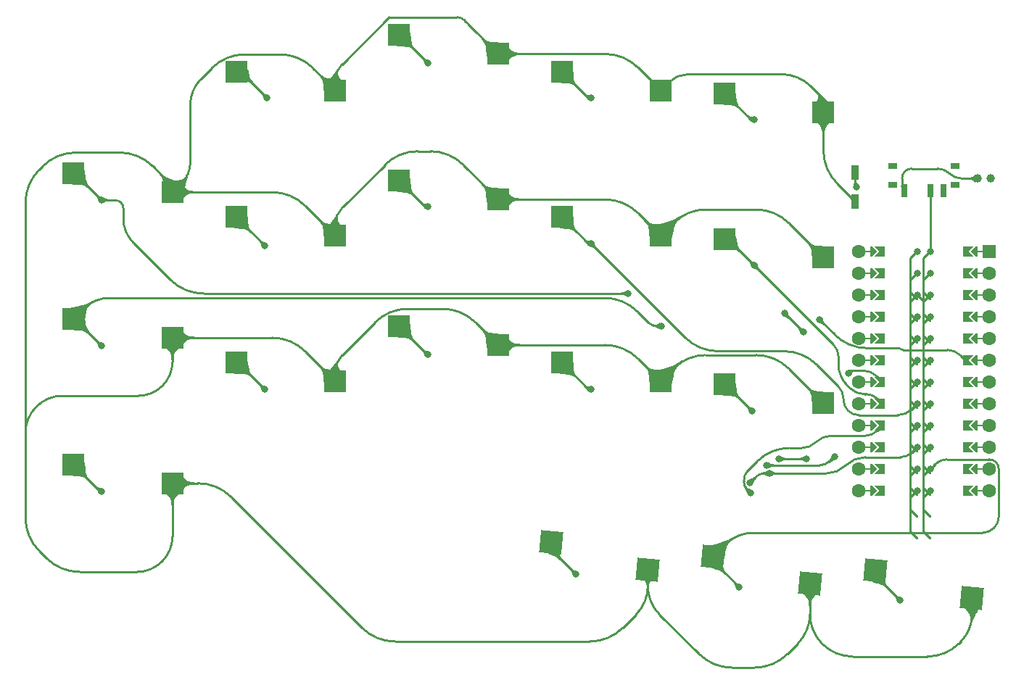
<source format=gbr>
%TF.GenerationSoftware,KiCad,Pcbnew,(6.0.7-1)-1*%
%TF.CreationDate,2022-08-21T00:28:12+10:00*%
%TF.ProjectId,buckyboard_v1,6275636b-7962-46f6-9172-645f76312e6b,v1.0.0*%
%TF.SameCoordinates,Original*%
%TF.FileFunction,Copper,L2,Bot*%
%TF.FilePolarity,Positive*%
%FSLAX46Y46*%
G04 Gerber Fmt 4.6, Leading zero omitted, Abs format (unit mm)*
G04 Created by KiCad (PCBNEW (6.0.7-1)-1) date 2022-08-21 00:28:12*
%MOMM*%
%LPD*%
G01*
G04 APERTURE LIST*
G04 Aperture macros list*
%AMRotRect*
0 Rectangle, with rotation*
0 The origin of the aperture is its center*
0 $1 length*
0 $2 width*
0 $3 Rotation angle, in degrees counterclockwise*
0 Add horizontal line*
21,1,$1,$2,0,0,$3*%
%AMFreePoly0*
4,1,5,0.125000,-0.500000,-0.125000,-0.500000,-0.125000,0.500000,0.125000,0.500000,0.125000,-0.500000,0.125000,-0.500000,$1*%
%AMFreePoly1*
4,1,6,0.600000,0.200000,0.000000,-0.400000,-0.600000,0.200000,-0.600000,0.400000,0.600000,0.400000,0.600000,0.200000,0.600000,0.200000,$1*%
%AMFreePoly2*
4,1,49,0.004773,0.123721,0.009154,0.124665,0.028961,0.117240,0.062500,0.108253,0.068237,0.102516,0.075053,0.099961,0.087617,0.083136,0.108253,0.062500,0.111178,0.051584,0.117161,0.043572,0.118539,0.024114,0.125000,0.000000,0.121239,-0.014035,0.122131,-0.026629,0.113759,-0.041951,0.108253,-0.062500,0.095644,-0.075109,0.088389,-0.088388,-0.641000,-0.817776,-0.641000,-4.770224,
0.088389,-5.499612,0.109852,-5.528356,0.124665,-5.597154,0.099961,-5.663053,0.043572,-5.705161,-0.026629,-5.710131,-0.088388,-5.676389,-0.854388,-4.910388,-0.867707,-4.892552,-0.871189,-4.889530,-0.871982,-4.886826,-0.875852,-4.881644,-0.882331,-4.851549,-0.891000,-4.822000,-0.891000,-0.766000,-0.887805,-0.743969,-0.888131,-0.739371,-0.886780,-0.736898,-0.885852,-0.730498,-0.869151,-0.704632,
-0.854388,-0.677612,-0.088388,0.088389,-0.064606,0.106147,-0.062500,0.108253,-0.061385,0.108552,-0.059644,0.109852,-0.043806,0.113262,0.000000,0.125000,0.004773,0.123721,0.004773,0.123721,$1*%
%AMFreePoly3*
4,1,6,0.600000,-0.250000,-0.600000,-0.250000,-0.600000,1.000000,0.000000,0.400000,0.600000,1.000000,0.600000,-0.250000,0.600000,-0.250000,$1*%
G04 Aperture macros list end*
%TA.AperFunction,ComponentPad*%
%ADD10C,1.000000*%
%TD*%
%TA.AperFunction,SMDPad,CuDef*%
%ADD11R,2.600000X2.600000*%
%TD*%
%TA.AperFunction,SMDPad,CuDef*%
%ADD12R,0.900000X1.700000*%
%TD*%
%TA.AperFunction,SMDPad,CuDef*%
%ADD13RotRect,2.600000X2.600000X355.000000*%
%TD*%
%TA.AperFunction,ComponentPad*%
%ADD14C,1.600000*%
%TD*%
%TA.AperFunction,SMDPad,CuDef*%
%ADD15FreePoly0,90.000000*%
%TD*%
%TA.AperFunction,SMDPad,CuDef*%
%ADD16FreePoly1,270.000000*%
%TD*%
%TA.AperFunction,ComponentPad*%
%ADD17R,1.600000X1.600000*%
%TD*%
%TA.AperFunction,SMDPad,CuDef*%
%ADD18FreePoly0,270.000000*%
%TD*%
%TA.AperFunction,SMDPad,CuDef*%
%ADD19FreePoly1,90.000000*%
%TD*%
%TA.AperFunction,SMDPad,CuDef*%
%ADD20FreePoly2,270.000000*%
%TD*%
%TA.AperFunction,SMDPad,CuDef*%
%ADD21FreePoly3,90.000000*%
%TD*%
%TA.AperFunction,ComponentPad*%
%ADD22C,0.800000*%
%TD*%
%TA.AperFunction,SMDPad,CuDef*%
%ADD23FreePoly2,90.000000*%
%TD*%
%TA.AperFunction,SMDPad,CuDef*%
%ADD24FreePoly3,270.000000*%
%TD*%
%TA.AperFunction,SMDPad,CuDef*%
%ADD25R,1.000000X0.800000*%
%TD*%
%TA.AperFunction,SMDPad,CuDef*%
%ADD26R,0.700000X1.500000*%
%TD*%
%TA.AperFunction,ViaPad*%
%ADD27C,0.800000*%
%TD*%
%TA.AperFunction,Conductor*%
%ADD28C,0.250000*%
%TD*%
G04 APERTURE END LIST*
D10*
%TO.P,,1*%
%TO.N,pos*%
X102250000Y39350000D03*
%TO.P,,2*%
%TO.N,GND*%
X103750000Y39350000D03*
%TD*%
D11*
%TO.P,S1,1*%
%TO.N,matrix_pinky_bottom*%
X-3275000Y5950000D03*
%TO.P,S1,2*%
%TO.N,GND*%
X8275000Y3750000D03*
%TD*%
%TO.P,S2,1*%
%TO.N,matrix_pinky_home*%
X-3275000Y22950000D03*
%TO.P,S2,2*%
%TO.N,GND*%
X8275000Y20750000D03*
%TD*%
%TO.P,S15,1*%
%TO.N,matrix_inner_top*%
X72725000Y49300000D03*
%TO.P,S15,2*%
%TO.N,GND*%
X84275000Y47100000D03*
%TD*%
%TO.P,S5,1*%
%TO.N,matrix_ring_home*%
X15725000Y34850000D03*
%TO.P,S5,2*%
%TO.N,GND*%
X27275000Y32650000D03*
%TD*%
%TO.P,S12,1*%
%TO.N,matrix_index_top*%
X53725000Y51850000D03*
%TO.P,S12,2*%
%TO.N,GND*%
X65275000Y49650000D03*
%TD*%
%TO.P,S14,1*%
%TO.N,matrix_inner_home*%
X72725000Y32300000D03*
%TO.P,S14,2*%
%TO.N,GND*%
X84275000Y30100000D03*
%TD*%
%TO.P,S11,1*%
%TO.N,matrix_index_home*%
X53725000Y34850000D03*
%TO.P,S11,2*%
%TO.N,GND*%
X65275000Y32650000D03*
%TD*%
%TO.P,S6,1*%
%TO.N,matrix_ring_top*%
X15725000Y51850000D03*
%TO.P,S6,2*%
%TO.N,GND*%
X27275000Y49650000D03*
%TD*%
D12*
%TO.P,,1*%
%TO.N,RST*%
X88000000Y40050000D03*
%TO.P,,2*%
%TO.N,GND*%
X88000000Y36650000D03*
%TD*%
D11*
%TO.P,S7,1*%
%TO.N,matrix_middle_bottom*%
X34725000Y22100000D03*
%TO.P,S7,2*%
%TO.N,GND*%
X46275000Y19900000D03*
%TD*%
D13*
%TO.P,S17,1*%
%TO.N,thumbs_home*%
X71383738Y-4793165D03*
%TO.P,S17,2*%
%TO.N,GND*%
X82698044Y-7991443D03*
%TD*%
%TO.P,S18,1*%
%TO.N,thumbs_far*%
X90311438Y-6449124D03*
%TO.P,S18,2*%
%TO.N,GND*%
X101625744Y-9647402D03*
%TD*%
D14*
%TO.P,MCU1,*%
%TO.N,*%
X103620000Y13040000D03*
X88380000Y18120000D03*
D15*
X89650000Y10500000D03*
D14*
X103620000Y18120000D03*
D16*
X101842000Y25740000D03*
D15*
X89650000Y18120000D03*
D14*
X103620000Y28280000D03*
D16*
X101842000Y2880000D03*
D14*
X103620000Y2880000D03*
X103620000Y5420000D03*
D15*
X89650000Y5420000D03*
D14*
X88380000Y13040000D03*
D16*
X101842000Y5420000D03*
D15*
X89650000Y28280000D03*
X89650000Y15580000D03*
D14*
X88380000Y10500000D03*
D17*
X103620000Y30820000D03*
D14*
X103620000Y15580000D03*
D18*
X102350000Y25740000D03*
D14*
X103620000Y25740000D03*
D15*
X89650000Y7960000D03*
D14*
X103620000Y7960000D03*
D18*
X102350000Y7960000D03*
D14*
X88380000Y30820000D03*
D19*
X90158000Y23200000D03*
D18*
X102350000Y5420000D03*
D15*
X89650000Y2880000D03*
D14*
X88380000Y5420000D03*
D18*
X102350000Y10500000D03*
D19*
X90158000Y15580000D03*
D15*
X89650000Y23200000D03*
D14*
X88380000Y25740000D03*
D16*
X101842000Y28280000D03*
D18*
X102350000Y15580000D03*
D14*
X103620000Y20660000D03*
X88380000Y7960000D03*
D18*
X102350000Y23200000D03*
D19*
X90158000Y2880000D03*
D18*
X102350000Y13040000D03*
D19*
X90158000Y10500000D03*
D14*
X88380000Y2880000D03*
D16*
X101842000Y15580000D03*
D18*
X102350000Y30820000D03*
D14*
X103620000Y30820000D03*
X88380000Y20660000D03*
D18*
X102350000Y28280000D03*
D19*
X90158000Y13040000D03*
X90158000Y5420000D03*
D16*
X101842000Y30820000D03*
D18*
X102350000Y20660000D03*
D15*
X89650000Y13040000D03*
D14*
X103620000Y23200000D03*
X88380000Y23200000D03*
D16*
X101842000Y18120000D03*
D19*
X90158000Y25740000D03*
D14*
X88380000Y28280000D03*
D19*
X90158000Y20660000D03*
X90158000Y30820000D03*
X90158000Y28280000D03*
D16*
X101842000Y20660000D03*
D15*
X89650000Y20660000D03*
D19*
X90158000Y18120000D03*
D16*
X101842000Y7960000D03*
X101842000Y10500000D03*
D15*
X89650000Y30820000D03*
X89650000Y25740000D03*
D19*
X90158000Y7960000D03*
D18*
X102350000Y18120000D03*
D14*
X88380000Y15580000D03*
D16*
X101842000Y13040000D03*
D18*
X102350000Y2880000D03*
D16*
X101842000Y23200000D03*
D14*
X103620000Y10500000D03*
D20*
%TO.P,MCU1,1*%
%TO.N,RAW*%
X96762000Y30820000D03*
D21*
X91174000Y30820000D03*
D22*
X96762000Y30820000D03*
%TO.P,MCU1,2*%
%TO.N,GND*%
X96762000Y28280000D03*
D21*
%TO.N,N/C*%
X91174000Y28280000D03*
D20*
%TO.N,GND*%
X96762000Y28280000D03*
%TO.P,MCU1,3*%
%TO.N,RST*%
X96762000Y25740000D03*
D22*
X96762000Y25740000D03*
D21*
X91174000Y25740000D03*
%TO.P,MCU1,4*%
%TO.N,VCC*%
X91174000Y23200000D03*
D22*
X96762000Y23200000D03*
D20*
X96762000Y23200000D03*
D22*
%TO.P,MCU1,5*%
%TO.N,matrix_ring_top*%
X96762000Y20660000D03*
D21*
X91174000Y20660000D03*
D20*
X96762000Y20660000D03*
D21*
%TO.P,MCU1,6*%
%TO.N,matrix_pinky_home*%
X91174000Y18120000D03*
D20*
X96762000Y18120000D03*
D22*
X96762000Y18120000D03*
%TO.P,MCU1,7*%
%TO.N,matrix_middle_home*%
X96762000Y15580000D03*
D21*
X91174000Y15580000D03*
D20*
X96762000Y15580000D03*
D22*
%TO.P,MCU1,8*%
%TO.N,matrix_inner_home*%
X96762000Y13040000D03*
D21*
X91174000Y13040000D03*
D20*
X96762000Y13040000D03*
D22*
%TO.P,MCU1,9*%
%TO.N,matrix_ring_bottom*%
X96762000Y10500000D03*
D20*
X96762000Y10500000D03*
D21*
X91174000Y10500000D03*
D20*
%TO.P,MCU1,10*%
%TO.N,matrix_index_bottom*%
X96762000Y7960000D03*
D22*
X96762000Y7960000D03*
D21*
X91174000Y7960000D03*
%TO.P,MCU1,11*%
%TO.N,thumbs_home*%
X91174000Y5420000D03*
D20*
X96762000Y5420000D03*
D22*
X96762000Y5420000D03*
%TO.P,MCU1,12*%
%TO.N,thumbs_far*%
X96762000Y2880000D03*
D20*
X96762000Y2880000D03*
D21*
X91174000Y2880000D03*
D23*
%TO.P,MCU1,13*%
%TO.N,thumbs_near*%
X95238000Y2880000D03*
D22*
X95238000Y2880000D03*
D24*
X100826000Y2880000D03*
D23*
%TO.P,MCU1,14*%
%TO.N,matrix_inner_bottom*%
X95238000Y5420000D03*
D24*
X100826000Y5420000D03*
D22*
X95238000Y5420000D03*
D24*
%TO.P,MCU1,15*%
%TO.N,matrix_middle_bottom*%
X100826000Y7960000D03*
D23*
X95238000Y7960000D03*
D22*
X95238000Y7960000D03*
%TO.P,MCU1,16*%
%TO.N,matrix_pinky_bottom*%
X95238000Y10500000D03*
D24*
X100826000Y10500000D03*
D23*
X95238000Y10500000D03*
D22*
%TO.P,MCU1,17*%
%TO.N,matrix_index_home*%
X95238000Y13040000D03*
D23*
X95238000Y13040000D03*
D24*
X100826000Y13040000D03*
%TO.P,MCU1,18*%
%TO.N,matrix_ring_home*%
X100826000Y15580000D03*
D23*
X95238000Y15580000D03*
D22*
X95238000Y15580000D03*
%TO.P,MCU1,19*%
%TO.N,matrix_pinky_top*%
X95238000Y18120000D03*
D24*
X100826000Y18120000D03*
D23*
X95238000Y18120000D03*
D22*
%TO.P,MCU1,20*%
%TO.N,matrix_middle_top*%
X95238000Y20660000D03*
D23*
X95238000Y20660000D03*
D24*
X100826000Y20660000D03*
D22*
%TO.P,MCU1,21*%
%TO.N,GND*%
X95238000Y23200000D03*
D23*
X95238000Y23200000D03*
D24*
X100826000Y23200000D03*
%TO.P,MCU1,22*%
X100826000Y25740000D03*
D23*
X95238000Y25740000D03*
D22*
X95238000Y25740000D03*
D23*
%TO.P,MCU1,23*%
%TO.N,matrix_index_top*%
X95238000Y28280000D03*
D22*
X95238000Y28280000D03*
D24*
X100826000Y28280000D03*
D22*
%TO.P,MCU1,24*%
%TO.N,matrix_inner_top*%
X95238000Y30820000D03*
D24*
X100826000Y30820000D03*
D23*
X95238000Y30820000D03*
%TD*%
D25*
%TO.P,,*%
%TO.N,*%
X92350000Y38570000D03*
X99650000Y38570000D03*
X99650000Y40780000D03*
X92350000Y40780000D03*
D26*
%TO.P,,1*%
%TO.N,pos*%
X93750000Y37920000D03*
%TO.P,,2*%
%TO.N,RAW*%
X96750000Y37920000D03*
%TO.P,,3*%
%TO.N,N/C*%
X98250000Y37920000D03*
%TD*%
D11*
%TO.P,S4,1*%
%TO.N,matrix_ring_bottom*%
X15725000Y17850000D03*
%TO.P,S4,2*%
%TO.N,GND*%
X27275000Y15650000D03*
%TD*%
%TO.P,S3,1*%
%TO.N,matrix_pinky_top*%
X-3275000Y39950000D03*
%TO.P,S3,2*%
%TO.N,GND*%
X8275000Y37750000D03*
%TD*%
%TO.P,S8,1*%
%TO.N,matrix_middle_home*%
X34725000Y39100000D03*
%TO.P,S8,2*%
%TO.N,GND*%
X46275000Y36900000D03*
%TD*%
%TO.P,S13,1*%
%TO.N,matrix_inner_bottom*%
X72725000Y15300000D03*
%TO.P,S13,2*%
%TO.N,GND*%
X84275000Y13100000D03*
%TD*%
%TO.P,S9,1*%
%TO.N,matrix_middle_top*%
X34725000Y56100000D03*
%TO.P,S9,2*%
%TO.N,GND*%
X46275000Y53900000D03*
%TD*%
%TO.P,S10,1*%
%TO.N,matrix_index_bottom*%
X53725000Y17850000D03*
%TO.P,S10,2*%
%TO.N,GND*%
X65275000Y15650000D03*
%TD*%
D13*
%TO.P,S16,1*%
%TO.N,thumbs_near*%
X52456039Y-3137206D03*
%TO.P,S16,2*%
%TO.N,GND*%
X63770345Y-6335484D03*
%TD*%
D27*
%TO.N,matrix_middle_home*%
X87189910Y16586898D03*
X81930000Y21405500D03*
%TO.N,matrix_pinky_top*%
X61472300Y25912300D03*
%TO.N,matrix_middle_bottom*%
X77960000Y4900000D03*
%TO.N,matrix_index_bottom*%
X85580000Y6850000D03*
X77659514Y5853265D03*
%TO.N,matrix_inner_bottom*%
X82310000Y6600000D03*
X79100000Y6600000D03*
%TO.N,matrix_middle_bottom*%
X75710000Y3850000D03*
%TO.N,matrix_ring_bottom*%
X75750000Y2650000D03*
%TO.N,matrix_middle_home*%
X79710000Y23610000D03*
X87189910Y16586898D03*
%TO.N,matrix_pinky_top*%
X83820500Y22860500D03*
%TO.N,matrix_pinky_home*%
X65320000Y22130000D03*
%TO.N,matrix_pinky_bottom*%
X0Y2794000D03*
%TO.N,matrix_pinky_home*%
X0Y19812000D03*
%TO.N,matrix_pinky_top*%
X0Y36830000D03*
%TO.N,matrix_ring_bottom*%
X19050000Y14732000D03*
%TO.N,matrix_ring_home*%
X19050000Y31496000D03*
%TO.N,matrix_ring_top*%
X19304000Y48768000D03*
%TO.N,matrix_middle_bottom*%
X38100000Y18796000D03*
%TO.N,matrix_middle_home*%
X38100000Y36068000D03*
%TO.N,matrix_middle_top*%
X38100000Y52832000D03*
%TO.N,matrix_index_bottom*%
X57150000Y14732000D03*
%TO.N,matrix_index_home*%
X57150000Y31750000D03*
%TO.N,matrix_index_top*%
X57150000Y48768000D03*
%TO.N,matrix_inner_bottom*%
X75946000Y12192000D03*
%TO.N,matrix_inner_home*%
X76200000Y29210000D03*
%TO.N,matrix_inner_top*%
X76200000Y46228000D03*
%TO.N,thumbs_near*%
X55372000Y-6858000D03*
%TO.N,thumbs_home*%
X74422000Y-8382000D03*
%TO.N,thumbs_far*%
X93218000Y-9906000D03*
%TO.N,RST*%
X88138000Y38354000D03*
%TD*%
D28*
%TO.N,GND*%
X-8889999Y36505131D02*
G75*
G02*
X-7296206Y40352887I5441553J-3D01*
G01*
X8274985Y38112500D02*
G75*
G03*
X8018673Y38731326I-875185J0D01*
G01*
X79358532Y51530012D02*
G75*
G02*
X82834999Y50089999I-32J-4916512D01*
G01*
X84275003Y47875000D02*
G75*
G03*
X83726991Y49198006I-1871003J0D01*
G01*
X66215001Y50589999D02*
G75*
G02*
X64334999Y50589999I-940001J940001D01*
G01*
X66215011Y50589989D02*
G75*
G02*
X68484360Y51530000I2269389J-2269389D01*
G01*
X2116036Y42380000D02*
G75*
G02*
X5963791Y40786206I-6J-5441560D01*
G01*
X43103058Y57071937D02*
G75*
G02*
X43103058Y57071937I0J0D01*
G01*
X8283750Y37750000D02*
G75*
G02*
X8275000Y37758750I-50J8700D01*
G01*
X-6862887Y40786207D02*
G75*
G02*
X-3015131Y42380000I3847760J-3847766D01*
G01*
X43416765Y56758230D02*
X43103058Y57071937D01*
X43103058Y57071937D02*
X43416765Y56758230D01*
X-8890000Y36505131D02*
X-8890000Y9633948D01*
X-7296206Y40352887D02*
X-6862887Y40786207D01*
X2116036Y42380000D02*
X-3015131Y42380000D01*
X8018673Y38731326D02*
X5963792Y40786207D01*
X8275000Y38112500D02*
X8275000Y37758750D01*
X84275000Y47875000D02*
X84275000Y47100000D01*
X82834999Y50089999D02*
X83726992Y49198007D01*
X79358532Y51530000D02*
X68484360Y51530000D01*
X42946205Y57228791D02*
G75*
G02*
X42946205Y57228791I0J0D01*
G01*
X42946205Y57228791D02*
X43103058Y57071937D01*
X42946205Y57228791D02*
X43103058Y57071937D01*
X95800500Y25177500D02*
X95238000Y25740000D01*
%TO.N,matrix_inner_home*%
X86029991Y18509481D02*
G75*
G03*
X85414450Y19995549I-2101591J19D01*
G01*
%TO.N,GND*%
X42789352Y57385645D02*
G75*
G02*
X42789352Y57385645I0J0D01*
G01*
X42789352Y57385645D02*
X42946205Y57228791D01*
X42789352Y57385645D02*
X42946205Y57228791D01*
%TO.N,matrix_inner_home*%
X86030000Y17638962D02*
X86030000Y18509481D01*
X85414450Y19995549D02*
X76200000Y29210000D01*
%TO.N,GND*%
X33552523Y58188750D02*
G75*
G02*
X33544545Y58169545I-27223J50D01*
G01*
X33563750Y58200000D02*
G75*
G03*
X33552500Y58188750I50J-11300D01*
G01*
X42632499Y57542499D02*
G75*
G02*
X42632499Y57542499I0J0D01*
G01*
X42789352Y57385645D02*
X42632499Y57542499D01*
X42789352Y57385645D02*
X42632499Y57542499D01*
X33544545Y58169545D02*
X28070495Y52695495D01*
X42475646Y57699353D02*
G75*
G02*
X42475646Y57699353I0J0D01*
G01*
X41510077Y58199990D02*
G75*
G02*
X42303750Y57871250I23J-1122390D01*
G01*
X42475646Y57699353D02*
X42632499Y57542499D01*
X42475646Y57699353D02*
X42632499Y57542499D01*
X46275000Y53900000D02*
X43416765Y56758230D01*
X42475646Y57699353D02*
X42318792Y57856207D01*
X42475646Y57699353D02*
X42303750Y57871250D01*
X41510077Y58200000D02*
X33563750Y58200000D01*
X8292500Y37749986D02*
G75*
G03*
X8322374Y37762374I0J42214D01*
G01*
X10350000Y41232497D02*
G75*
G02*
X9329999Y38770001I-3482500J3D01*
G01*
X11614605Y50989601D02*
G75*
G03*
X10350000Y47936580I3053015J-3053021D01*
G01*
X24670792Y52254207D02*
X26479504Y50445494D01*
X24670791Y52254206D02*
G75*
G03*
X20823036Y53848000I-3847761J-3847766D01*
G01*
X26479493Y50445483D02*
G75*
G03*
X27275000Y50775000I329507J329517D01*
G01*
X12879210Y52254204D02*
G75*
G02*
X16726963Y53848000I3847760J-3847754D01*
G01*
X28070493Y52695497D02*
G75*
G03*
X27275000Y50775000I1920507J-1920497D01*
G01*
X20823036Y53848000D02*
X16726963Y53848000D01*
X11614603Y50989603D02*
X12879207Y52254207D01*
X10350000Y47936580D02*
X10350000Y41232497D01*
X8322374Y37762374D02*
X9330000Y38770000D01*
X8292500Y37750000D02*
X8283750Y37750000D01*
X26833236Y33091766D02*
G75*
G03*
X27275000Y33274750I182964J183034D01*
G01*
X63770345Y-6987967D02*
G75*
G02*
X63770345Y-6987967I0J0D01*
G01*
%TO.N,matrix_middle_top*%
X34778500Y56100000D02*
X34725000Y56100000D01*
%TO.N,matrix_pinky_home*%
X-3206500Y22950000D02*
G75*
G02*
X-3089563Y22901563I-3J-165380D01*
G01*
X-3206500Y22950000D02*
G75*
G02*
X-3226563Y22998436I0J28373D01*
G01*
%TO.N,matrix_pinky_top*%
X-3197500Y39950000D02*
G75*
G02*
X-3065199Y39895199I-3J-187108D01*
G01*
%TO.N,matrix_ring_bottom*%
X16005191Y17776820D02*
G75*
G03*
X15828500Y17850000I-176691J-176720D01*
G01*
%TO.N,matrix_middle_top*%
X34869839Y56062178D02*
G75*
G03*
X34778500Y56100000I-91339J-91378D01*
G01*
%TO.N,matrix_ring_top*%
X16397710Y51674277D02*
G75*
G03*
X15973500Y51850000I-424210J-424177D01*
G01*
%TO.N,matrix_inner_home*%
X73246111Y32163874D02*
G75*
G03*
X72917500Y32300000I-328611J-328574D01*
G01*
%TO.N,matrix_inner_bottom*%
X72781500Y15300000D02*
G75*
G02*
X72877951Y15260048I0J-136400D01*
G01*
%TO.N,thumbs_near*%
X52456036Y-3539622D02*
G75*
G03*
X52740591Y-4226589I971564J22D01*
G01*
%TO.N,thumbs_home*%
X71578377Y-4598490D02*
G75*
G03*
X71383738Y-5068451I469923J-469910D01*
G01*
%TO.N,thumbs_far*%
X90311444Y-6724281D02*
G75*
G03*
X90506003Y-7194003I664256J-19D01*
G01*
%TO.N,thumbs_home*%
X71383762Y-5068451D02*
G75*
G03*
X71578395Y-5538393I664538J-49D01*
G01*
%TO.N,RAW*%
X96749994Y30840485D02*
G75*
G03*
X96756000Y30826000I20506J15D01*
G01*
%TO.N,GND*%
X8929073Y37750000D02*
G75*
G02*
X8275000Y38404073I-3J654070D01*
G01*
X8929073Y37750010D02*
G75*
G02*
X8737501Y38212499I-3J270920D01*
G01*
X8737506Y38212494D02*
G75*
G02*
X8275000Y38404073I-191576J191576D01*
G01*
X27274984Y16775000D02*
G75*
G02*
X26479504Y16445495I-465984J0D01*
G01*
%TO.N,matrix_inner_bottom*%
X72781500Y15300000D02*
X72725000Y15300000D01*
%TO.N,matrix_inner_home*%
X72917500Y32300000D02*
X72725000Y32300000D01*
%TO.N,thumbs_near*%
X52456039Y-3539622D02*
X52456039Y-3137206D01*
%TO.N,thumbs_far*%
X90311438Y-6724281D02*
X90311438Y-6449124D01*
%TO.N,RAW*%
X96756000Y30826000D02*
X96762000Y30820000D01*
%TO.N,pos*%
X93599326Y38070673D02*
X93750000Y37920000D01*
%TO.N,matrix_ring_top*%
X15973500Y51850000D02*
X15725000Y51850000D01*
%TO.N,matrix_pinky_top*%
X-3197500Y39950000D02*
X-3275000Y39950000D01*
%TO.N,matrix_ring_bottom*%
X15828500Y17850000D02*
X15725000Y17850000D01*
%TO.N,GND*%
X8275000Y38404073D02*
X8275000Y38525000D01*
%TO.N,matrix_middle_home*%
X81930000Y21405500D02*
X81922250Y21405500D01*
%TO.N,GND*%
X82698044Y-7991443D02*
X82698044Y-10771648D01*
%TO.N,matrix_middle_home*%
X81922250Y21405532D02*
G75*
G02*
X81909019Y21410980I-50J18668D01*
G01*
%TO.N,pos*%
X99010503Y39927504D02*
G75*
G03*
X97616289Y40505001I-1394203J-1394204D01*
G01*
X93773846Y40179808D02*
G75*
G02*
X94558866Y40505001I785054J-785008D01*
G01*
X93599308Y38070655D02*
G75*
G02*
X93448653Y38434431I363792J363745D01*
G01*
X93773814Y40179840D02*
G75*
G03*
X93448653Y39394787I785086J-785040D01*
G01*
X99010497Y39927498D02*
G75*
G03*
X100404709Y39350000I1394203J1394202D01*
G01*
%TO.N,RST*%
X87999993Y38589580D02*
G75*
G03*
X88069001Y38423001I235607J20D01*
G01*
%TO.N,thumbs_home*%
X102844990Y-2031995D02*
G75*
G03*
X104188499Y-1475499I10J1899995D01*
G01*
X72764300Y-3412562D02*
G75*
G02*
X76097341Y-2032000I3333000J-3333038D01*
G01*
X104188503Y-1475503D02*
G75*
G03*
X104745000Y-131990I-1343503J1343503D01*
G01*
X104415495Y6215495D02*
G75*
G03*
X103620001Y6545000I-795495J-795495D01*
G01*
X98682495Y6545002D02*
G75*
G03*
X97324500Y5982500I5J-1920502D01*
G01*
X104744999Y5420001D02*
G75*
G03*
X104415494Y6215494I-1124999J-1D01*
G01*
%TO.N,matrix_inner_top*%
X75654510Y46370475D02*
G75*
G03*
X75998500Y46228000I343990J344025D01*
G01*
%TO.N,matrix_inner_home*%
X89253504Y14165002D02*
G75*
G02*
X90611500Y13602500I-4J-1920502D01*
G01*
X87047511Y15182511D02*
G75*
G02*
X86030000Y17638962I2456489J2456489D01*
G01*
X89057000Y14165000D02*
G75*
G02*
X87363550Y14866449I0J2394900D01*
G01*
%TO.N,matrix_index_top*%
X56685739Y48889276D02*
G75*
G03*
X56978500Y48768000I292761J292724D01*
G01*
%TO.N,matrix_index_home*%
X92977790Y11716004D02*
G75*
G03*
X94576000Y12378000I10J2260196D01*
G01*
X86006238Y15085755D02*
G75*
G02*
X86614000Y13618499I-1467238J-1467255D01*
G01*
X87135496Y12237496D02*
G75*
G02*
X86614000Y13496510I1259004J1259004D01*
G01*
X83507484Y17584503D02*
G75*
G03*
X79659734Y19178302I-3847784J-3847803D01*
G01*
X87135496Y12237496D02*
G75*
G03*
X88394510Y11716000I1259004J1259004D01*
G01*
X68127935Y20772124D02*
G75*
G03*
X71975661Y19178302I3847765J3847676D01*
G01*
X56987500Y31749997D02*
G75*
G02*
X56710095Y31864904I0J392303D01*
G01*
%TO.N,matrix_index_bottom*%
X85498791Y6828781D02*
G75*
G02*
X85550000Y6850000I51209J-51181D01*
G01*
X56734456Y14840537D02*
G75*
G03*
X56996500Y14732000I262044J262063D01*
G01*
X85021649Y6351615D02*
G75*
G02*
X83818466Y5853265I-1203149J1203185D01*
G01*
%TO.N,matrix_middle_home*%
X88903547Y16910019D02*
G75*
G02*
X90508999Y16244999I-47J-2270519D01*
G01*
X87818467Y16910014D02*
G75*
G03*
X87428449Y16748449I33J-551614D01*
G01*
X87294109Y16614125D02*
G75*
G02*
X87228404Y16586898I-65709J65675D01*
G01*
X37928500Y36067989D02*
G75*
G02*
X37635732Y36189269I0J414011D01*
G01*
%TO.N,matrix_middle_bottom*%
X77360000Y4900008D02*
G75*
G03*
X76335735Y4475735I0J-1448508D01*
G01*
X86879999Y5850001D02*
G75*
G02*
X89173502Y6800000I2293501J-2293501D01*
G01*
X38064500Y18795998D02*
G75*
G02*
X38003897Y18821102I0J85702D01*
G01*
X93257756Y6800019D02*
G75*
G03*
X94657999Y7380001I44J1980181D01*
G01*
X84586497Y4900002D02*
G75*
G03*
X86879999Y5850001I3J3243498D01*
G01*
%TO.N,matrix_ring_home*%
X19039745Y31535252D02*
G75*
G02*
X19050000Y31510500I-24745J-24752D01*
G01*
%TO.N,matrix_ring_bottom*%
X85149992Y9290002D02*
G75*
G03*
X83435902Y8579999I8J-2424102D01*
G01*
X74985016Y3955936D02*
G75*
G03*
X75367501Y3032501I1305884J-36D01*
G01*
X81721809Y7869996D02*
G75*
G03*
X83435901Y8580000I-9J2424104D01*
G01*
X76542489Y6312511D02*
G75*
G02*
X80302637Y7870000I3760111J-3760111D01*
G01*
X90569000Y9895000D02*
G75*
G02*
X89108400Y9290000I-1460600J1460600D01*
G01*
X75458766Y5228756D02*
G75*
G03*
X74985000Y4085000I1143734J-1143756D01*
G01*
%TO.N,matrix_pinky_top*%
X89398963Y19534988D02*
G75*
G02*
X85551206Y21128792I37J5441612D01*
G01*
X2260498Y36550498D02*
G75*
G02*
X2540000Y35875723I-674778J-674778D01*
G01*
X83820855Y22859148D02*
G75*
G02*
X83820500Y22860000I845J852D01*
G01*
X11901663Y25912302D02*
G75*
G02*
X8053907Y27506092I-3J5441548D01*
G01*
X3689401Y31870598D02*
G75*
G02*
X2540000Y34645499I2774894J2774897D01*
G01*
X93054285Y19534994D02*
G75*
G02*
X93294500Y19435500I15J-339694D01*
G01*
X98750158Y19335953D02*
G75*
G02*
X100218000Y18728000I42J-2075853D01*
G01*
X93534714Y19336006D02*
G75*
G02*
X93294500Y19435500I-14J339694D01*
G01*
X2260498Y36550498D02*
G75*
G03*
X1585723Y36830000I-674778J-674778D01*
G01*
%TO.N,matrix_pinky_home*%
X58706036Y25400009D02*
G75*
G02*
X62553792Y23806206I-36J-5441609D01*
G01*
X63844636Y22515383D02*
G75*
G03*
X64775000Y22130000I930364J930317D01*
G01*
X907411Y25400000D02*
G75*
G03*
X-2049999Y24174999I5J-4182417D01*
G01*
%TO.N,GND*%
X62618785Y35306200D02*
G75*
G03*
X58771036Y36900000I-3847785J-3847800D01*
G01*
X58771036Y19900010D02*
G75*
G02*
X62618792Y18306207I-36J-5441610D01*
G01*
X23768791Y36156206D02*
G75*
G03*
X19921036Y37750000I-3847761J-3847766D01*
G01*
X58771036Y53900010D02*
G75*
G02*
X62618792Y52306207I-36J-5441610D01*
G01*
X81240813Y-15025186D02*
G75*
G03*
X82698044Y-11507120I-3518113J3518086D01*
G01*
X84112243Y-14982181D02*
G75*
G02*
X82698044Y-11507120I3488557J3444981D01*
G01*
X76232036Y-17780010D02*
G75*
G03*
X80079792Y-16186207I-36J5441610D01*
G01*
X87673340Y-16482382D02*
G75*
G02*
X84155274Y-15025186I-40J4975282D01*
G01*
X39791036Y24130010D02*
G75*
G02*
X43638792Y22536207I-36J-5441610D01*
G01*
X96425621Y-16482433D02*
G75*
G03*
X100102663Y-14959336I-21J5200133D01*
G01*
X-6419792Y-5010206D02*
G75*
G03*
X-2572036Y-6604000I3847759J3847760D01*
G01*
X62402115Y-11573706D02*
G75*
G03*
X63770345Y-8270469I-3303215J3303206D01*
G01*
X63770364Y-8270469D02*
G75*
G03*
X65138586Y-11573695I4671436J-31D01*
G01*
X69751110Y-16186195D02*
G75*
G03*
X73598854Y-17780000I3847790J3847795D01*
G01*
X27275012Y33899500D02*
G75*
G02*
X28158529Y36032529I3016588J0D01*
G01*
X70529990Y35728305D02*
G75*
G03*
X66814151Y34189151I10J-5255005D01*
G01*
X70529990Y18728305D02*
G75*
G03*
X66814151Y17189151I10J-5255005D01*
G01*
X56989835Y-14732009D02*
G75*
G03*
X60837591Y-13138207I-35J5441609D01*
G01*
X101625765Y-11541829D02*
G75*
G02*
X100286180Y-14775817I-4573565J29D01*
G01*
X34257963Y-14732010D02*
G75*
G02*
X30410208Y-13138206I37J5441610D01*
G01*
X-7620000Y12700000D02*
G75*
G03*
X-8890000Y9633948I3066063J-3066056D01*
G01*
X33060515Y40934503D02*
G75*
G02*
X36908265Y42528302I3847785J-3847803D01*
G01*
X84274960Y42628963D02*
G75*
G03*
X85868793Y38781208I5441540J37D01*
G01*
X38392734Y42528310D02*
G75*
G02*
X42240490Y40934509I-34J-5441610D01*
G01*
X7058497Y-5387497D02*
G75*
G03*
X8275000Y-2450609I-2936897J2936897D01*
G01*
X76392734Y35728310D02*
G75*
G02*
X80240490Y34134509I-34J-5441610D01*
G01*
X27275003Y16775000D02*
G75*
G02*
X28070495Y18695495I2715997J0D01*
G01*
X15115791Y2156206D02*
G75*
G03*
X11268036Y3750000I-3847761J-3847766D01*
G01*
X8275007Y17960582D02*
G75*
G02*
X7106185Y15138814I-3990607J18D01*
G01*
X-4553948Y13969999D02*
G75*
G03*
X-7619999Y12699999I4J-4336062D01*
G01*
X4284417Y13969999D02*
G75*
G03*
X7106184Y15138815I3J3990571D01*
G01*
X7058497Y-5387497D02*
G75*
G02*
X4121609Y-6604000I-2936897J2936897D01*
G01*
X-8889999Y-286036D02*
G75*
G03*
X-7296207Y-4133792I5441558J4D01*
G01*
X80240484Y17134503D02*
G75*
G03*
X76392734Y18728302I-3847784J-3847803D01*
G01*
X23768791Y19156206D02*
G75*
G03*
X19921036Y20750000I-3847761J-3847766D01*
G01*
X31911215Y22536199D02*
G75*
G02*
X35758963Y24130000I3847785J-3847799D01*
G01*
%TO.N,matrix_pinky_bottom*%
X-161072Y2836072D02*
G75*
G03*
X-59500Y2794000I101572J101573D01*
G01*
%TO.N,GND*%
X85868792Y38781207D02*
X88000000Y36650000D01*
X84275000Y42628963D02*
X84275000Y47100000D01*
%TO.N,matrix_index_bottom*%
X85550000Y6850000D02*
X85580000Y6850000D01*
X85021632Y6351632D02*
X85498786Y6828786D01*
X83818466Y5853265D02*
X77659514Y5853265D01*
%TO.N,matrix_inner_bottom*%
X79100000Y6600000D02*
X82310000Y6600000D01*
%TO.N,matrix_ring_bottom*%
X89108400Y9290000D02*
X85149992Y9290000D01*
%TO.N,matrix_middle_bottom*%
X84586497Y4900000D02*
X77960000Y4900000D01*
X89173502Y6800000D02*
X93257756Y6800000D01*
X94658000Y7380000D02*
X95238000Y7960000D01*
%TO.N,matrix_ring_bottom*%
X90569000Y9895000D02*
X91174000Y10500000D01*
X76542500Y6312500D02*
X75458761Y5228761D01*
X81721809Y7870000D02*
X80302637Y7870000D01*
X75750000Y2650000D02*
X75367500Y3032500D01*
X74985000Y3955936D02*
X74985000Y4085000D01*
%TO.N,matrix_middle_bottom*%
X75710000Y3850000D02*
X76335735Y4475735D01*
X77360000Y4900000D02*
X77960000Y4900000D01*
%TO.N,matrix_middle_home*%
X81909019Y21410980D02*
X79710000Y23610000D01*
%TO.N,matrix_pinky_home*%
X64775000Y22130000D02*
X65320000Y22130000D01*
X62553792Y23806206D02*
X63844626Y22515373D01*
X58706036Y25400000D02*
X907411Y25400000D01*
X-3226563Y22998436D02*
X-2049999Y24174999D01*
%TO.N,matrix_pinky_top*%
X100218000Y18728000D02*
X100826000Y18120000D01*
X83820500Y22860000D02*
X83820500Y22860500D01*
X85551206Y21128792D02*
X83820853Y22859146D01*
X93054285Y19535000D02*
X89398963Y19535000D01*
X93534714Y19336000D02*
X98750158Y19336000D01*
%TO.N,matrix_inner_home*%
X87363550Y14866449D02*
X87047499Y15182499D01*
X89253504Y14165000D02*
X89057000Y14165000D01*
X90611500Y13602500D02*
X91174000Y13040000D01*
%TO.N,matrix_middle_home*%
X87428449Y16748449D02*
X87294117Y16614117D01*
X87818467Y16910000D02*
X88903547Y16910000D01*
X87189910Y16586898D02*
X87228404Y16586898D01*
X90509000Y16245000D02*
X91174000Y15580000D01*
%TO.N,matrix_pinky_top*%
X1585723Y36830000D02*
X0Y36830000D01*
X2540000Y34645499D02*
X2540000Y35875723D01*
X8053907Y27506092D02*
X3689401Y31870598D01*
X11901663Y25912300D02*
X61472300Y25912300D01*
%TO.N,matrix_pinky_bottom*%
X-161072Y2836072D02*
X-3275000Y5950000D01*
X-59500Y2794000D02*
X0Y2794000D01*
%TO.N,GND*%
X62618792Y18306207D02*
X65275000Y15650000D01*
X19921036Y37750000D02*
X8929073Y37750000D01*
X-4553948Y13970000D02*
X4284417Y13970000D01*
X63770345Y-8270469D02*
X63770345Y-6987967D01*
X65275000Y32650000D02*
X66814151Y34189151D01*
X-7296207Y-4133792D02*
X-6419792Y-5010206D01*
X65138586Y-11573695D02*
X69751098Y-16186207D01*
X31911207Y22536207D02*
X28070495Y18695495D01*
X19921036Y20750000D02*
X8275000Y20750000D01*
X11268036Y3750000D02*
X8275000Y3750000D01*
X23768792Y36156207D02*
X26833234Y33091764D01*
X80240490Y17134509D02*
X84275000Y13100000D01*
X65275000Y32650000D02*
X62618792Y35306207D01*
X60837591Y-13138207D02*
X62402103Y-11573694D01*
X56989835Y-14732000D02*
X34257963Y-14732000D01*
X84155274Y-15025186D02*
X84112256Y-14982168D01*
X46275000Y36900000D02*
X42240490Y40934509D01*
X82698044Y-11507120D02*
X82698044Y-7991443D01*
X64334999Y50589999D02*
X62618792Y52306207D01*
X96425621Y-16482417D02*
X87673340Y-16482417D01*
X35758963Y24130000D02*
X39791036Y24130000D01*
X15115792Y2156207D02*
X30410207Y-13138207D01*
X101625744Y-11541829D02*
X101625744Y-9647402D01*
X26479504Y16445495D02*
X23768792Y19156207D01*
X8275000Y17960582D02*
X8275000Y20750000D01*
X80079792Y-16186207D02*
X81240813Y-15025186D01*
X65275000Y15650000D02*
X66814151Y17189151D01*
X-2572036Y-6604000D02*
X4121609Y-6604000D01*
X76392734Y35728302D02*
X70529990Y35728302D01*
X100286181Y-14775818D02*
X100102663Y-14959336D01*
X58771036Y36900000D02*
X46275000Y36900000D01*
X46275000Y19900000D02*
X43638792Y22536207D01*
X27275000Y33274750D02*
X27275000Y33899500D01*
X46275000Y19900000D02*
X58771036Y19900000D01*
X73598854Y-17780000D02*
X76232036Y-17780000D01*
X-8890000Y9633948D02*
X-8890000Y-286036D01*
X46275000Y53900000D02*
X58771036Y53900000D01*
X76392734Y18728302D02*
X70529990Y18728302D01*
X36908265Y42528302D02*
X38392734Y42528302D01*
X80240490Y34134509D02*
X84275000Y30100000D01*
X63770345Y-6987967D02*
X63770345Y-7640450D01*
X8275000Y3750000D02*
X8275000Y-2450609D01*
X28158529Y36032529D02*
X33060509Y40934509D01*
%TO.N,matrix_pinky_home*%
X0Y19812000D02*
X-3089563Y22901563D01*
%TO.N,matrix_pinky_top*%
X-3065199Y39895199D02*
X0Y36830000D01*
%TO.N,matrix_ring_bottom*%
X16005185Y17776814D02*
X19050000Y14732000D01*
%TO.N,matrix_ring_home*%
X19050000Y31510500D02*
X19050000Y31496000D01*
X19039746Y31535253D02*
X15725000Y34850000D01*
%TO.N,matrix_ring_top*%
X19304000Y48768000D02*
X16397716Y51674283D01*
%TO.N,matrix_middle_bottom*%
X38003897Y18821102D02*
X34725000Y22100000D01*
X38100000Y18796000D02*
X38064500Y18796000D01*
%TO.N,matrix_middle_home*%
X38100000Y36068000D02*
X37928500Y36068000D01*
X37635731Y36189268D02*
X34725000Y39100000D01*
%TO.N,matrix_middle_top*%
X38100000Y52832000D02*
X34869830Y56062169D01*
%TO.N,matrix_index_bottom*%
X56996500Y14732000D02*
X57150000Y14732000D01*
X56734459Y14840540D02*
X53725000Y17850000D01*
%TO.N,matrix_index_home*%
X56710095Y31864904D02*
X53725000Y34850000D01*
X88394510Y11716000D02*
X92977790Y11716000D01*
X71975661Y19178302D02*
X79659734Y19178302D01*
X86614000Y13618499D02*
X86614000Y13496510D01*
X83507490Y17584509D02*
X86006241Y15085758D01*
X57150000Y31750000D02*
X68127905Y20772094D01*
X94576000Y12378000D02*
X95238000Y13040000D01*
X57150000Y31750000D02*
X56987500Y31750000D01*
%TO.N,matrix_index_top*%
X56685731Y48889268D02*
X53725000Y51850000D01*
X56978500Y48768000D02*
X57150000Y48768000D01*
%TO.N,matrix_inner_bottom*%
X75946000Y12192000D02*
X72877951Y15260048D01*
%TO.N,matrix_inner_home*%
X73246118Y32163881D02*
X76200000Y29210000D01*
%TO.N,matrix_inner_top*%
X76200000Y46228000D02*
X75998500Y46228000D01*
X75654517Y46370482D02*
X72725000Y49300000D01*
%TO.N,thumbs_near*%
X55372000Y-6858000D02*
X52740590Y-4226590D01*
%TO.N,thumbs_home*%
X71578394Y-5538394D02*
X74422000Y-8382000D01*
X71578394Y-4598507D02*
X72764320Y-3412582D01*
X103620001Y6545000D02*
X98682495Y6545000D01*
X104745000Y-131990D02*
X104745000Y5420001D01*
X76097341Y-2032000D02*
X102844990Y-2032000D01*
X97324500Y5982500D02*
X96762000Y5420000D01*
%TO.N,thumbs_far*%
X93218000Y-9906000D02*
X90506003Y-7194003D01*
%TO.N,RAW*%
X96750000Y30840485D02*
X96750000Y37920000D01*
%TO.N,RST*%
X88000000Y38589580D02*
X88000000Y40050000D01*
X88069000Y38423000D02*
X88138000Y38354000D01*
%TO.N,pos*%
X93448653Y39394787D02*
X93448653Y38434431D01*
X100404709Y39350000D02*
X102250000Y39350000D01*
X94558866Y40505001D02*
X97616289Y40505001D01*
%TD*%
%TA.AperFunction,Conductor*%
%TO.N,GND*%
G36*
X83554594Y49547299D02*
G01*
X83766891Y49338010D01*
X83955563Y49157828D01*
X84119609Y49006290D01*
X84119683Y49006222D01*
X84266460Y48874633D01*
X84266468Y48874626D01*
X84403327Y48754298D01*
X84537542Y48636615D01*
X84537609Y48636555D01*
X84676335Y48513004D01*
X84676462Y48512890D01*
X84827221Y48374631D01*
X84827372Y48374490D01*
X84997384Y48212961D01*
X84997532Y48212818D01*
X85188031Y48025347D01*
X85191524Y48017102D01*
X85190168Y48011540D01*
X84368222Y46456720D01*
X83601898Y47052733D01*
X83601898Y47052734D01*
X83042710Y47487646D01*
X83038283Y47495431D01*
X83038989Y47501125D01*
X83125788Y47724201D01*
X83126284Y47725303D01*
X83234226Y47935504D01*
X83234563Y47936114D01*
X83349341Y48130209D01*
X83349399Y48130307D01*
X83459419Y48312300D01*
X83459430Y48312320D01*
X83459495Y48312427D01*
X83553115Y48486336D01*
X83553243Y48486667D01*
X83618475Y48655620D01*
X83618476Y48655622D01*
X83618701Y48656206D01*
X83618796Y48656827D01*
X83644564Y48825352D01*
X83644564Y48825355D01*
X83644694Y48826205D01*
X83619538Y49000504D01*
X83531674Y49183271D01*
X83376353Y49370472D01*
X83373707Y49379027D01*
X83377084Y49386216D01*
X83538108Y49547239D01*
X83546381Y49550666D01*
X83554594Y49547299D01*
G37*
%TD.AperFunction*%
%TD*%
%TA.AperFunction,Conductor*%
%TO.N,GND*%
G36*
X6969803Y39957755D02*
G01*
X7217293Y39733693D01*
X7217565Y39733497D01*
X7217568Y39733495D01*
X7418624Y39588925D01*
X7452308Y39564704D01*
X7671302Y39443644D01*
X7878982Y39355895D01*
X8080059Y39286840D01*
X8080130Y39286817D01*
X8279009Y39221937D01*
X8279477Y39221773D01*
X8480733Y39146531D01*
X8481703Y39146118D01*
X8690744Y39045669D01*
X8912487Y38905220D01*
X9151167Y38710380D01*
X8516214Y37146415D01*
X7811963Y37464936D01*
X7811963Y37464937D01*
X7283482Y37703960D01*
X6986031Y37838493D01*
X6979906Y37845023D01*
X6979229Y37850482D01*
X7006425Y38088253D01*
X7006549Y38089077D01*
X7048126Y38311003D01*
X7048217Y38311441D01*
X7094320Y38514358D01*
X7094323Y38514373D01*
X7094339Y38514443D01*
X7135879Y38702633D01*
X7135879Y38702636D01*
X7135916Y38702801D01*
X7136251Y38704929D01*
X7163879Y38880885D01*
X7163937Y38881253D01*
X7165308Y38924982D01*
X7166366Y38958760D01*
X7169364Y39054424D01*
X7143179Y39227021D01*
X7142961Y39227598D01*
X7076571Y39403205D01*
X7076570Y39403207D01*
X7076364Y39403752D01*
X7051329Y39443644D01*
X6960152Y39588925D01*
X6959901Y39589325D01*
X6959595Y39589673D01*
X6959592Y39589677D01*
X6792019Y39780210D01*
X6789129Y39788686D01*
X6792532Y39796210D01*
X6953677Y39957355D01*
X6961950Y39960782D01*
X6969803Y39957755D01*
G37*
%TD.AperFunction*%
%TD*%
%TA.AperFunction,Conductor*%
%TO.N,matrix_inner_home*%
G36*
X76465432Y29343468D02*
G01*
X76569443Y29341434D01*
X76577647Y29337846D01*
X76580373Y29333253D01*
X76601457Y29266367D01*
X76601617Y29265811D01*
X76618900Y29199155D01*
X76618987Y29198797D01*
X76632699Y29138089D01*
X76632698Y29138089D01*
X76632700Y29138085D01*
X76645407Y29081745D01*
X76659706Y29028153D01*
X76659783Y29027934D01*
X76659784Y29027931D01*
X76678118Y28975844D01*
X76678121Y28975836D01*
X76678222Y28975550D01*
X76703583Y28922175D01*
X76703756Y28921897D01*
X76703760Y28921890D01*
X76738251Y28866525D01*
X76738415Y28866262D01*
X76738601Y28866024D01*
X76738604Y28866019D01*
X76785195Y28806243D01*
X76785201Y28806236D01*
X76785346Y28806050D01*
X76799336Y28791012D01*
X76839315Y28748037D01*
X76842441Y28739646D01*
X76839022Y28731795D01*
X76678204Y28570977D01*
X76669931Y28567550D01*
X76661964Y28570683D01*
X76603949Y28624653D01*
X76603763Y28624798D01*
X76603756Y28624804D01*
X76543980Y28671395D01*
X76543975Y28671398D01*
X76543737Y28671584D01*
X76543474Y28671748D01*
X76488109Y28706239D01*
X76488102Y28706243D01*
X76487824Y28706416D01*
X76434449Y28731777D01*
X76434163Y28731878D01*
X76434155Y28731881D01*
X76382068Y28750215D01*
X76382065Y28750216D01*
X76381846Y28750293D01*
X76328254Y28764592D01*
X76271914Y28777299D01*
X76271910Y28777302D01*
X76271910Y28777300D01*
X76211202Y28791012D01*
X76210843Y28791100D01*
X76144218Y28808375D01*
X76143637Y28808541D01*
X76076746Y28829627D01*
X76069886Y28835383D01*
X76068566Y28840557D01*
X76065921Y28975844D01*
X76058579Y29351421D01*
X76465432Y29343468D01*
G37*
%TD.AperFunction*%
%TD*%
%TA.AperFunction,Conductor*%
%TO.N,GND*%
G36*
X44540228Y55812423D02*
G01*
X44762551Y55613747D01*
X44974965Y55470577D01*
X44975387Y55470382D01*
X44975392Y55470379D01*
X45174472Y55378307D01*
X45174896Y55378111D01*
X45175341Y55377987D01*
X45175343Y55377986D01*
X45367662Y55324274D01*
X45367666Y55324273D01*
X45368021Y55324174D01*
X45560014Y55296594D01*
X45560234Y55296579D01*
X45756487Y55283202D01*
X45756511Y55283201D01*
X45756550Y55283198D01*
X45874774Y55276689D01*
X45963045Y55271828D01*
X45963529Y55271792D01*
X46093925Y55259174D01*
X46185485Y55250313D01*
X46186415Y55250185D01*
X46429574Y55206496D01*
X46430748Y55206221D01*
X46693343Y55130394D01*
X46700341Y55124806D01*
X46701795Y55119384D01*
X46704127Y55000099D01*
X46734619Y53440382D01*
X46089840Y53452986D01*
X45055618Y53473203D01*
X45047415Y53476790D01*
X45044607Y53481654D01*
X44968779Y53744247D01*
X44968504Y53745424D01*
X44924814Y53988576D01*
X44924684Y53989518D01*
X44903206Y54211467D01*
X44903170Y54211951D01*
X44891802Y54418401D01*
X44891800Y54418445D01*
X44878404Y54614981D01*
X44850824Y54806974D01*
X44814754Y54936125D01*
X44797011Y54999652D01*
X44797010Y54999654D01*
X44796886Y55000099D01*
X44736626Y55130394D01*
X44704617Y55199604D01*
X44704614Y55199609D01*
X44704419Y55200031D01*
X44561250Y55412444D01*
X44362575Y55634768D01*
X44359617Y55643219D01*
X44363026Y55650836D01*
X44524160Y55811971D01*
X44532433Y55815398D01*
X44540228Y55812423D01*
G37*
%TD.AperFunction*%
%TD*%
%TA.AperFunction,Conductor*%
%TO.N,GND*%
G36*
X25529623Y51573021D02*
G01*
X25753236Y51372964D01*
X25966734Y51228458D01*
X25967146Y51228266D01*
X25967149Y51228264D01*
X26087609Y51172047D01*
X26167602Y51134715D01*
X26168048Y51134588D01*
X26168054Y51134586D01*
X26361199Y51079677D01*
X26361572Y51079571D01*
X26452234Y51066070D01*
X26554148Y51050893D01*
X26554155Y51050892D01*
X26554378Y51050859D01*
X26751755Y51036415D01*
X26959434Y51024072D01*
X27183150Y51001666D01*
X27428636Y50957031D01*
X27701626Y50878002D01*
X27729280Y49463499D01*
X27729327Y49461075D01*
X27729327Y49461074D01*
X27734381Y49202547D01*
X27731116Y49194208D01*
X27722454Y49190620D01*
X27576412Y49193475D01*
X27454442Y49195859D01*
X27086679Y49203048D01*
X26983649Y49205062D01*
X26055613Y49223203D01*
X26047409Y49226791D01*
X26044603Y49231647D01*
X25968132Y49495794D01*
X25967860Y49496955D01*
X25923418Y49741379D01*
X25923287Y49742306D01*
X25900948Y49965342D01*
X25900911Y49965814D01*
X25888583Y50173241D01*
X25874155Y50370395D01*
X25874139Y50370618D01*
X25845427Y50563424D01*
X25845321Y50563797D01*
X25790412Y50756943D01*
X25790410Y50756949D01*
X25790283Y50757395D01*
X25730669Y50885133D01*
X25696734Y50957847D01*
X25696732Y50957850D01*
X25696540Y50958262D01*
X25680504Y50981955D01*
X25552252Y51171438D01*
X25552252Y51171439D01*
X25552034Y51171760D01*
X25351978Y51395375D01*
X25349016Y51403826D01*
X25352425Y51411449D01*
X25513549Y51572574D01*
X25521822Y51576001D01*
X25529623Y51573021D01*
G37*
%TD.AperFunction*%
%TD*%
%TA.AperFunction,Conductor*%
%TO.N,GND*%
G36*
X27571301Y52241665D02*
G01*
X27766104Y52123588D01*
X27771402Y52116370D01*
X27770544Y52108433D01*
X27703241Y51971156D01*
X27654840Y51872433D01*
X27654690Y51871775D01*
X27654689Y51871771D01*
X27625646Y51743994D01*
X27606237Y51658604D01*
X27618280Y51468936D01*
X27679808Y51295813D01*
X27779655Y51131618D01*
X27906658Y50968734D01*
X27906725Y50968654D01*
X27906741Y50968635D01*
X28049562Y50799652D01*
X28049730Y50799449D01*
X28197204Y50616771D01*
X28197721Y50616081D01*
X28338585Y50412332D01*
X28339289Y50411174D01*
X28394033Y50307943D01*
X28458852Y50185714D01*
X28459701Y50176799D01*
X28456680Y50171851D01*
X27454442Y49195859D01*
X27263010Y49009439D01*
X27262785Y49009220D01*
X27254467Y49005903D01*
X27246240Y49009439D01*
X27245592Y49010162D01*
X27093950Y49194222D01*
X26163280Y50323853D01*
X26318993Y50570026D01*
X26460018Y50773585D01*
X26590538Y50946027D01*
X26714693Y51098796D01*
X26714816Y51098944D01*
X26742379Y51131618D01*
X26836799Y51243550D01*
X26960906Y51391626D01*
X27091242Y51554574D01*
X27169196Y51659427D01*
X27231918Y51743793D01*
X27231926Y51743804D01*
X27231992Y51743893D01*
X27387338Y51971078D01*
X27555335Y52237894D01*
X27562643Y52243069D01*
X27571301Y52241665D01*
G37*
%TD.AperFunction*%
%TD*%
%TA.AperFunction,Conductor*%
%TO.N,GND*%
G36*
X9953856Y39883348D02*
G01*
X10162521Y39792134D01*
X10168729Y39785681D01*
X10168667Y39776992D01*
X10104106Y39618843D01*
X10039229Y39459921D01*
X9942250Y39178545D01*
X9873746Y38932660D01*
X9825423Y38711489D01*
X9788984Y38504259D01*
X9788973Y38504193D01*
X9788970Y38504173D01*
X9756148Y38300295D01*
X9756117Y38300111D01*
X9718571Y38088523D01*
X9668005Y37858469D01*
X9596138Y37599258D01*
X9494673Y37300116D01*
X8091347Y37299352D01*
X7818897Y37299204D01*
X7810622Y37302626D01*
X7807200Y37311355D01*
X7807941Y37330571D01*
X7871783Y38985886D01*
X8149734Y39058923D01*
X8410693Y39099971D01*
X8552481Y39113012D01*
X8552482Y39113012D01*
X8631430Y39120274D01*
X8655087Y39122449D01*
X8655257Y39122463D01*
X8678941Y39124261D01*
X8883391Y39139785D01*
X8883411Y39139787D01*
X8883543Y39139797D01*
X8883676Y39139813D01*
X8883686Y39139814D01*
X9096059Y39165384D01*
X9096066Y39165385D01*
X9096388Y39165424D01*
X9150540Y39178386D01*
X9293620Y39212634D01*
X9293621Y39212634D01*
X9294150Y39212761D01*
X9477306Y39295231D01*
X9646334Y39426261D01*
X9801710Y39619273D01*
X9938832Y39878106D01*
X9945732Y39883812D01*
X9953856Y39883348D01*
G37*
%TD.AperFunction*%
%TD*%
%TA.AperFunction,Conductor*%
%TO.N,GND*%
G36*
X82706477Y-7350212D02*
G01*
X83862067Y-8551884D01*
X83865332Y-8560223D01*
X83863878Y-8565647D01*
X83731815Y-8804946D01*
X83731177Y-8805973D01*
X83590136Y-9008800D01*
X83589562Y-9009558D01*
X83447807Y-9181688D01*
X83447490Y-9182056D01*
X83309516Y-9336110D01*
X83180016Y-9484555D01*
X83063758Y-9639816D01*
X82965338Y-9814516D01*
X82889348Y-10021273D01*
X82840386Y-10272708D01*
X82840364Y-10273100D01*
X82823664Y-10570399D01*
X82819778Y-10578467D01*
X82811982Y-10581443D01*
X82584106Y-10581443D01*
X82575833Y-10578016D01*
X82572424Y-10570399D01*
X82555723Y-10273100D01*
X82555701Y-10272708D01*
X82506739Y-10021273D01*
X82430749Y-9814516D01*
X82332329Y-9639816D01*
X82216071Y-9484555D01*
X82086571Y-9336110D01*
X81948597Y-9182056D01*
X81948280Y-9181688D01*
X81806525Y-9009558D01*
X81805951Y-9008800D01*
X81664910Y-8805973D01*
X81664272Y-8804946D01*
X81532210Y-8565647D01*
X81531213Y-8556748D01*
X81534021Y-8551884D01*
X82689611Y-7350212D01*
X82697815Y-7346624D01*
X82706477Y-7350212D01*
G37*
%TD.AperFunction*%
%TD*%
%TA.AperFunction,Conductor*%
%TO.N,pos*%
G36*
X93571124Y38526960D02*
G01*
X93574514Y38519620D01*
X93578506Y38469675D01*
X93592403Y38421209D01*
X93614351Y38382962D01*
X93643356Y38352910D01*
X93678425Y38329029D01*
X93678801Y38328844D01*
X93678803Y38328843D01*
X93718339Y38309403D01*
X93718352Y38309397D01*
X93718564Y38309293D01*
X93762781Y38291677D01*
X93762841Y38291655D01*
X93762861Y38291647D01*
X93783351Y38284058D01*
X93810035Y38274175D01*
X93810167Y38274124D01*
X93837254Y38263458D01*
X93859151Y38254836D01*
X93859784Y38254565D01*
X93902240Y38234886D01*
X93908305Y38228298D01*
X93908935Y38222862D01*
X93856910Y37794051D01*
X93852512Y37786251D01*
X93843886Y37783845D01*
X93841860Y37784276D01*
X93586602Y37862682D01*
X93408010Y37917539D01*
X93401108Y37923244D01*
X93399751Y37928375D01*
X93397868Y37991714D01*
X93397867Y37991728D01*
X93397862Y37991900D01*
X93392059Y38053688D01*
X93383509Y38108252D01*
X93373125Y38158477D01*
X93361842Y38207181D01*
X93361855Y38207258D01*
X93361826Y38207251D01*
X93350564Y38257298D01*
X93350486Y38257678D01*
X93340198Y38311701D01*
X93340102Y38312285D01*
X93337784Y38329029D01*
X93331640Y38373396D01*
X93331567Y38374059D01*
X93325816Y38445250D01*
X93325782Y38445897D01*
X93323955Y38518392D01*
X93327172Y38526749D01*
X93335651Y38530387D01*
X93562851Y38530387D01*
X93571124Y38526960D01*
G37*
%TD.AperFunction*%
%TD*%
%TA.AperFunction,Conductor*%
%TO.N,matrix_inner_top*%
G36*
X75589967Y46612918D02*
G01*
X75606671Y46598466D01*
X75635426Y46573587D01*
X75635874Y46573322D01*
X75635876Y46573321D01*
X75684731Y46544469D01*
X75686248Y46543573D01*
X75686857Y46543375D01*
X75734522Y46527878D01*
X75734526Y46527877D01*
X75735157Y46527672D01*
X75757253Y46525778D01*
X75782539Y46523611D01*
X75782541Y46523611D01*
X75783113Y46523562D01*
X75821746Y46527878D01*
X75830680Y46528876D01*
X75830681Y46528876D01*
X75831073Y46528920D01*
X75879995Y46541423D01*
X75907590Y46550826D01*
X75930800Y46558735D01*
X75930890Y46558767D01*
X75984432Y46578526D01*
X75984643Y46578602D01*
X76041811Y46598466D01*
X76042431Y46598662D01*
X76096310Y46614088D01*
X76105206Y46613071D01*
X76109219Y46609399D01*
X76133230Y46573929D01*
X76388153Y46197355D01*
X76389953Y46188583D01*
X76385023Y46181107D01*
X76383730Y46180348D01*
X75924687Y45948953D01*
X75915757Y45948289D01*
X75911177Y45951100D01*
X75857183Y46004738D01*
X75805249Y46055600D01*
X75759071Y46100200D01*
X75716362Y46140992D01*
X75674842Y46180427D01*
X75674836Y46180432D01*
X75632209Y46220973D01*
X75632177Y46221004D01*
X75586238Y46265029D01*
X75586189Y46265076D01*
X75534557Y46315131D01*
X75534503Y46315183D01*
X75474906Y46373711D01*
X75474854Y46373763D01*
X75413279Y46434991D01*
X75409829Y46443254D01*
X75413256Y46451560D01*
X75574039Y46612343D01*
X75582312Y46615770D01*
X75589967Y46612918D01*
G37*
%TD.AperFunction*%
%TD*%
%TA.AperFunction,Conductor*%
%TO.N,matrix_index_top*%
G36*
X56552678Y49200090D02*
G01*
X56599983Y49158481D01*
X56652312Y49125450D01*
X56667857Y49119429D01*
X56700157Y49106918D01*
X56702506Y49106008D01*
X56703098Y49105911D01*
X56703100Y49105910D01*
X56725157Y49102280D01*
X56751644Y49097920D01*
X56752184Y49097931D01*
X56752188Y49097931D01*
X56774538Y49098400D01*
X56800809Y49098951D01*
X56815386Y49101246D01*
X56850865Y49106832D01*
X56850872Y49106833D01*
X56851079Y49106866D01*
X56851287Y49106916D01*
X56851298Y49106918D01*
X56881934Y49114255D01*
X56903537Y49119429D01*
X56903604Y49119447D01*
X56903616Y49119450D01*
X56959150Y49134375D01*
X56959325Y49134421D01*
X57019060Y49149489D01*
X57019628Y49149617D01*
X57063958Y49158481D01*
X57076556Y49161000D01*
X57085340Y49159262D01*
X57089017Y49155317D01*
X57117090Y49106008D01*
X57335570Y48722247D01*
X57336685Y48713362D01*
X57330435Y48705897D01*
X56998198Y48547595D01*
X56874703Y48488753D01*
X56865760Y48488288D01*
X56861311Y48491128D01*
X56806005Y48547595D01*
X56805824Y48547784D01*
X56754550Y48602536D01*
X56754420Y48602679D01*
X56710223Y48651999D01*
X56710088Y48652152D01*
X56670161Y48698305D01*
X56670093Y48698384D01*
X56663710Y48705896D01*
X56631672Y48743596D01*
X56592090Y48789972D01*
X56548632Y48839673D01*
X56498565Y48894882D01*
X56439152Y48957783D01*
X56375787Y49022289D01*
X56372434Y49030592D01*
X56375861Y49038761D01*
X56536678Y49199578D01*
X56544951Y49203005D01*
X56552678Y49200090D01*
G37*
%TD.AperFunction*%
%TD*%
%TA.AperFunction,Conductor*%
%TO.N,matrix_index_home*%
G36*
X56557909Y32194835D02*
G01*
X56605843Y32152526D01*
X56658675Y32118726D01*
X56659188Y32118521D01*
X56659191Y32118519D01*
X56695517Y32103970D01*
X56709288Y32098455D01*
X56709862Y32098351D01*
X56709861Y32098351D01*
X56758289Y32089556D01*
X56758291Y32089556D01*
X56758802Y32089463D01*
X56759325Y32089463D01*
X56787119Y32089483D01*
X56808343Y32089498D01*
X56823614Y32091550D01*
X56858812Y32096280D01*
X56858819Y32096281D01*
X56859033Y32096310D01*
X56911995Y32107647D01*
X56959098Y32119024D01*
X56968269Y32121239D01*
X56968459Y32121283D01*
X57028927Y32134827D01*
X57029506Y32134942D01*
X57087418Y32144875D01*
X57096151Y32142896D01*
X57099718Y32138850D01*
X57340161Y31688044D01*
X57015518Y31536440D01*
X56879940Y31473127D01*
X56874700Y31470680D01*
X56865753Y31470284D01*
X56861358Y31473127D01*
X56805814Y31530288D01*
X56805566Y31530552D01*
X56754685Y31586265D01*
X56754450Y31586530D01*
X56710969Y31637136D01*
X56710788Y31637352D01*
X56671839Y31684958D01*
X56671749Y31685069D01*
X56634402Y31731866D01*
X56595942Y31779767D01*
X56595934Y31779776D01*
X56595872Y31779854D01*
X56553325Y31831093D01*
X56553230Y31831202D01*
X56503976Y31887586D01*
X56503958Y31887607D01*
X56503890Y31887684D01*
X56502611Y31889068D01*
X56444733Y31951697D01*
X56444719Y31951712D01*
X56444702Y31951730D01*
X56380962Y32017059D01*
X56377637Y32025374D01*
X56381063Y32033503D01*
X56541895Y32194335D01*
X56550168Y32197762D01*
X56557909Y32194835D01*
G37*
%TD.AperFunction*%
%TD*%
%TA.AperFunction,Conductor*%
%TO.N,matrix_index_bottom*%
G36*
X56563136Y15189585D02*
G01*
X56611527Y15146750D01*
X56611532Y15146747D01*
X56611853Y15146462D01*
X56612217Y15146226D01*
X56612219Y15146225D01*
X56664871Y15112157D01*
X56664874Y15112155D01*
X56665326Y15111863D01*
X56665826Y15111657D01*
X56665830Y15111655D01*
X56715948Y15091015D01*
X56715951Y15091014D01*
X56716483Y15090795D01*
X56766493Y15080966D01*
X56816526Y15080088D01*
X56816906Y15080131D01*
X56816909Y15080131D01*
X56867542Y15085845D01*
X56867552Y15085847D01*
X56867751Y15085869D01*
X56896678Y15091349D01*
X56921299Y15096012D01*
X56921326Y15096018D01*
X56921339Y15096020D01*
X56921360Y15096024D01*
X56921382Y15096029D01*
X56978367Y15108230D01*
X56978584Y15108274D01*
X57021943Y15116703D01*
X57039987Y15120211D01*
X57040582Y15120310D01*
X57099604Y15128609D01*
X57108274Y15126367D01*
X57111721Y15122209D01*
X57332769Y14675123D01*
X57333364Y14666188D01*
X57327053Y14659254D01*
X56871528Y14455784D01*
X56862576Y14455539D01*
X56858254Y14458431D01*
X56803411Y14516474D01*
X56803125Y14516788D01*
X56753233Y14573589D01*
X56752967Y14573902D01*
X56710624Y14625660D01*
X56710426Y14625908D01*
X56672645Y14674739D01*
X56672556Y14674856D01*
X56636414Y14722802D01*
X56598984Y14771901D01*
X56557430Y14824069D01*
X56557424Y14824076D01*
X56557382Y14824129D01*
X56557321Y14824201D01*
X56508729Y14881461D01*
X56508716Y14881476D01*
X56508664Y14881537D01*
X56449890Y14946179D01*
X56386147Y15011835D01*
X56382843Y15020158D01*
X56386269Y15028258D01*
X56547108Y15189097D01*
X56555381Y15192524D01*
X56563136Y15189585D01*
G37*
%TD.AperFunction*%
%TD*%
%TA.AperFunction,Conductor*%
%TO.N,matrix_middle_home*%
G36*
X87901721Y17031524D02*
G01*
X87905261Y17023139D01*
X87905261Y16795780D01*
X87901834Y16787507D01*
X87894518Y16784119D01*
X87858542Y16781170D01*
X87830365Y16778861D01*
X87830363Y16778861D01*
X87829758Y16778811D01*
X87770239Y16761147D01*
X87769604Y16760767D01*
X87769602Y16760766D01*
X87724471Y16733745D01*
X87723835Y16733364D01*
X87687683Y16696816D01*
X87658916Y16652857D01*
X87634668Y16602843D01*
X87612075Y16548128D01*
X87590537Y16495597D01*
X87588372Y16490317D01*
X87588167Y16489847D01*
X87560599Y16430472D01*
X87560135Y16429576D01*
X87529856Y16376811D01*
X87522766Y16371341D01*
X87517143Y16371219D01*
X87208078Y16440721D01*
X87031546Y16480419D01*
X87024226Y16485578D01*
X87022698Y16494401D01*
X87023035Y16495597D01*
X87187259Y16979093D01*
X87193164Y16985824D01*
X87198150Y16987029D01*
X87274701Y16988244D01*
X87318770Y16990456D01*
X87347430Y16991895D01*
X87347439Y16991896D01*
X87347526Y16991900D01*
X87411768Y16997288D01*
X87411857Y16997298D01*
X87411869Y16997299D01*
X87470782Y17003826D01*
X87470783Y17003826D01*
X87470809Y17003829D01*
X87490937Y17006333D01*
X87527993Y17010944D01*
X87528031Y17010949D01*
X87586702Y17018054D01*
X87586900Y17018076D01*
X87650446Y17024598D01*
X87650694Y17024620D01*
X87707647Y17028878D01*
X87722416Y17029982D01*
X87722778Y17030004D01*
X87806216Y17033645D01*
X87806567Y17033655D01*
X87893402Y17034838D01*
X87901721Y17031524D01*
G37*
%TD.AperFunction*%
%TD*%
%TA.AperFunction,Conductor*%
%TO.N,matrix_middle_home*%
G36*
X87901721Y17031524D02*
G01*
X87905261Y17023139D01*
X87905261Y16795780D01*
X87901834Y16787507D01*
X87894518Y16784119D01*
X87858542Y16781170D01*
X87830365Y16778861D01*
X87830363Y16778861D01*
X87829758Y16778811D01*
X87770239Y16761147D01*
X87769604Y16760767D01*
X87769602Y16760766D01*
X87724471Y16733745D01*
X87723835Y16733364D01*
X87687683Y16696816D01*
X87658916Y16652857D01*
X87634668Y16602843D01*
X87612075Y16548128D01*
X87590537Y16495597D01*
X87588372Y16490317D01*
X87588167Y16489847D01*
X87560599Y16430472D01*
X87560135Y16429576D01*
X87529856Y16376811D01*
X87522766Y16371341D01*
X87517143Y16371219D01*
X87208078Y16440721D01*
X87031546Y16480419D01*
X87024226Y16485578D01*
X87022698Y16494401D01*
X87023035Y16495597D01*
X87187259Y16979093D01*
X87193164Y16985824D01*
X87198150Y16987029D01*
X87274701Y16988244D01*
X87318770Y16990456D01*
X87347430Y16991895D01*
X87347439Y16991896D01*
X87347526Y16991900D01*
X87411768Y16997288D01*
X87411857Y16997298D01*
X87411869Y16997299D01*
X87470782Y17003826D01*
X87470783Y17003826D01*
X87470809Y17003829D01*
X87490937Y17006333D01*
X87527993Y17010944D01*
X87528031Y17010949D01*
X87586702Y17018054D01*
X87586900Y17018076D01*
X87650446Y17024598D01*
X87650694Y17024620D01*
X87707647Y17028878D01*
X87722416Y17029982D01*
X87722778Y17030004D01*
X87806216Y17033645D01*
X87806567Y17033655D01*
X87893402Y17034838D01*
X87901721Y17031524D01*
G37*
%TD.AperFunction*%
%TD*%
%TA.AperFunction,Conductor*%
%TO.N,matrix_middle_home*%
G36*
X37502685Y36500083D02*
G01*
X37545236Y36462656D01*
X37549989Y36458475D01*
X37602317Y36425445D01*
X37652510Y36406004D01*
X37653102Y36405907D01*
X37653104Y36405906D01*
X37675281Y36402256D01*
X37701647Y36397917D01*
X37702187Y36397928D01*
X37702191Y36397928D01*
X37724543Y36398397D01*
X37750811Y36398948D01*
X37773191Y36402472D01*
X37800866Y36406830D01*
X37800870Y36406831D01*
X37801081Y36406864D01*
X37801289Y36406914D01*
X37801300Y36406916D01*
X37832008Y36414271D01*
X37853537Y36419428D01*
X37853604Y36419446D01*
X37853616Y36419449D01*
X37909150Y36434374D01*
X37909325Y36434420D01*
X37969058Y36449489D01*
X37969626Y36449617D01*
X38012675Y36458225D01*
X38026553Y36461000D01*
X38035337Y36459262D01*
X38039015Y36455316D01*
X38071111Y36398940D01*
X38285570Y36022248D01*
X38286685Y36013363D01*
X38280435Y36005898D01*
X37948592Y35847783D01*
X37824703Y35788753D01*
X37815760Y35788288D01*
X37811311Y35791128D01*
X37756006Y35847594D01*
X37755825Y35847783D01*
X37704552Y35902534D01*
X37704422Y35902677D01*
X37660225Y35951997D01*
X37660090Y35952150D01*
X37620164Y35998302D01*
X37620096Y35998381D01*
X37607365Y36013363D01*
X37581675Y36043593D01*
X37542094Y36089968D01*
X37498637Y36139668D01*
X37448570Y36194877D01*
X37389158Y36257777D01*
X37325794Y36322282D01*
X37322441Y36330585D01*
X37325868Y36338754D01*
X37486685Y36499571D01*
X37494958Y36502998D01*
X37502685Y36500083D01*
G37*
%TD.AperFunction*%
%TD*%
%TA.AperFunction,Conductor*%
%TO.N,GND*%
G36*
X27474169Y35263395D02*
G01*
X27679251Y35164117D01*
X27685204Y35157428D01*
X27685074Y35149387D01*
X27615983Y34969677D01*
X27588467Y34898106D01*
X27554434Y34674680D01*
X27554522Y34673910D01*
X27554522Y34673908D01*
X27571440Y34525932D01*
X27576642Y34480430D01*
X27611460Y34391773D01*
X27644683Y34307178D01*
X27644685Y34307174D01*
X27644896Y34306637D01*
X27749002Y34144581D01*
X27878765Y33985541D01*
X27878836Y33985461D01*
X28023907Y33820893D01*
X28024089Y33820681D01*
X28174205Y33641966D01*
X28174743Y33641274D01*
X28272315Y33505671D01*
X28319656Y33439877D01*
X28320380Y33438738D01*
X28446243Y33212797D01*
X28447276Y33203902D01*
X28444375Y33198911D01*
X27460558Y32195739D01*
X27277145Y32008718D01*
X27268907Y32005211D01*
X27260281Y32008883D01*
X27084634Y32195156D01*
X26110613Y33228102D01*
X26251749Y33492437D01*
X26386061Y33708964D01*
X26515622Y33890585D01*
X26638113Y34044674D01*
X26642412Y34050082D01*
X26642607Y34050321D01*
X26721694Y34144581D01*
X26768797Y34200720D01*
X26896562Y34355038D01*
X27027881Y34526058D01*
X27164829Y34726684D01*
X27309481Y34969816D01*
X27458681Y35258241D01*
X27465525Y35264013D01*
X27474169Y35263395D01*
G37*
%TD.AperFunction*%
%TD*%
%TA.AperFunction,Conductor*%
%TO.N,GND*%
G36*
X27571304Y18241665D02*
G01*
X27766107Y18123588D01*
X27771405Y18116370D01*
X27770547Y18108432D01*
X27654843Y17872434D01*
X27654693Y17871773D01*
X27654692Y17871771D01*
X27606426Y17659427D01*
X27606239Y17658604D01*
X27618282Y17468937D01*
X27679809Y17295813D01*
X27779656Y17131618D01*
X27906659Y16968734D01*
X27906726Y16968654D01*
X27906742Y16968635D01*
X28049563Y16799652D01*
X28049726Y16799455D01*
X28070611Y16773585D01*
X28197204Y16616771D01*
X28197721Y16616081D01*
X28338585Y16412332D01*
X28339289Y16411174D01*
X28458852Y16185714D01*
X28459701Y16176799D01*
X28456680Y16171851D01*
X27262785Y15009220D01*
X27254467Y15005903D01*
X27246240Y15009439D01*
X27245592Y15010162D01*
X26163281Y16323854D01*
X26318994Y16570026D01*
X26460020Y16773585D01*
X26590540Y16946027D01*
X26668925Y17042477D01*
X26714695Y17098796D01*
X26714818Y17098944D01*
X26836801Y17243551D01*
X26960908Y17391626D01*
X26960929Y17391652D01*
X27091188Y17554504D01*
X27091245Y17554575D01*
X27167959Y17657760D01*
X27231920Y17743793D01*
X27231928Y17743804D01*
X27231994Y17743893D01*
X27387340Y17971078D01*
X27555338Y18237894D01*
X27562646Y18243069D01*
X27571304Y18241665D01*
G37*
%TD.AperFunction*%
%TD*%
%TA.AperFunction,Conductor*%
%TO.N,GND*%
G36*
X87467324Y37360079D02*
G01*
X87509452Y37321151D01*
X87534406Y37298092D01*
X87603032Y37245851D01*
X87666921Y37207834D01*
X87728051Y37180888D01*
X87728357Y37180792D01*
X87728361Y37180790D01*
X87777769Y37165211D01*
X87788399Y37161859D01*
X87849946Y37147592D01*
X87850041Y37147573D01*
X87850043Y37147573D01*
X87914584Y37134951D01*
X87914668Y37134935D01*
X87984337Y37120774D01*
X87984754Y37120681D01*
X88036109Y37108077D01*
X88061221Y37101913D01*
X88061903Y37101723D01*
X88139616Y37077581D01*
X88146500Y37071854D01*
X88147843Y37066637D01*
X88158861Y36503067D01*
X88155596Y36494728D01*
X88146934Y36491140D01*
X87676481Y36500336D01*
X87583362Y36502156D01*
X87575158Y36505744D01*
X87572418Y36510383D01*
X87548276Y36588095D01*
X87548086Y36588777D01*
X87529323Y36665223D01*
X87529220Y36665682D01*
X87515064Y36735330D01*
X87515048Y36735414D01*
X87502425Y36799955D01*
X87502425Y36799957D01*
X87502406Y36800052D01*
X87488140Y36861599D01*
X87469110Y36921947D01*
X87442164Y36983077D01*
X87404147Y37046966D01*
X87351906Y37115592D01*
X87309154Y37161859D01*
X87289920Y37182675D01*
X87286822Y37191077D01*
X87290240Y37198888D01*
X87451111Y37359759D01*
X87459384Y37363186D01*
X87467324Y37360079D01*
G37*
%TD.AperFunction*%
%TD*%
%TA.AperFunction,Conductor*%
%TO.N,GND*%
G36*
X84777270Y47227701D02*
G01*
X85439023Y46539559D01*
X85442288Y46531220D01*
X85440834Y46525796D01*
X85308771Y46286496D01*
X85308133Y46285469D01*
X85167092Y46082642D01*
X85166518Y46081884D01*
X85024763Y45909754D01*
X85024446Y45909386D01*
X84886472Y45755332D01*
X84756972Y45606887D01*
X84640714Y45451626D01*
X84542294Y45276926D01*
X84466304Y45070169D01*
X84417342Y44818734D01*
X84417320Y44818342D01*
X84400620Y44521044D01*
X84396734Y44512976D01*
X84388938Y44510000D01*
X84161062Y44510000D01*
X84152789Y44513427D01*
X84149380Y44521044D01*
X84132679Y44818342D01*
X84132657Y44818734D01*
X84083695Y45070169D01*
X84007705Y45276926D01*
X83909285Y45451626D01*
X83793027Y45606887D01*
X83663527Y45755332D01*
X83525553Y45909386D01*
X83525236Y45909754D01*
X83383481Y46081884D01*
X83382907Y46082642D01*
X83241866Y46285469D01*
X83241228Y46286496D01*
X83109166Y46525796D01*
X83108169Y46534695D01*
X83110977Y46539559D01*
X83601757Y47049910D01*
X84275000Y47750000D01*
X84777270Y47227701D01*
G37*
%TD.AperFunction*%
%TD*%
%TA.AperFunction,Conductor*%
%TO.N,matrix_index_bottom*%
G36*
X85723347Y6976853D02*
G01*
X85731297Y6972733D01*
X85733957Y6963742D01*
X85671920Y6468373D01*
X85667492Y6460590D01*
X85663221Y6458495D01*
X85555357Y6430821D01*
X85510943Y6416839D01*
X85457819Y6400116D01*
X85457804Y6400111D01*
X85457627Y6400055D01*
X85373204Y6367207D01*
X85373036Y6367127D01*
X85373026Y6367123D01*
X85297719Y6331395D01*
X85297711Y6331391D01*
X85297549Y6331314D01*
X85297388Y6331224D01*
X85297384Y6331222D01*
X85226253Y6291480D01*
X85226240Y6291472D01*
X85226125Y6291408D01*
X85225992Y6291325D01*
X85225989Y6291323D01*
X85217866Y6286240D01*
X85154396Y6246526D01*
X85100890Y6211012D01*
X85077823Y6195702D01*
X85077734Y6195644D01*
X84991891Y6137985D01*
X84991791Y6137918D01*
X84892070Y6072411D01*
X84891876Y6072287D01*
X84783690Y6004223D01*
X84774863Y6002718D01*
X84767487Y6008008D01*
X84648855Y6201370D01*
X84647450Y6210213D01*
X84652377Y6217249D01*
X84756767Y6286240D01*
X84756973Y6286376D01*
X84757159Y6286523D01*
X84757168Y6286529D01*
X84847646Y6357799D01*
X84847654Y6357806D01*
X84847880Y6357984D01*
X84848089Y6358187D01*
X84848098Y6358195D01*
X84891170Y6400055D01*
X84919621Y6427705D01*
X84922110Y6430773D01*
X84975947Y6497151D01*
X84976159Y6497412D01*
X85021455Y6568976D01*
X85059473Y6644269D01*
X85094173Y6725162D01*
X85129520Y6813528D01*
X85169420Y6911106D01*
X85169557Y6911424D01*
X85214610Y7012555D01*
X85221106Y7018718D01*
X85226296Y7019451D01*
X85723347Y6976853D01*
G37*
%TD.AperFunction*%
%TD*%
%TA.AperFunction,Conductor*%
%TO.N,matrix_index_bottom*%
G36*
X77841323Y6209384D02*
G01*
X77903519Y6177001D01*
X77904048Y6176708D01*
X77963452Y6141768D01*
X77963728Y6141598D01*
X78016323Y6108383D01*
X78016325Y6108380D01*
X78016326Y6108381D01*
X78065154Y6077526D01*
X78113161Y6049741D01*
X78113363Y6049644D01*
X78113369Y6049641D01*
X78143747Y6035082D01*
X78163449Y6025639D01*
X78219124Y6005829D01*
X78219445Y6005755D01*
X78219443Y6005755D01*
X78282989Y5990993D01*
X78282992Y5990993D01*
X78283291Y5990923D01*
X78283600Y5990885D01*
X78283604Y5990884D01*
X78327627Y5985427D01*
X78359052Y5981531D01*
X78415055Y5979509D01*
X78438236Y5978672D01*
X78446380Y5974949D01*
X78449514Y5966980D01*
X78449514Y5739550D01*
X78446087Y5731277D01*
X78438236Y5727858D01*
X78405582Y5726678D01*
X78359052Y5724998D01*
X78327627Y5721102D01*
X78283604Y5715645D01*
X78283600Y5715644D01*
X78283291Y5715606D01*
X78282992Y5715536D01*
X78282989Y5715536D01*
X78244956Y5706701D01*
X78219124Y5700700D01*
X78163449Y5680890D01*
X78163174Y5680758D01*
X78113369Y5656888D01*
X78113363Y5656885D01*
X78113161Y5656788D01*
X78065154Y5629003D01*
X78016326Y5598148D01*
X77963728Y5564931D01*
X77963452Y5564761D01*
X77912774Y5534953D01*
X77904048Y5529821D01*
X77903519Y5529528D01*
X77841323Y5497146D01*
X77832403Y5496365D01*
X77827811Y5499091D01*
X77468283Y5844832D01*
X77464695Y5853036D01*
X77468283Y5861698D01*
X77589498Y5978265D01*
X77827811Y6207439D01*
X77836149Y6210704D01*
X77841323Y6209384D01*
G37*
%TD.AperFunction*%
%TD*%
%TA.AperFunction,Conductor*%
%TO.N,matrix_inner_bottom*%
G36*
X82141702Y6954175D02*
G01*
X82380016Y6725000D01*
X82501231Y6608433D01*
X82504819Y6600229D01*
X82501231Y6591567D01*
X82141703Y6245826D01*
X82133364Y6242561D01*
X82128191Y6243881D01*
X82065994Y6276263D01*
X82065465Y6276556D01*
X82056739Y6281688D01*
X82006061Y6311496D01*
X82005785Y6311666D01*
X81953190Y6344881D01*
X81953188Y6344884D01*
X81953187Y6344883D01*
X81904437Y6375689D01*
X81904427Y6375695D01*
X81904359Y6375738D01*
X81856352Y6403523D01*
X81856150Y6403620D01*
X81856144Y6403623D01*
X81806339Y6427493D01*
X81806064Y6427625D01*
X81750389Y6447435D01*
X81724557Y6453436D01*
X81686524Y6462271D01*
X81686521Y6462271D01*
X81686222Y6462341D01*
X81685913Y6462379D01*
X81685909Y6462380D01*
X81641886Y6467837D01*
X81610461Y6471733D01*
X81564212Y6473403D01*
X81531278Y6474593D01*
X81523134Y6478316D01*
X81520000Y6486285D01*
X81520000Y6713715D01*
X81523427Y6721988D01*
X81531278Y6725407D01*
X81554870Y6726259D01*
X81610461Y6728266D01*
X81641886Y6732162D01*
X81685909Y6737619D01*
X81685913Y6737620D01*
X81686222Y6737658D01*
X81686521Y6737728D01*
X81686524Y6737728D01*
X81750070Y6752490D01*
X81750068Y6752490D01*
X81750389Y6752564D01*
X81806064Y6772374D01*
X81825766Y6781817D01*
X81856144Y6796376D01*
X81856150Y6796379D01*
X81856352Y6796476D01*
X81904359Y6824261D01*
X81953187Y6855116D01*
X82005785Y6888333D01*
X82006061Y6888503D01*
X82065465Y6923443D01*
X82065994Y6923736D01*
X82128191Y6956119D01*
X82137112Y6956900D01*
X82141702Y6954175D01*
G37*
%TD.AperFunction*%
%TD*%
%TA.AperFunction,Conductor*%
%TO.N,matrix_inner_bottom*%
G36*
X79281809Y6956119D02*
G01*
X79344005Y6923736D01*
X79344534Y6923443D01*
X79403938Y6888503D01*
X79404214Y6888333D01*
X79456809Y6855118D01*
X79456811Y6855115D01*
X79456812Y6855116D01*
X79505640Y6824261D01*
X79553647Y6796476D01*
X79553849Y6796379D01*
X79553855Y6796376D01*
X79584233Y6781817D01*
X79603935Y6772374D01*
X79659610Y6752564D01*
X79659931Y6752490D01*
X79659929Y6752490D01*
X79723475Y6737728D01*
X79723478Y6737728D01*
X79723777Y6737658D01*
X79724086Y6737620D01*
X79724090Y6737619D01*
X79768113Y6732162D01*
X79799538Y6728266D01*
X79855541Y6726244D01*
X79878722Y6725407D01*
X79886866Y6721684D01*
X79890000Y6713715D01*
X79890000Y6486285D01*
X79886573Y6478012D01*
X79878722Y6474593D01*
X79846068Y6473413D01*
X79799538Y6471733D01*
X79768113Y6467837D01*
X79724090Y6462380D01*
X79724086Y6462379D01*
X79723777Y6462341D01*
X79723478Y6462271D01*
X79723475Y6462271D01*
X79685442Y6453436D01*
X79659610Y6447435D01*
X79603935Y6427625D01*
X79603660Y6427493D01*
X79553855Y6403623D01*
X79553849Y6403620D01*
X79553647Y6403523D01*
X79505640Y6375738D01*
X79456812Y6344883D01*
X79404214Y6311666D01*
X79403938Y6311496D01*
X79353260Y6281688D01*
X79344534Y6276556D01*
X79344005Y6276263D01*
X79281809Y6243881D01*
X79272889Y6243100D01*
X79268297Y6245826D01*
X78908769Y6591567D01*
X78905181Y6599771D01*
X78908769Y6608433D01*
X79029984Y6725000D01*
X79268297Y6954174D01*
X79276635Y6957439D01*
X79281809Y6956119D01*
G37*
%TD.AperFunction*%
%TD*%
%TA.AperFunction,Conductor*%
%TO.N,matrix_middle_bottom*%
G36*
X78141809Y5256119D02*
G01*
X78204005Y5223736D01*
X78204534Y5223443D01*
X78263938Y5188503D01*
X78264214Y5188333D01*
X78316809Y5155118D01*
X78316811Y5155115D01*
X78316812Y5155116D01*
X78365640Y5124261D01*
X78413647Y5096476D01*
X78413849Y5096379D01*
X78413855Y5096376D01*
X78420386Y5093246D01*
X78463935Y5072374D01*
X78519610Y5052564D01*
X78519931Y5052490D01*
X78519929Y5052490D01*
X78583475Y5037728D01*
X78583478Y5037728D01*
X78583777Y5037658D01*
X78584086Y5037620D01*
X78584090Y5037619D01*
X78628113Y5032162D01*
X78659538Y5028266D01*
X78715541Y5026244D01*
X78738722Y5025407D01*
X78746866Y5021684D01*
X78750000Y5013715D01*
X78750000Y4786285D01*
X78746573Y4778012D01*
X78738722Y4774593D01*
X78706068Y4773413D01*
X78659538Y4771733D01*
X78628113Y4767837D01*
X78584090Y4762380D01*
X78584086Y4762379D01*
X78583777Y4762341D01*
X78583478Y4762271D01*
X78583475Y4762271D01*
X78545442Y4753436D01*
X78519610Y4747435D01*
X78463935Y4727625D01*
X78463660Y4727493D01*
X78413855Y4703623D01*
X78413849Y4703620D01*
X78413647Y4703523D01*
X78365640Y4675738D01*
X78316812Y4644883D01*
X78264214Y4611666D01*
X78263938Y4611496D01*
X78213260Y4581688D01*
X78204534Y4576556D01*
X78204005Y4576263D01*
X78141809Y4543881D01*
X78132889Y4543100D01*
X78128297Y4545826D01*
X77961679Y4706055D01*
X77961678Y4706055D01*
X77760000Y4900000D01*
X77960000Y5092331D01*
X78015193Y5145407D01*
X78128297Y5254174D01*
X78136635Y5257439D01*
X78141809Y5256119D01*
G37*
%TD.AperFunction*%
%TD*%
%TA.AperFunction,Conductor*%
%TO.N,matrix_middle_bottom*%
G36*
X94703982Y7602874D02*
G01*
X94707068Y7599236D01*
X94711725Y7590673D01*
X94712092Y7590181D01*
X94712236Y7590015D01*
X94712238Y7590012D01*
X94760483Y7534238D01*
X94760492Y7534228D01*
X94760616Y7534085D01*
X94873017Y7421684D01*
X94876444Y7413411D01*
X94873017Y7405138D01*
X94871937Y7404183D01*
X94834243Y7374804D01*
X94834236Y7374798D01*
X94834050Y7374653D01*
X94806812Y7349314D01*
X94776037Y7320685D01*
X94767646Y7317559D01*
X94759795Y7320978D01*
X94598978Y7481795D01*
X94595551Y7490068D01*
X94598685Y7498037D01*
X94632084Y7533940D01*
X94652653Y7556050D01*
X94652802Y7556241D01*
X94652813Y7556254D01*
X94687562Y7600838D01*
X94695351Y7605257D01*
X94703982Y7602874D01*
G37*
%TD.AperFunction*%
%TD*%
%TA.AperFunction,Conductor*%
%TO.N,matrix_ring_bottom*%
G36*
X75248579Y3401920D02*
G01*
X75294433Y3323318D01*
X75346408Y3254769D01*
X75399727Y3202671D01*
X75455234Y3163801D01*
X75455636Y3163603D01*
X75455639Y3163601D01*
X75489663Y3146822D01*
X75513767Y3134935D01*
X75514094Y3134819D01*
X75514097Y3134818D01*
X75547993Y3122822D01*
X75576169Y3112850D01*
X75643279Y3094322D01*
X75715918Y3076132D01*
X75715971Y3076119D01*
X75770282Y3061633D01*
X75794737Y3055110D01*
X75795239Y3054964D01*
X75873253Y3030373D01*
X75880114Y3024617D01*
X75881434Y3019443D01*
X75891183Y2520744D01*
X75887918Y2512405D01*
X75879256Y2508817D01*
X75380261Y2518572D01*
X75372057Y2522160D01*
X75369456Y2526378D01*
X75338564Y2613954D01*
X75308629Y2695365D01*
X75308618Y2695394D01*
X75308586Y2695481D01*
X75280737Y2766991D01*
X75280734Y2766998D01*
X75280723Y2767026D01*
X75253557Y2832125D01*
X75253540Y2832166D01*
X75225512Y2894686D01*
X75195174Y2958232D01*
X75195168Y2958245D01*
X75195156Y2958269D01*
X75161045Y3026486D01*
X75121645Y3103128D01*
X75075495Y3191839D01*
X75026521Y3285913D01*
X75025740Y3294834D01*
X75031506Y3301698D01*
X75233080Y3406407D01*
X75242000Y3407179D01*
X75248579Y3401920D01*
G37*
%TD.AperFunction*%
%TD*%
%TA.AperFunction,Conductor*%
%TO.N,matrix_middle_bottom*%
G36*
X76188205Y4489022D02*
G01*
X76349022Y4328205D01*
X76352449Y4319932D01*
X76349315Y4311963D01*
X76333914Y4295407D01*
X76295346Y4253949D01*
X76295201Y4253763D01*
X76295195Y4253756D01*
X76274845Y4227647D01*
X76248415Y4193737D01*
X76248252Y4193476D01*
X76248251Y4193474D01*
X76213760Y4138109D01*
X76213756Y4138102D01*
X76213583Y4137824D01*
X76188222Y4084449D01*
X76188121Y4084163D01*
X76188118Y4084155D01*
X76169784Y4032068D01*
X76169706Y4031846D01*
X76155407Y3978254D01*
X76155376Y3978116D01*
X76142700Y3921914D01*
X76142697Y3921910D01*
X76142699Y3921910D01*
X76128987Y3861202D01*
X76128899Y3860843D01*
X76111624Y3794217D01*
X76111458Y3793637D01*
X76090373Y3726747D01*
X76084617Y3719886D01*
X76079443Y3718566D01*
X75580744Y3708817D01*
X75572405Y3712082D01*
X75568817Y3720744D01*
X75578566Y4219443D01*
X75582154Y4227647D01*
X75586747Y4230373D01*
X75653637Y4251458D01*
X75654217Y4251624D01*
X75720843Y4268899D01*
X75721202Y4268987D01*
X75781910Y4282699D01*
X75781910Y4282698D01*
X75781914Y4282700D01*
X75838254Y4295407D01*
X75891846Y4309706D01*
X75892068Y4309784D01*
X75944155Y4328118D01*
X75944163Y4328121D01*
X75944449Y4328222D01*
X75997824Y4353583D01*
X75998102Y4353756D01*
X75998109Y4353760D01*
X76053474Y4388251D01*
X76053476Y4388252D01*
X76053737Y4388415D01*
X76053975Y4388601D01*
X76053980Y4388604D01*
X76113756Y4435195D01*
X76113763Y4435201D01*
X76113949Y4435346D01*
X76141318Y4460807D01*
X76171963Y4489315D01*
X76180354Y4492441D01*
X76188205Y4489022D01*
G37*
%TD.AperFunction*%
%TD*%
%TA.AperFunction,Conductor*%
%TO.N,matrix_middle_bottom*%
G36*
X77791467Y5254401D02*
G01*
X78160000Y4900000D01*
X77958408Y4706138D01*
X77791669Y4545793D01*
X77783330Y4542528D01*
X77778212Y4543819D01*
X77698784Y4584629D01*
X77698427Y4584821D01*
X77621926Y4627541D01*
X77621856Y4627580D01*
X77552205Y4667105D01*
X77545009Y4670906D01*
X77486691Y4701704D01*
X77486681Y4701709D01*
X77486514Y4701797D01*
X77421635Y4730162D01*
X77421318Y4730259D01*
X77421315Y4730260D01*
X77354821Y4750586D01*
X77354815Y4750587D01*
X77354417Y4750709D01*
X77281709Y4761945D01*
X77208236Y4762336D01*
X77200742Y4762376D01*
X77200361Y4762378D01*
X77107223Y4750515D01*
X77044576Y4735647D01*
X77010049Y4727453D01*
X77001208Y4728877D01*
X76996090Y4735647D01*
X76954724Y4881617D01*
X76934183Y4954101D01*
X76935225Y4962994D01*
X76942286Y4968557D01*
X77051203Y4999043D01*
X77153489Y5027192D01*
X77241669Y5051555D01*
X77241715Y5051568D01*
X77241737Y5051574D01*
X77319512Y5073826D01*
X77319531Y5073832D01*
X77319574Y5073844D01*
X77332605Y5077843D01*
X77390970Y5095755D01*
X77390988Y5095761D01*
X77391031Y5095774D01*
X77391074Y5095789D01*
X77391094Y5095795D01*
X77434895Y5110610D01*
X77459871Y5119057D01*
X77459945Y5119085D01*
X77459971Y5119094D01*
X77529811Y5145365D01*
X77529923Y5145407D01*
X77560954Y5158272D01*
X77604943Y5176508D01*
X77604963Y5176517D01*
X77605017Y5176539D01*
X77605066Y5176561D01*
X77605087Y5176570D01*
X77688981Y5214165D01*
X77778346Y5256539D01*
X77787290Y5256987D01*
X77791467Y5254401D01*
G37*
%TD.AperFunction*%
%TD*%
%TA.AperFunction,Conductor*%
%TO.N,matrix_middle_home*%
G36*
X81447057Y22050274D02*
G01*
X81505947Y21995342D01*
X81506110Y21995190D01*
X81567212Y21947167D01*
X81623924Y21911347D01*
X81624213Y21911207D01*
X81624217Y21911205D01*
X81641747Y21902728D01*
X81678067Y21885163D01*
X81678358Y21885059D01*
X81678360Y21885058D01*
X81689125Y21881205D01*
X81731465Y21866050D01*
X81731700Y21865987D01*
X81785820Y21851474D01*
X81785839Y21851469D01*
X81785941Y21851442D01*
X81786040Y21851420D01*
X81786061Y21851415D01*
X81843301Y21838775D01*
X81843319Y21838771D01*
X81905307Y21825497D01*
X81905590Y21825432D01*
X81946956Y21815495D01*
X81973825Y21809040D01*
X81974318Y21808910D01*
X82016502Y21796723D01*
X82043041Y21789056D01*
X82050038Y21783468D01*
X82051481Y21778358D01*
X82074597Y21280075D01*
X82071558Y21271652D01*
X82062995Y21267833D01*
X81564196Y21264209D01*
X81555898Y21267576D01*
X81553058Y21272072D01*
X81529123Y21341015D01*
X81528951Y21341553D01*
X81508871Y21409867D01*
X81508779Y21410198D01*
X81492510Y21472231D01*
X81477404Y21529772D01*
X81460827Y21584504D01*
X81440096Y21638290D01*
X81412531Y21692991D01*
X81375450Y21750470D01*
X81326172Y21812587D01*
X81326002Y21812769D01*
X81269744Y21872941D01*
X81266597Y21881325D01*
X81270017Y21889205D01*
X81430803Y22049991D01*
X81439076Y22053418D01*
X81447057Y22050274D01*
G37*
%TD.AperFunction*%
%TD*%
%TA.AperFunction,Conductor*%
%TO.N,matrix_middle_home*%
G36*
X80079443Y23741434D02*
G01*
X80087647Y23737846D01*
X80090373Y23733253D01*
X80111457Y23666367D01*
X80111617Y23665811D01*
X80128900Y23599155D01*
X80128987Y23598797D01*
X80142699Y23538089D01*
X80142698Y23538089D01*
X80142700Y23538085D01*
X80155407Y23481745D01*
X80169706Y23428153D01*
X80169783Y23427934D01*
X80169784Y23427931D01*
X80188118Y23375844D01*
X80188121Y23375836D01*
X80188222Y23375550D01*
X80213583Y23322175D01*
X80213756Y23321897D01*
X80213760Y23321890D01*
X80248251Y23266525D01*
X80248415Y23266262D01*
X80248601Y23266024D01*
X80248604Y23266019D01*
X80295195Y23206243D01*
X80295201Y23206236D01*
X80295346Y23206050D01*
X80309336Y23191012D01*
X80349315Y23148037D01*
X80352441Y23139646D01*
X80349022Y23131795D01*
X80188204Y22970977D01*
X80179931Y22967550D01*
X80171964Y22970683D01*
X80113949Y23024653D01*
X80113763Y23024798D01*
X80113756Y23024804D01*
X80053980Y23071395D01*
X80053975Y23071398D01*
X80053737Y23071584D01*
X80053474Y23071748D01*
X79998109Y23106239D01*
X79998102Y23106243D01*
X79997824Y23106416D01*
X79944449Y23131777D01*
X79944163Y23131878D01*
X79944155Y23131881D01*
X79892068Y23150215D01*
X79892065Y23150216D01*
X79891846Y23150293D01*
X79838254Y23164592D01*
X79781914Y23177299D01*
X79781910Y23177302D01*
X79781910Y23177300D01*
X79721202Y23191012D01*
X79720843Y23191100D01*
X79654218Y23208375D01*
X79653637Y23208541D01*
X79586746Y23229627D01*
X79579886Y23235383D01*
X79578566Y23240557D01*
X79568817Y23739256D01*
X79572082Y23747595D01*
X79580744Y23751183D01*
X80079443Y23741434D01*
G37*
%TD.AperFunction*%
%TD*%
%TA.AperFunction,Conductor*%
%TO.N,matrix_pinky_home*%
G36*
X65151701Y22484176D02*
G01*
X65272120Y22368375D01*
X65360283Y22283593D01*
X65511231Y22138433D01*
X65514819Y22130229D01*
X65511231Y22121567D01*
X65390893Y22005844D01*
X65151488Y21775619D01*
X65143149Y21772354D01*
X65138331Y21773497D01*
X65054181Y21813734D01*
X65054170Y21813739D01*
X65054141Y21813753D01*
X64975064Y21850227D01*
X64974986Y21850263D01*
X64904399Y21881152D01*
X64871041Y21894780D01*
X64838846Y21907933D01*
X64838829Y21907940D01*
X64838757Y21907969D01*
X64800495Y21922422D01*
X64774504Y21932240D01*
X64774486Y21932247D01*
X64774400Y21932279D01*
X64707664Y21955650D01*
X64634890Y21979648D01*
X64552453Y22005828D01*
X64552414Y22005840D01*
X64552402Y22005844D01*
X64456576Y22035791D01*
X64354893Y22067576D01*
X64348019Y22073314D01*
X64347220Y22082245D01*
X64415216Y22298970D01*
X64420962Y22305838D01*
X64429335Y22306788D01*
X64432973Y22305838D01*
X64517978Y22283640D01*
X64603752Y22271913D01*
X64678766Y22272750D01*
X64745915Y22284480D01*
X64746337Y22284622D01*
X64746340Y22284623D01*
X64788915Y22298970D01*
X64808091Y22305432D01*
X64868187Y22333933D01*
X64929097Y22368312D01*
X64955951Y22384348D01*
X64993637Y22406851D01*
X64993785Y22406938D01*
X65064699Y22447882D01*
X65065150Y22448130D01*
X65138192Y22486123D01*
X65147113Y22486900D01*
X65151701Y22484176D01*
G37*
%TD.AperFunction*%
%TD*%
%TA.AperFunction,Conductor*%
%TO.N,matrix_pinky_home*%
G36*
X-1055651Y25038771D02*
G01*
X-974653Y24881104D01*
X-951670Y24836367D01*
X-950938Y24827443D01*
X-956075Y24820978D01*
X-1243271Y24649346D01*
X-1461264Y24466050D01*
X-1614568Y24274561D01*
X-1717119Y24072719D01*
X-1782853Y23858366D01*
X-1825705Y23629343D01*
X-1859610Y23383491D01*
X-1892935Y23156566D01*
X-1898458Y23118961D01*
X-1898563Y23118359D01*
X-1956322Y22832664D01*
X-2046999Y22523372D01*
X-3709324Y22490875D01*
X-3722455Y22490619D01*
X-3730793Y22493884D01*
X-3734381Y22502546D01*
X-3725966Y22932961D01*
X-3725966Y22932968D01*
X-3725960Y22933288D01*
X-3725960Y22933292D01*
X-3701790Y24169689D01*
X-3698202Y24177892D01*
X-3693722Y24180581D01*
X-3407324Y24274028D01*
X-3377472Y24283768D01*
X-3377041Y24283900D01*
X-3279452Y24311628D01*
X-3097327Y24363376D01*
X-3097009Y24363460D01*
X-2907853Y24410567D01*
X-2850006Y24424973D01*
X-2849796Y24425024D01*
X-2623666Y24476913D01*
X-2407075Y24527398D01*
X-2407006Y24527414D01*
X-2188287Y24584801D01*
X-1955912Y24657363D01*
X-1698285Y24753387D01*
X-1403811Y24881162D01*
X-1403684Y24881224D01*
X-1071200Y25043933D01*
X-1062263Y25044492D01*
X-1055651Y25038771D01*
G37*
%TD.AperFunction*%
%TD*%
%TA.AperFunction,Conductor*%
%TO.N,matrix_pinky_top*%
G36*
X84190182Y22991265D02*
G01*
X84198380Y22987663D01*
X84201096Y22983067D01*
X84222091Y22916083D01*
X84222256Y22915507D01*
X84239488Y22848714D01*
X84239573Y22848360D01*
X84253245Y22787614D01*
X84265949Y22731205D01*
X84280267Y22677559D01*
X84298821Y22624908D01*
X84324234Y22571486D01*
X84359128Y22515526D01*
X84359316Y22515285D01*
X84359318Y22515282D01*
X84386560Y22480350D01*
X84406127Y22455259D01*
X84460166Y22397183D01*
X84463293Y22388793D01*
X84459874Y22380941D01*
X84299059Y22220125D01*
X84290786Y22216698D01*
X84282815Y22219833D01*
X84282502Y22220125D01*
X84258212Y22242729D01*
X84224842Y22273783D01*
X84224834Y22273790D01*
X84224649Y22273962D01*
X84224451Y22274117D01*
X84224441Y22274125D01*
X84164549Y22320860D01*
X84164540Y22320866D01*
X84164311Y22321045D01*
X84135895Y22338788D01*
X84108576Y22355847D01*
X84108570Y22355850D01*
X84108295Y22356022D01*
X84054830Y22381524D01*
X84002148Y22400182D01*
X84001948Y22400236D01*
X84001941Y22400238D01*
X83948577Y22414601D01*
X83948560Y22414605D01*
X83948479Y22414627D01*
X83948379Y22414650D01*
X83948366Y22414653D01*
X83924076Y22420190D01*
X83892056Y22427489D01*
X83892054Y22427491D01*
X83892054Y22427490D01*
X83831248Y22441368D01*
X83830942Y22441443D01*
X83777360Y22455459D01*
X83764152Y22458914D01*
X83763574Y22459081D01*
X83696557Y22480350D01*
X83689708Y22486119D01*
X83688398Y22491294D01*
X83679551Y22990011D01*
X83682830Y22998344D01*
X83691499Y23001916D01*
X84190182Y22991265D01*
G37*
%TD.AperFunction*%
%TD*%
%TA.AperFunction,Conductor*%
%TO.N,matrix_pinky_top*%
G36*
X181809Y37186119D02*
G01*
X244005Y37153736D01*
X244534Y37153443D01*
X303938Y37118503D01*
X304214Y37118333D01*
X356809Y37085118D01*
X356811Y37085115D01*
X356812Y37085116D01*
X405640Y37054261D01*
X453647Y37026476D01*
X453849Y37026379D01*
X453855Y37026376D01*
X484233Y37011817D01*
X503935Y37002374D01*
X559610Y36982564D01*
X559931Y36982490D01*
X559929Y36982490D01*
X623475Y36967728D01*
X623478Y36967728D01*
X623777Y36967658D01*
X624086Y36967620D01*
X624090Y36967619D01*
X668113Y36962162D01*
X699538Y36958266D01*
X755541Y36956244D01*
X778722Y36955407D01*
X786866Y36951684D01*
X790000Y36943715D01*
X790000Y36716285D01*
X786573Y36708012D01*
X778722Y36704593D01*
X746068Y36703413D01*
X699538Y36701733D01*
X668113Y36697837D01*
X624090Y36692380D01*
X624086Y36692379D01*
X623777Y36692341D01*
X623478Y36692271D01*
X623475Y36692271D01*
X585442Y36683436D01*
X559610Y36677435D01*
X503935Y36657625D01*
X503660Y36657493D01*
X453855Y36633623D01*
X453849Y36633620D01*
X453647Y36633523D01*
X405640Y36605738D01*
X356812Y36574883D01*
X304214Y36541666D01*
X303938Y36541496D01*
X253260Y36511688D01*
X244534Y36506556D01*
X244005Y36506263D01*
X181809Y36473881D01*
X172889Y36473100D01*
X168297Y36475826D01*
X4434Y36633405D01*
X-200000Y36830000D01*
X132407Y37149661D01*
X157444Y37173737D01*
X168297Y37184175D01*
X176635Y37187439D01*
X181809Y37186119D01*
G37*
%TD.AperFunction*%
%TD*%
%TA.AperFunction,Conductor*%
%TO.N,matrix_pinky_top*%
G36*
X61304002Y26266475D02*
G01*
X61542316Y26037300D01*
X61663531Y25920733D01*
X61667119Y25912529D01*
X61663531Y25903867D01*
X61304003Y25558126D01*
X61295664Y25554861D01*
X61290491Y25556181D01*
X61228294Y25588563D01*
X61227765Y25588856D01*
X61219039Y25593988D01*
X61168361Y25623796D01*
X61168085Y25623966D01*
X61115490Y25657181D01*
X61115488Y25657184D01*
X61115487Y25657183D01*
X61066737Y25687989D01*
X61066727Y25687995D01*
X61066659Y25688038D01*
X61018652Y25715823D01*
X61018450Y25715920D01*
X61018444Y25715923D01*
X60968639Y25739793D01*
X60968364Y25739925D01*
X60912689Y25759735D01*
X60886857Y25765736D01*
X60848824Y25774571D01*
X60848821Y25774571D01*
X60848522Y25774641D01*
X60848213Y25774679D01*
X60848209Y25774680D01*
X60804186Y25780137D01*
X60772761Y25784033D01*
X60726512Y25785703D01*
X60693578Y25786893D01*
X60685434Y25790616D01*
X60682300Y25798585D01*
X60682300Y26026015D01*
X60685727Y26034288D01*
X60693578Y26037707D01*
X60717170Y26038559D01*
X60772761Y26040566D01*
X60804186Y26044462D01*
X60848209Y26049919D01*
X60848213Y26049920D01*
X60848522Y26049958D01*
X60848821Y26050028D01*
X60848824Y26050028D01*
X60912370Y26064790D01*
X60912368Y26064790D01*
X60912689Y26064864D01*
X60968364Y26084674D01*
X60988066Y26094117D01*
X61018444Y26108676D01*
X61018450Y26108679D01*
X61018652Y26108776D01*
X61066659Y26136561D01*
X61115487Y26167416D01*
X61168085Y26200633D01*
X61168361Y26200803D01*
X61227765Y26235743D01*
X61228294Y26236036D01*
X61290491Y26268419D01*
X61299412Y26269200D01*
X61304002Y26266475D01*
G37*
%TD.AperFunction*%
%TD*%
%TA.AperFunction,Conductor*%
%TO.N,matrix_pinky_bottom*%
G36*
X-524042Y3376450D02*
G01*
X-523693Y3376128D01*
X-470373Y3326886D01*
X-470160Y3326725D01*
X-470153Y3326719D01*
X-421221Y3289694D01*
X-413542Y3283884D01*
X-384516Y3267025D01*
X-360562Y3253111D01*
X-360557Y3253108D01*
X-360210Y3252907D01*
X-308779Y3231792D01*
X-257650Y3218372D01*
X-257343Y3218326D01*
X-257339Y3218325D01*
X-237402Y3215325D01*
X-205226Y3210483D01*
X-205028Y3210467D01*
X-205021Y3210466D01*
X-149976Y3205965D01*
X-149952Y3205963D01*
X-149909Y3205960D01*
X-90100Y3202638D01*
X-44008Y3199640D01*
X-24417Y3198366D01*
X-24003Y3198332D01*
X41072Y3191776D01*
X48960Y3187537D01*
X51291Y3182804D01*
X130316Y2845510D01*
X165084Y2697112D01*
X163634Y2688275D01*
X155914Y2682956D01*
X41703Y2660867D01*
X-333800Y2588243D01*
X-342574Y2590036D01*
X-346203Y2593964D01*
X-384101Y2660880D01*
X-384412Y2661469D01*
X-396117Y2685266D01*
X-416978Y2727676D01*
X-417185Y2728124D01*
X-443531Y2788591D01*
X-443621Y2788804D01*
X-466822Y2845511D01*
X-466843Y2845561D01*
X-489807Y2900048D01*
X-489810Y2900054D01*
X-489859Y2900171D01*
X-515753Y2954577D01*
X-547562Y3010609D01*
X-588347Y3070152D01*
X-641166Y3135088D01*
X-690491Y3187537D01*
X-701306Y3199037D01*
X-704477Y3207411D01*
X-701056Y3215325D01*
X-540253Y3376128D01*
X-531980Y3379555D01*
X-524042Y3376450D01*
G37*
%TD.AperFunction*%
%TD*%
%TA.AperFunction,Conductor*%
%TO.N,matrix_pinky_bottom*%
G36*
X-3258814Y6400318D02*
G01*
X-2055618Y6376796D01*
X-2047415Y6373209D01*
X-2044607Y6368345D01*
X-1968779Y6105751D01*
X-1968504Y6104574D01*
X-1924815Y5861422D01*
X-1924685Y5860480D01*
X-1903207Y5638531D01*
X-1903171Y5638047D01*
X-1891800Y5431552D01*
X-1878404Y5235016D01*
X-1850824Y5043023D01*
X-1796887Y4849898D01*
X-1796691Y4849475D01*
X-1796691Y4849474D01*
X-1704618Y4650394D01*
X-1704615Y4650389D01*
X-1704420Y4649967D01*
X-1704159Y4649580D01*
X-1704158Y4649578D01*
X-1661534Y4586339D01*
X-1561251Y4437553D01*
X-1362576Y4215230D01*
X-1359618Y4206779D01*
X-1363027Y4199162D01*
X-1524162Y4038027D01*
X-1532435Y4034600D01*
X-1540230Y4037575D01*
X-1762553Y4236251D01*
X-1974967Y4379420D01*
X-1975389Y4379615D01*
X-1975394Y4379618D01*
X-2174474Y4471691D01*
X-2174475Y4471691D01*
X-2174898Y4471887D01*
X-2175343Y4472011D01*
X-2175345Y4472012D01*
X-2367664Y4525724D01*
X-2367668Y4525725D01*
X-2368023Y4525824D01*
X-2560016Y4553404D01*
X-2560236Y4553419D01*
X-2756489Y4566796D01*
X-2756513Y4566797D01*
X-2756552Y4566800D01*
X-2874601Y4573300D01*
X-2963047Y4578171D01*
X-2963531Y4578207D01*
X-3121774Y4593520D01*
X-3185483Y4599685D01*
X-3186422Y4599815D01*
X-3429576Y4643504D01*
X-3430751Y4643779D01*
X-3503014Y4664646D01*
X-3509552Y4669471D01*
X-3607341Y4818625D01*
X-3702788Y4925564D01*
X-3705755Y4933122D01*
X-3734381Y6397454D01*
X-3731116Y6405793D01*
X-3722454Y6409381D01*
X-3258814Y6400318D01*
G37*
%TD.AperFunction*%
%TD*%
%TA.AperFunction,Conductor*%
%TO.N,GND*%
G36*
X63540230Y17562424D02*
G01*
X63762553Y17363748D01*
X63974967Y17220578D01*
X63975389Y17220383D01*
X63975394Y17220380D01*
X64100659Y17162446D01*
X64174898Y17128111D01*
X64175343Y17127987D01*
X64175345Y17127986D01*
X64367664Y17074274D01*
X64367668Y17074273D01*
X64368023Y17074174D01*
X64560016Y17046594D01*
X64560236Y17046579D01*
X64756490Y17033203D01*
X64756514Y17033202D01*
X64756553Y17033199D01*
X64874592Y17026699D01*
X64963047Y17021828D01*
X64963531Y17021792D01*
X65121774Y17006479D01*
X65185483Y17000314D01*
X65186420Y17000184D01*
X65430169Y16956388D01*
X65701628Y16878001D01*
X65734268Y15208344D01*
X65734313Y15206017D01*
X65734313Y15206016D01*
X65734381Y15202545D01*
X65731116Y15194207D01*
X65722454Y15190619D01*
X65319322Y15198500D01*
X64055618Y15223204D01*
X64047415Y15226791D01*
X64044607Y15231655D01*
X63968779Y15494248D01*
X63968504Y15495425D01*
X63924815Y15738577D01*
X63924685Y15739519D01*
X63903207Y15961468D01*
X63903171Y15961952D01*
X63891802Y16168403D01*
X63891800Y16168447D01*
X63878404Y16364983D01*
X63850824Y16556976D01*
X63796887Y16750101D01*
X63796691Y16750525D01*
X63704618Y16949606D01*
X63704615Y16949611D01*
X63704420Y16950033D01*
X63561251Y17162446D01*
X63362576Y17384770D01*
X63359618Y17393221D01*
X63363027Y17400838D01*
X63524162Y17561972D01*
X63532435Y17565399D01*
X63540230Y17562424D01*
G37*
%TD.AperFunction*%
%TD*%
%TA.AperFunction,Conductor*%
%TO.N,GND*%
G36*
X9090476Y38782888D02*
G01*
X9295535Y38640888D01*
X9469485Y38498550D01*
X9624982Y38360424D01*
X9774680Y38231063D01*
X9931232Y38115016D01*
X9931558Y38114834D01*
X9931563Y38114831D01*
X10023154Y38063755D01*
X10107293Y38016835D01*
X10315518Y37941072D01*
X10568559Y37892276D01*
X10568948Y37892254D01*
X10568951Y37892254D01*
X10709910Y37884412D01*
X10868024Y37875615D01*
X10876093Y37871734D01*
X10879073Y37863933D01*
X10879073Y37636067D01*
X10875646Y37627794D01*
X10868023Y37624385D01*
X10723031Y37616318D01*
X10568951Y37607745D01*
X10568948Y37607745D01*
X10568559Y37607723D01*
X10315518Y37558927D01*
X10107293Y37483164D01*
X10023154Y37436244D01*
X9931563Y37385168D01*
X9931558Y37385165D01*
X9931232Y37384983D01*
X9774680Y37268936D01*
X9624982Y37139575D01*
X9490970Y37020533D01*
X9469665Y37001609D01*
X9469304Y37001301D01*
X9295893Y36859404D01*
X9295161Y36858852D01*
X9090966Y36717450D01*
X9089952Y36716822D01*
X8849202Y36584158D01*
X8840302Y36583166D01*
X8835447Y36585971D01*
X7625000Y37750000D01*
X8841656Y38920000D01*
X9090476Y38782888D01*
G37*
%TD.AperFunction*%
%TD*%
%TA.AperFunction,Conductor*%
%TO.N,GND*%
G36*
X63780908Y-5715441D02*
G01*
X63781371Y-5716559D01*
X64400546Y-7461608D01*
X64400083Y-7470550D01*
X64395440Y-7475612D01*
X64346033Y-7504596D01*
X64345907Y-7504679D01*
X64345896Y-7504686D01*
X64282329Y-7546647D01*
X64282146Y-7546768D01*
X64281984Y-7546891D01*
X64281972Y-7546900D01*
X64227723Y-7588263D01*
X64214996Y-7597967D01*
X64147460Y-7658924D01*
X64082418Y-7730368D01*
X64022747Y-7813030D01*
X64022579Y-7813339D01*
X64022574Y-7813347D01*
X63971517Y-7907289D01*
X63971326Y-7907641D01*
X63931033Y-8014930D01*
X63904746Y-8135629D01*
X63904717Y-8136049D01*
X63896104Y-8259583D01*
X63892110Y-8267598D01*
X63884432Y-8270469D01*
X63656258Y-8270469D01*
X63647985Y-8267042D01*
X63644586Y-8259583D01*
X63635972Y-8136049D01*
X63635943Y-8135629D01*
X63609656Y-8014930D01*
X63569363Y-7907641D01*
X63569172Y-7907289D01*
X63518115Y-7813347D01*
X63518110Y-7813339D01*
X63517942Y-7813030D01*
X63458271Y-7730368D01*
X63393229Y-7658924D01*
X63325693Y-7597967D01*
X63312966Y-7588263D01*
X63258717Y-7546900D01*
X63258705Y-7546891D01*
X63258543Y-7546768D01*
X63258360Y-7546647D01*
X63194793Y-7504686D01*
X63194782Y-7504679D01*
X63194656Y-7504596D01*
X63145250Y-7475612D01*
X63139848Y-7468470D01*
X63140144Y-7461608D01*
X63759319Y-5716559D01*
X63765315Y-5709908D01*
X63774257Y-5709445D01*
X63780908Y-5715441D01*
G37*
%TD.AperFunction*%
%TD*%
%TA.AperFunction,Conductor*%
%TO.N,GND*%
G36*
X67779037Y35083329D02*
G01*
X67895520Y34888129D01*
X67896817Y34879271D01*
X67891967Y34872404D01*
X67560798Y34651431D01*
X67560525Y34651195D01*
X67560519Y34651190D01*
X67369744Y34485946D01*
X67303077Y34428201D01*
X67113762Y34204220D01*
X67113513Y34203797D01*
X67113512Y34203796D01*
X67105941Y34190950D01*
X66978554Y33974823D01*
X66978388Y33974405D01*
X66978387Y33974404D01*
X66948064Y33898281D01*
X66883160Y33735343D01*
X66813281Y33481114D01*
X66813245Y33480945D01*
X66754622Y33207468D01*
X66754615Y33207434D01*
X66692927Y32909936D01*
X66692842Y32909557D01*
X66613861Y32583607D01*
X66613672Y32582920D01*
X66505491Y32231463D01*
X66499782Y32224564D01*
X66494538Y32223207D01*
X66190023Y32217254D01*
X65230678Y32198500D01*
X64827546Y32190619D01*
X64819207Y32193884D01*
X64815619Y32202545D01*
X64815687Y32206016D01*
X64815687Y32206017D01*
X64848372Y33878001D01*
X65201927Y33997398D01*
X65203327Y33997871D01*
X65203329Y33997871D01*
X65212009Y34000803D01*
X65216795Y34002419D01*
X65216891Y34002451D01*
X65532862Y34103968D01*
X65809797Y34190955D01*
X65852199Y34204592D01*
X66060897Y34271712D01*
X66060922Y34271720D01*
X66060961Y34271733D01*
X66299683Y34354647D01*
X66299790Y34354689D01*
X66299799Y34354692D01*
X66365268Y34380211D01*
X66539289Y34448040D01*
X66793107Y34560254D01*
X66976676Y34651190D01*
X67074368Y34699584D01*
X67074385Y34699593D01*
X67074466Y34699633D01*
X67215547Y34776204D01*
X67396638Y34874491D01*
X67396649Y34874497D01*
X67396691Y34874520D01*
X67763114Y35087448D01*
X67771987Y35088642D01*
X67779037Y35083329D01*
G37*
%TD.AperFunction*%
%TD*%
%TA.AperFunction,Conductor*%
%TO.N,GND*%
G36*
X8849204Y21915834D02*
G01*
X9088503Y21783771D01*
X9089530Y21783133D01*
X9292364Y21642087D01*
X9293109Y21641523D01*
X9426958Y21531294D01*
X9465245Y21499763D01*
X9465613Y21499446D01*
X9619667Y21361472D01*
X9619693Y21361450D01*
X9619718Y21361427D01*
X9767949Y21232114D01*
X9768112Y21231972D01*
X9923373Y21115714D01*
X10098073Y21017294D01*
X10304830Y20941304D01*
X10439188Y20915140D01*
X10555874Y20892418D01*
X10555876Y20892418D01*
X10556265Y20892342D01*
X10556657Y20892320D01*
X10853956Y20875620D01*
X10862024Y20871734D01*
X10865000Y20863938D01*
X10865000Y20636062D01*
X10861573Y20627789D01*
X10853956Y20624380D01*
X10571410Y20608508D01*
X10556265Y20607657D01*
X10555876Y20607581D01*
X10555874Y20607581D01*
X10439188Y20584859D01*
X10304830Y20558695D01*
X10098073Y20482705D01*
X9923373Y20384285D01*
X9768112Y20268027D01*
X9619667Y20138527D01*
X9619625Y20138489D01*
X9465613Y20000553D01*
X9465245Y20000236D01*
X9293109Y19858476D01*
X9292364Y19857912D01*
X9089034Y19716521D01*
X8841656Y19580000D01*
X7633770Y20741567D01*
X7630181Y20749770D01*
X7633769Y20758433D01*
X7751588Y20871734D01*
X8404332Y21499446D01*
X8835441Y21914023D01*
X8843780Y21917288D01*
X8849204Y21915834D01*
G37*
%TD.AperFunction*%
%TD*%
%TA.AperFunction,Conductor*%
%TO.N,GND*%
G36*
X8849204Y4915834D02*
G01*
X9088503Y4783771D01*
X9089530Y4783133D01*
X9292364Y4642087D01*
X9293109Y4641523D01*
X9426958Y4531294D01*
X9465245Y4499763D01*
X9465613Y4499446D01*
X9619667Y4361472D01*
X9619693Y4361450D01*
X9619718Y4361427D01*
X9767949Y4232114D01*
X9768112Y4231972D01*
X9923373Y4115714D01*
X10098073Y4017294D01*
X10304830Y3941304D01*
X10439188Y3915140D01*
X10555874Y3892418D01*
X10555876Y3892418D01*
X10556265Y3892342D01*
X10556657Y3892320D01*
X10853956Y3875620D01*
X10862024Y3871734D01*
X10865000Y3863938D01*
X10865000Y3636062D01*
X10861573Y3627789D01*
X10853956Y3624380D01*
X10571410Y3608508D01*
X10556265Y3607657D01*
X10555876Y3607581D01*
X10555874Y3607581D01*
X10439188Y3584859D01*
X10304830Y3558695D01*
X10098073Y3482705D01*
X9923373Y3384285D01*
X9768112Y3268027D01*
X9619667Y3138527D01*
X9619625Y3138489D01*
X9465613Y3000553D01*
X9465245Y3000236D01*
X9293109Y2858476D01*
X9292364Y2857912D01*
X9089034Y2716521D01*
X8841656Y2580000D01*
X7633770Y3741567D01*
X7630181Y3749770D01*
X7633769Y3758433D01*
X7751588Y3871734D01*
X8404332Y4499446D01*
X8835441Y4914023D01*
X8843780Y4917288D01*
X8849204Y4915834D01*
G37*
%TD.AperFunction*%
%TD*%
%TA.AperFunction,Conductor*%
%TO.N,GND*%
G36*
X25529800Y34572844D02*
G01*
X25753392Y34372810D01*
X25753706Y34372598D01*
X25753713Y34372592D01*
X25966486Y34228587D01*
X25966872Y34228326D01*
X26167723Y34134605D01*
X26284075Y34101537D01*
X26361319Y34079583D01*
X26361324Y34079582D01*
X26361679Y34079481D01*
X26554472Y34050788D01*
X26751835Y34036361D01*
X26959499Y34024035D01*
X27183197Y34001643D01*
X27428662Y33957020D01*
X27701626Y33878002D01*
X27729160Y32469625D01*
X27729206Y32467267D01*
X27734381Y32202547D01*
X27731116Y32194208D01*
X27722454Y32190620D01*
X27584705Y32193313D01*
X27077014Y32203237D01*
X26910642Y32206489D01*
X26055613Y32223203D01*
X26047409Y32226791D01*
X26044603Y32231648D01*
X26029380Y32284234D01*
X25968141Y32495774D01*
X25967871Y32496926D01*
X25923441Y32741333D01*
X25923310Y32742261D01*
X25900986Y32965277D01*
X25900949Y32965749D01*
X25888637Y33173161D01*
X25874225Y33370317D01*
X25874210Y33370524D01*
X25845517Y33563317D01*
X25790392Y33757273D01*
X25696671Y33958125D01*
X25680551Y33981943D01*
X25552405Y34171284D01*
X25552399Y34171291D01*
X25552187Y34171605D01*
X25352154Y34395198D01*
X25349192Y34403649D01*
X25352601Y34411272D01*
X25513726Y34572397D01*
X25521999Y34575824D01*
X25529800Y34572844D01*
G37*
%TD.AperFunction*%
%TD*%
%TA.AperFunction,Conductor*%
%TO.N,GND*%
G36*
X82540230Y15012425D02*
G01*
X82762553Y14813748D01*
X82974967Y14670579D01*
X82975389Y14670384D01*
X82975394Y14670381D01*
X83100661Y14612446D01*
X83174898Y14578112D01*
X83175343Y14577988D01*
X83175345Y14577987D01*
X83367664Y14524275D01*
X83367668Y14524274D01*
X83368023Y14524175D01*
X83560016Y14496595D01*
X83560236Y14496580D01*
X83756489Y14483203D01*
X83756513Y14483202D01*
X83756552Y14483199D01*
X83874601Y14476699D01*
X83963047Y14471828D01*
X83963531Y14471792D01*
X84121774Y14456479D01*
X84185483Y14450314D01*
X84186420Y14450184D01*
X84429576Y14406495D01*
X84430750Y14406220D01*
X84693345Y14330393D01*
X84700343Y14324805D01*
X84701796Y14319383D01*
X84704137Y14199654D01*
X84734381Y12652546D01*
X84731116Y12644207D01*
X84722454Y12640619D01*
X84258814Y12649682D01*
X83055618Y12673204D01*
X83047415Y12676791D01*
X83044607Y12681655D01*
X82968779Y12944248D01*
X82968504Y12945425D01*
X82924815Y13188577D01*
X82924685Y13189519D01*
X82903207Y13411468D01*
X82903171Y13411952D01*
X82891802Y13618403D01*
X82891800Y13618447D01*
X82878404Y13814983D01*
X82850824Y14006976D01*
X82796887Y14200101D01*
X82741721Y14319381D01*
X82704618Y14399606D01*
X82704615Y14399611D01*
X82704420Y14400033D01*
X82561251Y14612446D01*
X82362576Y14834770D01*
X82359618Y14843221D01*
X82363027Y14850838D01*
X82524162Y15011973D01*
X82532435Y15015400D01*
X82540230Y15012425D01*
G37*
%TD.AperFunction*%
%TD*%
%TA.AperFunction,Conductor*%
%TO.N,GND*%
G36*
X63540230Y34562424D02*
G01*
X63762553Y34363748D01*
X63974967Y34220578D01*
X63975389Y34220383D01*
X63975394Y34220380D01*
X64100659Y34162446D01*
X64174898Y34128111D01*
X64175343Y34127987D01*
X64175345Y34127986D01*
X64367664Y34074274D01*
X64367668Y34074273D01*
X64368023Y34074174D01*
X64560016Y34046594D01*
X64560236Y34046579D01*
X64756490Y34033203D01*
X64756514Y34033202D01*
X64756553Y34033199D01*
X64874592Y34026699D01*
X64963047Y34021828D01*
X64963531Y34021792D01*
X65121774Y34006479D01*
X65185483Y34000314D01*
X65186420Y34000184D01*
X65430169Y33956388D01*
X65701628Y33878001D01*
X65734268Y32208344D01*
X65734313Y32206017D01*
X65734313Y32206016D01*
X65734381Y32202545D01*
X65731116Y32194207D01*
X65722454Y32190619D01*
X65319322Y32198500D01*
X64055618Y32223204D01*
X64047415Y32226791D01*
X64044607Y32231655D01*
X63968779Y32494248D01*
X63968504Y32495425D01*
X63924815Y32738577D01*
X63924685Y32739519D01*
X63903207Y32961468D01*
X63903171Y32961952D01*
X63891802Y33168403D01*
X63891800Y33168447D01*
X63878404Y33364983D01*
X63850824Y33556976D01*
X63796887Y33750101D01*
X63796691Y33750525D01*
X63704618Y33949606D01*
X63704615Y33949611D01*
X63704420Y33950033D01*
X63561251Y34162446D01*
X63362576Y34384770D01*
X63359618Y34393221D01*
X63363027Y34400838D01*
X63524162Y34561972D01*
X63532435Y34565399D01*
X63540230Y34562424D01*
G37*
%TD.AperFunction*%
%TD*%
%TA.AperFunction,Conductor*%
%TO.N,GND*%
G36*
X44540230Y38812425D02*
G01*
X44762553Y38613748D01*
X44974967Y38470579D01*
X44975389Y38470384D01*
X44975394Y38470381D01*
X45100661Y38412446D01*
X45174898Y38378112D01*
X45175343Y38377988D01*
X45175345Y38377987D01*
X45367664Y38324275D01*
X45367668Y38324274D01*
X45368023Y38324175D01*
X45560016Y38296595D01*
X45560236Y38296580D01*
X45756489Y38283203D01*
X45756513Y38283202D01*
X45756552Y38283199D01*
X45874601Y38276699D01*
X45963047Y38271828D01*
X45963531Y38271792D01*
X46121774Y38256479D01*
X46185483Y38250314D01*
X46186420Y38250184D01*
X46429576Y38206495D01*
X46430750Y38206220D01*
X46693345Y38130393D01*
X46700343Y38124805D01*
X46701796Y38119383D01*
X46734619Y36440381D01*
X46089840Y36452986D01*
X45055618Y36473204D01*
X45047415Y36476791D01*
X45044607Y36481655D01*
X44968779Y36744248D01*
X44968504Y36745425D01*
X44924815Y36988577D01*
X44924685Y36989519D01*
X44903207Y37211468D01*
X44903171Y37211952D01*
X44891802Y37418403D01*
X44891800Y37418447D01*
X44878404Y37614983D01*
X44850824Y37806976D01*
X44813331Y37941224D01*
X44797012Y37999654D01*
X44797011Y37999656D01*
X44796887Y38000101D01*
X44741721Y38119381D01*
X44704618Y38199606D01*
X44704615Y38199611D01*
X44704420Y38200033D01*
X44561251Y38412446D01*
X44362576Y38634770D01*
X44359618Y38643221D01*
X44363027Y38650838D01*
X44524162Y38811973D01*
X44532435Y38815400D01*
X44540230Y38812425D01*
G37*
%TD.AperFunction*%
%TD*%
%TA.AperFunction,Conductor*%
%TO.N,GND*%
G36*
X82706477Y-7350212D02*
G01*
X83862067Y-8551884D01*
X83865332Y-8560223D01*
X83863878Y-8565647D01*
X83731815Y-8804946D01*
X83731177Y-8805973D01*
X83590136Y-9008800D01*
X83589562Y-9009558D01*
X83447807Y-9181688D01*
X83447490Y-9182056D01*
X83309516Y-9336110D01*
X83180016Y-9484555D01*
X83063758Y-9639816D01*
X82965338Y-9814516D01*
X82889348Y-10021273D01*
X82840386Y-10272708D01*
X82840364Y-10273100D01*
X82823664Y-10570399D01*
X82819778Y-10578467D01*
X82811982Y-10581443D01*
X82584106Y-10581443D01*
X82575833Y-10578016D01*
X82572424Y-10570399D01*
X82555723Y-10273100D01*
X82555701Y-10272708D01*
X82506739Y-10021273D01*
X82430749Y-9814516D01*
X82332329Y-9639816D01*
X82216071Y-9484555D01*
X82086571Y-9336110D01*
X81948597Y-9182056D01*
X81948280Y-9181688D01*
X81806525Y-9009558D01*
X81805951Y-9008800D01*
X81664910Y-8805973D01*
X81664272Y-8804946D01*
X81532210Y-8565647D01*
X81531213Y-8556748D01*
X81534021Y-8551884D01*
X82689611Y-7350212D01*
X82697815Y-7346624D01*
X82706477Y-7350212D01*
G37*
%TD.AperFunction*%
%TD*%
%TA.AperFunction,Conductor*%
%TO.N,GND*%
G36*
X101634177Y-9006171D02*
G01*
X102790004Y-10208089D01*
X102793269Y-10216428D01*
X102792024Y-10221455D01*
X102634843Y-10534032D01*
X102634685Y-10534334D01*
X102489563Y-10803140D01*
X102489437Y-10803368D01*
X102357154Y-11035857D01*
X102235006Y-11246431D01*
X102120300Y-11449489D01*
X102010290Y-11659528D01*
X101902225Y-11891045D01*
X101793359Y-12158539D01*
X101680941Y-12476507D01*
X101625342Y-12655852D01*
X101565633Y-12848452D01*
X101559910Y-12855340D01*
X101551177Y-12856219D01*
X101332848Y-12792433D01*
X101325868Y-12786823D01*
X101324725Y-12778585D01*
X101394024Y-12476641D01*
X101404796Y-12429705D01*
X101429001Y-12125144D01*
X101402649Y-11863513D01*
X101333514Y-11632668D01*
X101229374Y-11420465D01*
X101157321Y-11307642D01*
X101098083Y-11214884D01*
X101098075Y-11214872D01*
X101098004Y-11214761D01*
X100947180Y-11003411D01*
X100784821Y-10774476D01*
X100784528Y-10774041D01*
X100618516Y-10515579D01*
X100618064Y-10514813D01*
X100459799Y-10221571D01*
X100458885Y-10212663D01*
X100461662Y-10207904D01*
X101617311Y-9006171D01*
X101625515Y-9002583D01*
X101634177Y-9006171D01*
G37*
%TD.AperFunction*%
%TD*%
%TA.AperFunction,Conductor*%
%TO.N,GND*%
G36*
X25529623Y17573022D02*
G01*
X25753237Y17372965D01*
X25966735Y17228459D01*
X25967147Y17228267D01*
X25967150Y17228265D01*
X26087609Y17172048D01*
X26167602Y17134716D01*
X26168048Y17134589D01*
X26168054Y17134587D01*
X26361199Y17079678D01*
X26361572Y17079572D01*
X26471555Y17063194D01*
X26554149Y17050894D01*
X26554156Y17050893D01*
X26554379Y17050860D01*
X26668925Y17042477D01*
X26751755Y17036416D01*
X26959435Y17024073D01*
X27183151Y17001667D01*
X27428637Y16957031D01*
X27701627Y16878002D01*
X27729280Y15463499D01*
X27729327Y15461075D01*
X27729327Y15461074D01*
X27734381Y15202546D01*
X27731116Y15194207D01*
X27722454Y15190619D01*
X27618055Y15192660D01*
X26510840Y15214304D01*
X26055613Y15223204D01*
X26047409Y15226792D01*
X26044603Y15231648D01*
X25968132Y15495795D01*
X25967860Y15496956D01*
X25923418Y15741380D01*
X25923287Y15742307D01*
X25900948Y15965343D01*
X25900911Y15965815D01*
X25888583Y16173243D01*
X25874155Y16370396D01*
X25874139Y16370619D01*
X25845427Y16563425D01*
X25790282Y16757396D01*
X25733885Y16878240D01*
X25696733Y16957848D01*
X25696731Y16957851D01*
X25696539Y16958263D01*
X25650078Y17026907D01*
X25552251Y17171439D01*
X25552251Y17171440D01*
X25552033Y17171761D01*
X25351977Y17395376D01*
X25349015Y17403827D01*
X25352424Y17411450D01*
X25513549Y17572575D01*
X25521822Y17576002D01*
X25529623Y17573022D01*
G37*
%TD.AperFunction*%
%TD*%
%TA.AperFunction,Conductor*%
%TO.N,GND*%
G36*
X8283433Y21391230D02*
G01*
X9445000Y20183344D01*
X9308478Y19935965D01*
X9167092Y19732642D01*
X9166518Y19731884D01*
X9024763Y19559754D01*
X9024446Y19559386D01*
X8886472Y19405332D01*
X8756972Y19256887D01*
X8640714Y19101626D01*
X8542294Y18926926D01*
X8466304Y18720169D01*
X8417342Y18468734D01*
X8417320Y18468342D01*
X8400620Y18171044D01*
X8396734Y18162976D01*
X8388938Y18160000D01*
X8161062Y18160000D01*
X8152789Y18163427D01*
X8149380Y18171044D01*
X8132679Y18468342D01*
X8132657Y18468734D01*
X8083695Y18720169D01*
X8007705Y18926926D01*
X7909285Y19101626D01*
X7793027Y19256887D01*
X7663527Y19405332D01*
X7525553Y19559386D01*
X7525236Y19559754D01*
X7383481Y19731884D01*
X7382907Y19732642D01*
X7332123Y19805674D01*
X7241866Y19935469D01*
X7241228Y19936496D01*
X7109166Y20175796D01*
X7108169Y20184695D01*
X7110977Y20189559D01*
X7636336Y20735868D01*
X8266567Y21391231D01*
X8274771Y21394819D01*
X8283433Y21391230D01*
G37*
%TD.AperFunction*%
%TD*%
%TA.AperFunction,Conductor*%
%TO.N,GND*%
G36*
X67779037Y18083329D02*
G01*
X67895520Y17888129D01*
X67896817Y17879271D01*
X67891967Y17872404D01*
X67560798Y17651431D01*
X67560525Y17651195D01*
X67560519Y17651190D01*
X67369744Y17485946D01*
X67303077Y17428201D01*
X67113762Y17204220D01*
X67113513Y17203797D01*
X67113512Y17203796D01*
X67105941Y17190950D01*
X66978554Y16974823D01*
X66978388Y16974405D01*
X66978387Y16974404D01*
X66948064Y16898281D01*
X66883160Y16735343D01*
X66813281Y16481114D01*
X66813245Y16480945D01*
X66754622Y16207468D01*
X66754615Y16207434D01*
X66692927Y15909936D01*
X66692842Y15909557D01*
X66613861Y15583607D01*
X66613672Y15582920D01*
X66505491Y15231463D01*
X66499782Y15224564D01*
X66494538Y15223207D01*
X66190023Y15217254D01*
X65230678Y15198500D01*
X64827546Y15190619D01*
X64819207Y15193884D01*
X64815619Y15202545D01*
X64815687Y15206016D01*
X64815687Y15206017D01*
X64848372Y16878001D01*
X65201927Y16997398D01*
X65203327Y16997871D01*
X65203329Y16997871D01*
X65212009Y17000803D01*
X65216795Y17002419D01*
X65216891Y17002451D01*
X65532862Y17103968D01*
X65809797Y17190955D01*
X65852199Y17204592D01*
X66060897Y17271712D01*
X66060922Y17271720D01*
X66060961Y17271733D01*
X66299683Y17354647D01*
X66299790Y17354689D01*
X66299799Y17354692D01*
X66365268Y17380211D01*
X66539289Y17448040D01*
X66793107Y17560254D01*
X66976676Y17651190D01*
X67074368Y17699584D01*
X67074385Y17699593D01*
X67074466Y17699633D01*
X67215547Y17776204D01*
X67396638Y17874491D01*
X67396649Y17874497D01*
X67396691Y17874520D01*
X67763114Y18087448D01*
X67771987Y18088642D01*
X67779037Y18083329D01*
G37*
%TD.AperFunction*%
%TD*%
%TA.AperFunction,Conductor*%
%TO.N,GND*%
G36*
X46849204Y38065834D02*
G01*
X47088503Y37933771D01*
X47089530Y37933133D01*
X47292364Y37792087D01*
X47293109Y37791523D01*
X47426958Y37681294D01*
X47465245Y37649763D01*
X47465613Y37649446D01*
X47619667Y37511472D01*
X47619693Y37511450D01*
X47619718Y37511427D01*
X47767949Y37382114D01*
X47768112Y37381972D01*
X47923373Y37265714D01*
X48098073Y37167294D01*
X48304830Y37091304D01*
X48439188Y37065140D01*
X48555874Y37042418D01*
X48555876Y37042418D01*
X48556265Y37042342D01*
X48556657Y37042320D01*
X48853956Y37025620D01*
X48862024Y37021734D01*
X48865000Y37013938D01*
X48865000Y36786062D01*
X48861573Y36777789D01*
X48853956Y36774380D01*
X48571410Y36758508D01*
X48556265Y36757657D01*
X48555876Y36757581D01*
X48555874Y36757581D01*
X48439188Y36734859D01*
X48304830Y36708695D01*
X48098073Y36632705D01*
X47923373Y36534285D01*
X47768112Y36418027D01*
X47619667Y36288527D01*
X47619625Y36288489D01*
X47465613Y36150553D01*
X47465245Y36150236D01*
X47293109Y36008476D01*
X47292364Y36007912D01*
X47126689Y35892705D01*
X47089530Y35866866D01*
X47088503Y35866228D01*
X46849204Y35734166D01*
X46840305Y35733169D01*
X46835441Y35735977D01*
X46091432Y36451455D01*
X46091431Y36451455D01*
X45625000Y36900000D01*
X46705325Y37938897D01*
X46835440Y38064023D01*
X46843780Y38067288D01*
X46849204Y38065834D01*
G37*
%TD.AperFunction*%
%TD*%
%TA.AperFunction,Conductor*%
%TO.N,GND*%
G36*
X44540230Y21812424D02*
G01*
X44762553Y21613748D01*
X44974967Y21470578D01*
X44975389Y21470383D01*
X44975394Y21470380D01*
X45100659Y21412446D01*
X45174898Y21378111D01*
X45175343Y21377987D01*
X45175345Y21377986D01*
X45367664Y21324274D01*
X45367668Y21324273D01*
X45368023Y21324174D01*
X45560016Y21296594D01*
X45560236Y21296579D01*
X45756490Y21283203D01*
X45756514Y21283202D01*
X45756553Y21283199D01*
X45874592Y21276699D01*
X45963047Y21271828D01*
X45963531Y21271792D01*
X46121774Y21256479D01*
X46185483Y21250314D01*
X46186420Y21250184D01*
X46429576Y21206495D01*
X46430750Y21206220D01*
X46693345Y21130393D01*
X46700343Y21124805D01*
X46701796Y21119383D01*
X46734619Y19440381D01*
X46089840Y19452986D01*
X45055618Y19473204D01*
X45047415Y19476791D01*
X45044607Y19481655D01*
X44968779Y19744248D01*
X44968504Y19745425D01*
X44924815Y19988577D01*
X44924685Y19989519D01*
X44903207Y20211468D01*
X44903171Y20211952D01*
X44891802Y20418403D01*
X44891800Y20418447D01*
X44878404Y20614983D01*
X44850824Y20806976D01*
X44813331Y20941224D01*
X44797012Y20999654D01*
X44797011Y20999656D01*
X44796887Y21000101D01*
X44741721Y21119381D01*
X44704618Y21199606D01*
X44704615Y21199611D01*
X44704420Y21200033D01*
X44561251Y21412446D01*
X44362576Y21634770D01*
X44359618Y21643221D01*
X44363027Y21650838D01*
X44524162Y21811972D01*
X44532435Y21815399D01*
X44540230Y21812424D01*
G37*
%TD.AperFunction*%
%TD*%
%TA.AperFunction,Conductor*%
%TO.N,GND*%
G36*
X46849204Y21065834D02*
G01*
X47088503Y20933771D01*
X47089530Y20933133D01*
X47292364Y20792087D01*
X47293109Y20791523D01*
X47426958Y20681294D01*
X47465245Y20649763D01*
X47465613Y20649446D01*
X47619667Y20511472D01*
X47619693Y20511450D01*
X47619718Y20511427D01*
X47767949Y20382114D01*
X47768112Y20381972D01*
X47923373Y20265714D01*
X48098073Y20167294D01*
X48304830Y20091304D01*
X48439188Y20065140D01*
X48555874Y20042418D01*
X48555876Y20042418D01*
X48556265Y20042342D01*
X48556657Y20042320D01*
X48853956Y20025620D01*
X48862024Y20021734D01*
X48865000Y20013938D01*
X48865000Y19786062D01*
X48861573Y19777789D01*
X48853956Y19774380D01*
X48571410Y19758508D01*
X48556265Y19757657D01*
X48555876Y19757581D01*
X48555874Y19757581D01*
X48439188Y19734859D01*
X48304830Y19708695D01*
X48098073Y19632705D01*
X47923373Y19534285D01*
X47768112Y19418027D01*
X47619667Y19288527D01*
X47619625Y19288489D01*
X47465613Y19150553D01*
X47465245Y19150236D01*
X47293109Y19008476D01*
X47292364Y19007912D01*
X47126689Y18892705D01*
X47089530Y18866866D01*
X47088503Y18866228D01*
X46849204Y18734166D01*
X46840305Y18733169D01*
X46835441Y18735977D01*
X46091432Y19451455D01*
X46091431Y19451455D01*
X45625000Y19900000D01*
X46705325Y20938897D01*
X46835440Y21064023D01*
X46843780Y21067288D01*
X46849204Y21065834D01*
G37*
%TD.AperFunction*%
%TD*%
%TA.AperFunction,Conductor*%
%TO.N,GND*%
G36*
X46849204Y55065834D02*
G01*
X47088503Y54933771D01*
X47089530Y54933133D01*
X47292364Y54792087D01*
X47293109Y54791523D01*
X47426958Y54681294D01*
X47465245Y54649763D01*
X47465613Y54649446D01*
X47619667Y54511472D01*
X47619693Y54511450D01*
X47619718Y54511427D01*
X47767949Y54382114D01*
X47768112Y54381972D01*
X47923373Y54265714D01*
X48098073Y54167294D01*
X48304830Y54091304D01*
X48439188Y54065140D01*
X48555874Y54042418D01*
X48555876Y54042418D01*
X48556265Y54042342D01*
X48556657Y54042320D01*
X48853956Y54025620D01*
X48862024Y54021734D01*
X48865000Y54013938D01*
X48865000Y53786062D01*
X48861573Y53777789D01*
X48853956Y53774380D01*
X48571410Y53758508D01*
X48556265Y53757657D01*
X48555876Y53757581D01*
X48555874Y53757581D01*
X48439188Y53734859D01*
X48304830Y53708695D01*
X48098073Y53632705D01*
X47923373Y53534285D01*
X47768112Y53418027D01*
X47619667Y53288527D01*
X47619625Y53288489D01*
X47465613Y53150553D01*
X47465245Y53150236D01*
X47293109Y53008476D01*
X47292364Y53007912D01*
X47126689Y52892705D01*
X47089530Y52866866D01*
X47088503Y52866228D01*
X46849204Y52734166D01*
X46840305Y52733169D01*
X46835441Y52735977D01*
X46091432Y53451455D01*
X46091431Y53451455D01*
X45625000Y53900000D01*
X46705323Y54938895D01*
X46835440Y55064023D01*
X46843780Y55067288D01*
X46849204Y55065834D01*
G37*
%TD.AperFunction*%
%TD*%
%TA.AperFunction,Conductor*%
%TO.N,GND*%
G36*
X82540230Y32012425D02*
G01*
X82762553Y31813748D01*
X82974967Y31670579D01*
X82975389Y31670384D01*
X82975394Y31670381D01*
X83100661Y31612446D01*
X83174898Y31578112D01*
X83175343Y31577988D01*
X83175345Y31577987D01*
X83367664Y31524275D01*
X83367668Y31524274D01*
X83368023Y31524175D01*
X83560016Y31496595D01*
X83560236Y31496580D01*
X83756489Y31483203D01*
X83756513Y31483202D01*
X83756552Y31483199D01*
X83874601Y31476699D01*
X83963047Y31471828D01*
X83963531Y31471792D01*
X84121774Y31456479D01*
X84185483Y31450314D01*
X84186420Y31450184D01*
X84429576Y31406495D01*
X84430750Y31406220D01*
X84693345Y31330393D01*
X84700343Y31324805D01*
X84701796Y31319383D01*
X84704137Y31199654D01*
X84734381Y29652546D01*
X84731116Y29644207D01*
X84722454Y29640619D01*
X84258814Y29649682D01*
X83055618Y29673204D01*
X83047415Y29676791D01*
X83044607Y29681655D01*
X82968779Y29944248D01*
X82968504Y29945425D01*
X82924815Y30188577D01*
X82924685Y30189519D01*
X82903207Y30411468D01*
X82903171Y30411952D01*
X82891802Y30618403D01*
X82891800Y30618447D01*
X82878404Y30814983D01*
X82850824Y31006976D01*
X82796887Y31200101D01*
X82741721Y31319381D01*
X82704618Y31399606D01*
X82704615Y31399611D01*
X82704420Y31400033D01*
X82561251Y31612446D01*
X82362576Y31834770D01*
X82359618Y31843221D01*
X82363027Y31850838D01*
X82524162Y32011973D01*
X82532435Y32015400D01*
X82540230Y32012425D01*
G37*
%TD.AperFunction*%
%TD*%
%TA.AperFunction,Conductor*%
%TO.N,GND*%
G36*
X63897340Y-7629266D02*
G01*
X63897281Y-7629426D01*
X63897128Y-7629884D01*
X63896904Y-7630608D01*
X63896633Y-7631567D01*
X63896338Y-7632728D01*
X63896044Y-7634059D01*
X63895774Y-7635529D01*
X63895551Y-7637105D01*
X63895400Y-7638756D01*
X63895345Y-7640450D01*
X63645345Y-7640450D01*
X63645289Y-7638756D01*
X63645138Y-7637105D01*
X63644915Y-7635529D01*
X63644645Y-7634059D01*
X63644351Y-7632728D01*
X63644056Y-7631567D01*
X63643785Y-7630608D01*
X63643561Y-7629884D01*
X63643408Y-7629426D01*
X63643350Y-7629266D01*
X63768761Y-5709730D01*
X63771918Y-5709566D01*
X63897340Y-7629266D01*
G37*
%TD.AperFunction*%
%TD*%
%TA.AperFunction,Conductor*%
%TO.N,GND*%
G36*
X8283433Y4391230D02*
G01*
X9445000Y3183344D01*
X9308478Y2935965D01*
X9167092Y2732642D01*
X9166518Y2731884D01*
X9024763Y2559754D01*
X9024446Y2559386D01*
X8886472Y2405332D01*
X8756972Y2256887D01*
X8640714Y2101626D01*
X8542294Y1926926D01*
X8466304Y1720169D01*
X8417342Y1468734D01*
X8417320Y1468342D01*
X8400620Y1171044D01*
X8396734Y1162976D01*
X8388938Y1160000D01*
X8161062Y1160000D01*
X8152789Y1163427D01*
X8149380Y1171044D01*
X8132679Y1468342D01*
X8132657Y1468734D01*
X8083695Y1720169D01*
X8007705Y1926926D01*
X7909285Y2101626D01*
X7793027Y2256887D01*
X7663527Y2405332D01*
X7525553Y2559386D01*
X7525236Y2559754D01*
X7383481Y2731884D01*
X7382907Y2732642D01*
X7332123Y2805674D01*
X7241866Y2935469D01*
X7241228Y2936496D01*
X7109166Y3175796D01*
X7108169Y3184695D01*
X7110977Y3189559D01*
X7636336Y3735868D01*
X8266567Y4391231D01*
X8274771Y4394819D01*
X8283433Y4391230D01*
G37*
%TD.AperFunction*%
%TD*%
%TA.AperFunction,Conductor*%
%TO.N,matrix_pinky_home*%
G36*
X-461963Y20451315D02*
G01*
X-431318Y20422807D01*
X-403949Y20397346D01*
X-403763Y20397201D01*
X-403756Y20397195D01*
X-343980Y20350604D01*
X-343975Y20350601D01*
X-343737Y20350415D01*
X-343476Y20350252D01*
X-343474Y20350251D01*
X-288109Y20315760D01*
X-288102Y20315756D01*
X-287824Y20315583D01*
X-234449Y20290222D01*
X-234163Y20290121D01*
X-234155Y20290118D01*
X-182068Y20271784D01*
X-181846Y20271706D01*
X-128254Y20257407D01*
X-71914Y20244700D01*
X-71910Y20244697D01*
X-71910Y20244699D01*
X-11202Y20230987D01*
X-10843Y20230899D01*
X55787Y20213623D01*
X56367Y20213457D01*
X123253Y20192373D01*
X130114Y20186617D01*
X131434Y20181443D01*
X141183Y19682744D01*
X137918Y19674405D01*
X129256Y19670817D01*
X-369443Y19680566D01*
X-377647Y19684154D01*
X-380373Y19688747D01*
X-401458Y19755637D01*
X-401624Y19756217D01*
X-418899Y19822843D01*
X-418987Y19823202D01*
X-432699Y19883910D01*
X-432698Y19883910D01*
X-432700Y19883914D01*
X-445376Y19940116D01*
X-445407Y19940254D01*
X-459706Y19993846D01*
X-459784Y19994068D01*
X-478118Y20046155D01*
X-478121Y20046163D01*
X-478222Y20046449D01*
X-503583Y20099824D01*
X-503756Y20100102D01*
X-503760Y20100109D01*
X-538251Y20155474D01*
X-538252Y20155476D01*
X-538415Y20155737D01*
X-558451Y20181443D01*
X-585195Y20215756D01*
X-585201Y20215763D01*
X-585346Y20215949D01*
X-623914Y20257407D01*
X-639315Y20273963D01*
X-642441Y20282354D01*
X-639022Y20290205D01*
X-478205Y20451022D01*
X-469932Y20454449D01*
X-461963Y20451315D01*
G37*
%TD.AperFunction*%
%TD*%
%TA.AperFunction,Conductor*%
%TO.N,matrix_pinky_home*%
G36*
X-1981121Y23194556D02*
G01*
X-1926492Y22980216D01*
X-1926492Y22980215D01*
X-1926167Y22978940D01*
X-1918788Y22949990D01*
X-1918581Y22948996D01*
X-1881917Y22725746D01*
X-1881838Y22725177D01*
X-1858034Y22516710D01*
X-1834455Y22317514D01*
X-1798430Y22122156D01*
X-1737257Y21924911D01*
X-1638235Y21720054D01*
X-1488662Y21501862D01*
X-1283235Y21272861D01*
X-1280261Y21264415D01*
X-1283671Y21256776D01*
X-1444795Y21095652D01*
X-1453068Y21092225D01*
X-1460859Y21095197D01*
X-1679194Y21290092D01*
X-1679196Y21290094D01*
X-1679499Y21290364D01*
X-1888689Y21430414D01*
X-1889121Y21430609D01*
X-1889124Y21430611D01*
X-1953211Y21459591D01*
X-2085886Y21519586D01*
X-2086360Y21519710D01*
X-2086366Y21519712D01*
X-2276398Y21569379D01*
X-2276405Y21569380D01*
X-2276794Y21569482D01*
X-2277200Y21569529D01*
X-2277203Y21569530D01*
X-2466874Y21591677D01*
X-2466880Y21591677D01*
X-2467116Y21591705D01*
X-2467354Y21591712D01*
X-2467361Y21591713D01*
X-2597900Y21595821D01*
X-2662556Y21597856D01*
X-2751109Y21598579D01*
X-2868642Y21599538D01*
X-2869010Y21599547D01*
X-3016610Y21605387D01*
X-3091189Y21608337D01*
X-3092021Y21608401D01*
X-3336074Y21635842D01*
X-3337179Y21636022D01*
X-3405006Y21650407D01*
X-3507202Y21672081D01*
X-3514560Y21677111D01*
X-3607104Y21818264D01*
X-3607106Y21818267D01*
X-3607341Y21818625D01*
X-3620377Y21833231D01*
X-3623297Y21839928D01*
X-3684247Y22489044D01*
X-3730366Y22980215D01*
X-3766237Y23362230D01*
X-3763598Y23370786D01*
X-3755226Y23375006D01*
X-3719607Y23376950D01*
X-3719606Y23376950D01*
X-3717285Y23377077D01*
X-2081940Y23466339D01*
X-1981121Y23194556D01*
G37*
%TD.AperFunction*%
%TD*%
%TA.AperFunction,Conductor*%
%TO.N,matrix_pinky_top*%
G36*
X-461963Y37469315D02*
G01*
X-431318Y37440807D01*
X-403949Y37415346D01*
X-403763Y37415201D01*
X-403756Y37415195D01*
X-343980Y37368604D01*
X-343975Y37368601D01*
X-343737Y37368415D01*
X-343476Y37368252D01*
X-343474Y37368251D01*
X-288109Y37333760D01*
X-288102Y37333756D01*
X-287824Y37333583D01*
X-234449Y37308222D01*
X-234163Y37308121D01*
X-234155Y37308118D01*
X-182068Y37289784D01*
X-181846Y37289706D01*
X-128254Y37275407D01*
X-71914Y37262700D01*
X-71910Y37262697D01*
X-71910Y37262699D01*
X-11202Y37248987D01*
X-10843Y37248899D01*
X55787Y37231623D01*
X56367Y37231457D01*
X123253Y37210373D01*
X130114Y37204617D01*
X131434Y37199443D01*
X132302Y37155095D01*
X132331Y37153596D01*
X141421Y36688579D01*
X-259908Y36696424D01*
X-369443Y36698566D01*
X-377647Y36702154D01*
X-380373Y36706747D01*
X-401458Y36773637D01*
X-401624Y36774217D01*
X-418899Y36840843D01*
X-418987Y36841202D01*
X-432699Y36901910D01*
X-432698Y36901910D01*
X-432700Y36901914D01*
X-445376Y36958116D01*
X-445407Y36958254D01*
X-459706Y37011846D01*
X-459784Y37012068D01*
X-478118Y37064155D01*
X-478121Y37064163D01*
X-478222Y37064449D01*
X-503583Y37117824D01*
X-503756Y37118102D01*
X-503760Y37118109D01*
X-538251Y37173474D01*
X-538252Y37173476D01*
X-538415Y37173737D01*
X-558451Y37199443D01*
X-585195Y37233756D01*
X-585201Y37233763D01*
X-585346Y37233949D01*
X-623914Y37275407D01*
X-639315Y37291963D01*
X-642441Y37300354D01*
X-639022Y37308205D01*
X-478205Y37469022D01*
X-469932Y37472449D01*
X-461963Y37469315D01*
G37*
%TD.AperFunction*%
%TD*%
%TA.AperFunction,Conductor*%
%TO.N,matrix_pinky_top*%
G36*
X-2087410Y40475065D02*
G01*
X-2084201Y40470450D01*
X-1984060Y40208386D01*
X-1983677Y40207196D01*
X-1919494Y39964054D01*
X-1919274Y39963044D01*
X-1881115Y39740337D01*
X-1881032Y39739762D01*
X-1856180Y39531641D01*
X-1831917Y39332621D01*
X-1795499Y39137310D01*
X-1734147Y38940023D01*
X-1635080Y38735076D01*
X-1592171Y38672448D01*
X-1485732Y38517093D01*
X-1485727Y38517087D01*
X-1485519Y38516783D01*
X-1280082Y38287710D01*
X-1277109Y38279264D01*
X-1280519Y38271626D01*
X-1441647Y38110498D01*
X-1449920Y38107071D01*
X-1457708Y38110039D01*
X-1674950Y38303790D01*
X-1882940Y38442536D01*
X-2079094Y38530444D01*
X-2109875Y38538318D01*
X-2268678Y38578939D01*
X-2268682Y38578940D01*
X-2269078Y38579041D01*
X-2312544Y38583814D01*
X-2458310Y38599822D01*
X-2458320Y38599823D01*
X-2458560Y38599849D01*
X-2458803Y38599855D01*
X-2458808Y38599855D01*
X-2551220Y38602013D01*
X-2653203Y38604395D01*
X-2653240Y38604395D01*
X-2687603Y38604363D01*
X-2858503Y38604202D01*
X-2858838Y38604207D01*
X-3080228Y38610783D01*
X-3081045Y38610836D01*
X-3219416Y38624952D01*
X-3324205Y38635642D01*
X-3325327Y38635812D01*
X-3507341Y38672448D01*
X-3514817Y38677503D01*
X-3607104Y38818264D01*
X-3607106Y38818267D01*
X-3607341Y38818625D01*
X-3607632Y38818951D01*
X-3607635Y38818955D01*
X-3607922Y38819277D01*
X-3610831Y38825855D01*
X-3770425Y40357187D01*
X-3767874Y40365771D01*
X-3759545Y40370075D01*
X-2547964Y40448636D01*
X-2095887Y40477949D01*
X-2087410Y40475065D01*
G37*
%TD.AperFunction*%
%TD*%
%TA.AperFunction,Conductor*%
%TO.N,matrix_ring_bottom*%
G36*
X18588037Y15371315D02*
G01*
X18616807Y15344551D01*
X18646050Y15317346D01*
X18646236Y15317201D01*
X18646243Y15317195D01*
X18706019Y15270604D01*
X18706024Y15270601D01*
X18706262Y15270415D01*
X18706523Y15270252D01*
X18706525Y15270251D01*
X18761890Y15235760D01*
X18761897Y15235756D01*
X18762175Y15235583D01*
X18815550Y15210222D01*
X18815836Y15210121D01*
X18815844Y15210118D01*
X18867931Y15191784D01*
X18868153Y15191706D01*
X18921745Y15177407D01*
X18978085Y15164700D01*
X18978089Y15164697D01*
X18978089Y15164699D01*
X19038797Y15150987D01*
X19039130Y15150906D01*
X19105811Y15133617D01*
X19106367Y15133457D01*
X19173253Y15112373D01*
X19180114Y15106617D01*
X19181434Y15101443D01*
X19191183Y14602744D01*
X19187918Y14594405D01*
X19179256Y14590817D01*
X18680557Y14600566D01*
X18672353Y14604154D01*
X18669627Y14608746D01*
X18648541Y14675637D01*
X18648375Y14676218D01*
X18631100Y14742843D01*
X18631012Y14743202D01*
X18617300Y14803910D01*
X18617301Y14803910D01*
X18617299Y14803914D01*
X18604623Y14860116D01*
X18604592Y14860254D01*
X18590293Y14913846D01*
X18590215Y14914068D01*
X18571881Y14966155D01*
X18571878Y14966163D01*
X18571777Y14966449D01*
X18546416Y15019824D01*
X18546243Y15020102D01*
X18546239Y15020109D01*
X18511748Y15075474D01*
X18511747Y15075476D01*
X18511584Y15075737D01*
X18491548Y15101443D01*
X18464804Y15135756D01*
X18464798Y15135763D01*
X18464653Y15135949D01*
X18410683Y15193964D01*
X18407558Y15202353D01*
X18410977Y15210204D01*
X18571795Y15371022D01*
X18580068Y15374449D01*
X18588037Y15371315D01*
G37*
%TD.AperFunction*%
%TD*%
%TA.AperFunction,Conductor*%
%TO.N,matrix_ring_bottom*%
G36*
X16897517Y18407914D02*
G01*
X16900853Y18403391D01*
X16962228Y18255302D01*
X17009239Y18141870D01*
X17009657Y18140682D01*
X17080860Y17897843D01*
X17081112Y17896816D01*
X17125059Y17674086D01*
X17125164Y17673466D01*
X17154771Y17464966D01*
X17154767Y17464965D01*
X17154773Y17464955D01*
X17182933Y17265211D01*
X17222573Y17068833D01*
X17286659Y16870153D01*
X17388160Y16663491D01*
X17388404Y16663137D01*
X17491068Y16514211D01*
X17540042Y16443168D01*
X17540286Y16442896D01*
X17540291Y16442890D01*
X17747865Y16211753D01*
X17750843Y16203307D01*
X17747433Y16195662D01*
X17586309Y16034538D01*
X17578036Y16031111D01*
X17570251Y16034077D01*
X17354833Y16226090D01*
X17354831Y16226091D01*
X17354522Y16226367D01*
X17147832Y16363829D01*
X16969111Y16443168D01*
X16953237Y16450215D01*
X16953235Y16450216D01*
X16952777Y16450419D01*
X16952288Y16450541D01*
X16952287Y16450541D01*
X16892815Y16465333D01*
X16763705Y16497444D01*
X16763288Y16497485D01*
X16763285Y16497486D01*
X16670014Y16506760D01*
X16574964Y16516212D01*
X16413372Y16517728D01*
X16381021Y16518031D01*
X16381015Y16518031D01*
X16380905Y16518032D01*
X16176032Y16514213D01*
X16175745Y16514211D01*
X16080397Y16515004D01*
X15954619Y16516051D01*
X15953816Y16516086D01*
X15853336Y16523838D01*
X15710848Y16534830D01*
X15709769Y16534965D01*
X15607566Y16552673D01*
X15492868Y16572546D01*
X15485080Y16577659D01*
X15429038Y16663137D01*
X15428838Y16663443D01*
X15427026Y16668316D01*
X15218434Y18243242D01*
X15220745Y18251892D01*
X15228951Y18256427D01*
X16888963Y18410561D01*
X16897517Y18407914D01*
G37*
%TD.AperFunction*%
%TD*%
%TA.AperFunction,Conductor*%
%TO.N,matrix_ring_home*%
G36*
X18591927Y32160384D02*
G01*
X18652548Y32103687D01*
X18714865Y32054168D01*
X18715097Y32054018D01*
X18715102Y32054014D01*
X18749898Y32031458D01*
X18772474Y32016823D01*
X18772729Y32016693D01*
X18772736Y32016689D01*
X18806824Y31999320D01*
X18827236Y31988919D01*
X18827489Y31988819D01*
X18827494Y31988817D01*
X18880828Y31967795D01*
X18881011Y31967723D01*
X18881189Y31967667D01*
X18881200Y31967663D01*
X18935548Y31950538D01*
X18935563Y31950534D01*
X18935660Y31950503D01*
X18935770Y31950473D01*
X18935778Y31950470D01*
X18993008Y31934536D01*
X18993044Y31934526D01*
X19054840Y31917110D01*
X19055201Y31917002D01*
X19123181Y31895456D01*
X19123720Y31895271D01*
X19192348Y31869659D01*
X19198898Y31863557D01*
X19199948Y31858338D01*
X19187603Y31460768D01*
X19184467Y31359770D01*
X19180785Y31351607D01*
X19171953Y31348462D01*
X18674359Y31383417D01*
X18666346Y31387415D01*
X18663865Y31392109D01*
X18659069Y31410322D01*
X18645915Y31460278D01*
X18645797Y31460768D01*
X18631160Y31528613D01*
X18631105Y31528882D01*
X18619316Y31590507D01*
X18607920Y31647457D01*
X18607917Y31647470D01*
X18607900Y31647555D01*
X18594364Y31701692D01*
X18576194Y31754707D01*
X18550876Y31808389D01*
X18515895Y31864529D01*
X18468736Y31924915D01*
X18468564Y31925100D01*
X18414580Y31983074D01*
X18411450Y31991464D01*
X18414870Y31999320D01*
X18575662Y32160112D01*
X18583935Y32163539D01*
X18591927Y32160384D01*
G37*
%TD.AperFunction*%
%TD*%
%TA.AperFunction,Conductor*%
%TO.N,matrix_ring_home*%
G36*
X15741186Y35300318D02*
G01*
X16944382Y35276796D01*
X16952585Y35273209D01*
X16955393Y35268345D01*
X17031220Y35005751D01*
X17031495Y35004574D01*
X17075184Y34761422D01*
X17075314Y34760480D01*
X17096792Y34538531D01*
X17096828Y34538047D01*
X17108199Y34331553D01*
X17121594Y34135016D01*
X17149174Y33943023D01*
X17203111Y33749898D01*
X17203307Y33749475D01*
X17203307Y33749474D01*
X17295380Y33550394D01*
X17295383Y33550389D01*
X17295578Y33549967D01*
X17438748Y33337553D01*
X17637423Y33115230D01*
X17640381Y33106779D01*
X17636972Y33099162D01*
X17475838Y32938027D01*
X17467565Y32934600D01*
X17459770Y32937576D01*
X17237446Y33136251D01*
X17025033Y33279420D01*
X17024611Y33279615D01*
X17024606Y33279618D01*
X16825525Y33371691D01*
X16825524Y33371691D01*
X16825101Y33371887D01*
X16824656Y33372011D01*
X16824654Y33372012D01*
X16632335Y33425724D01*
X16632331Y33425725D01*
X16631976Y33425824D01*
X16439983Y33453404D01*
X16439763Y33453419D01*
X16243510Y33466796D01*
X16243486Y33466797D01*
X16243447Y33466800D01*
X16125398Y33473300D01*
X16036952Y33478171D01*
X16036468Y33478207D01*
X15878225Y33493520D01*
X15814516Y33499685D01*
X15813577Y33499815D01*
X15570423Y33543504D01*
X15569248Y33543779D01*
X15496987Y33564646D01*
X15490448Y33569472D01*
X15392896Y33718264D01*
X15392894Y33718267D01*
X15392659Y33718625D01*
X15297212Y33825564D01*
X15294245Y33833122D01*
X15265619Y35297454D01*
X15268884Y35305793D01*
X15277546Y35309381D01*
X15741186Y35300318D01*
G37*
%TD.AperFunction*%
%TD*%
%TA.AperFunction,Conductor*%
%TO.N,matrix_ring_top*%
G36*
X18842037Y49407315D02*
G01*
X18870807Y49380551D01*
X18900050Y49353346D01*
X18900236Y49353201D01*
X18900243Y49353195D01*
X18960019Y49306604D01*
X18960024Y49306601D01*
X18960262Y49306415D01*
X18960523Y49306252D01*
X18960525Y49306251D01*
X19015890Y49271760D01*
X19015897Y49271756D01*
X19016175Y49271583D01*
X19069550Y49246222D01*
X19069836Y49246121D01*
X19069844Y49246118D01*
X19121931Y49227784D01*
X19122153Y49227706D01*
X19175745Y49213407D01*
X19232085Y49200700D01*
X19232089Y49200697D01*
X19232089Y49200699D01*
X19292797Y49186987D01*
X19293130Y49186906D01*
X19359811Y49169617D01*
X19360367Y49169457D01*
X19427253Y49148373D01*
X19434114Y49142617D01*
X19435434Y49137443D01*
X19445183Y48638744D01*
X19441918Y48630405D01*
X19433256Y48626817D01*
X18934557Y48636566D01*
X18926353Y48640154D01*
X18923627Y48644746D01*
X18902541Y48711637D01*
X18902375Y48712218D01*
X18885100Y48778843D01*
X18885012Y48779202D01*
X18871300Y48839910D01*
X18871301Y48839910D01*
X18871299Y48839914D01*
X18858623Y48896116D01*
X18858592Y48896254D01*
X18844293Y48949846D01*
X18844215Y48950068D01*
X18825881Y49002155D01*
X18825878Y49002163D01*
X18825777Y49002449D01*
X18800416Y49055824D01*
X18800243Y49056102D01*
X18800239Y49056109D01*
X18765748Y49111474D01*
X18765747Y49111476D01*
X18765584Y49111737D01*
X18745548Y49137443D01*
X18718804Y49171756D01*
X18718798Y49171763D01*
X18718653Y49171949D01*
X18664683Y49229964D01*
X18661558Y49238353D01*
X18664977Y49246204D01*
X18825795Y49407022D01*
X18834068Y49410449D01*
X18842037Y49407315D01*
G37*
%TD.AperFunction*%
%TD*%
%TA.AperFunction,Conductor*%
%TO.N,matrix_ring_top*%
G36*
X16793733Y52587463D02*
G01*
X16797752Y52583521D01*
X16951245Y52334264D01*
X16951879Y52333089D01*
X17033939Y52157579D01*
X17061248Y52099170D01*
X17061708Y52098036D01*
X17136795Y51880706D01*
X17137044Y51879886D01*
X17191777Y51673668D01*
X17191844Y51673407D01*
X17240149Y51472866D01*
X17295874Y51273106D01*
X17372961Y51068919D01*
X17485374Y50854998D01*
X17485592Y50854690D01*
X17646875Y50626326D01*
X17646881Y50626319D01*
X17647077Y50626041D01*
X17717040Y50548508D01*
X17864587Y50384995D01*
X17867586Y50376557D01*
X17864174Y50368884D01*
X17703042Y50207753D01*
X17694769Y50204326D01*
X17687013Y50207267D01*
X17583424Y50299001D01*
X17484281Y50386799D01*
X17484277Y50386802D01*
X17483945Y50387096D01*
X17288030Y50513668D01*
X17102251Y50589736D01*
X17021934Y50605549D01*
X16921829Y50625257D01*
X16921828Y50625257D01*
X16921351Y50625351D01*
X16861838Y50627064D01*
X16740393Y50630559D01*
X16740389Y50630559D01*
X16740073Y50630568D01*
X16652221Y50623457D01*
X16553289Y50615450D01*
X16553270Y50615448D01*
X16553159Y50615439D01*
X16553037Y50615423D01*
X16553034Y50615423D01*
X16355380Y50590022D01*
X16355282Y50590010D01*
X16141699Y50564393D01*
X16141092Y50564336D01*
X16061216Y50558958D01*
X15906496Y50548540D01*
X15905550Y50548515D01*
X15770089Y50550593D01*
X15652555Y50552396D01*
X15644335Y50555950D01*
X15641528Y50560732D01*
X15245630Y51879886D01*
X15162290Y52157580D01*
X15163194Y52166488D01*
X15170573Y52172271D01*
X16784866Y52588715D01*
X16793733Y52587463D01*
G37*
%TD.AperFunction*%
%TD*%
%TA.AperFunction,Conductor*%
%TO.N,matrix_middle_bottom*%
G36*
X37591430Y19410935D02*
G01*
X37647848Y19358546D01*
X37647856Y19358540D01*
X37648035Y19358373D01*
X37707223Y19312667D01*
X37707499Y19312499D01*
X37707504Y19312496D01*
X37762145Y19279322D01*
X37762463Y19279129D01*
X37815485Y19255403D01*
X37868016Y19239132D01*
X37868283Y19239077D01*
X37868285Y19239076D01*
X37894806Y19233566D01*
X37921789Y19227960D01*
X37921933Y19227939D01*
X37921942Y19227937D01*
X37963395Y19221777D01*
X37978531Y19219528D01*
X37978562Y19219524D01*
X38039918Y19211487D01*
X38040107Y19211460D01*
X38107599Y19201494D01*
X38108062Y19201417D01*
X38175651Y19188659D01*
X38183145Y19183757D01*
X38185061Y19178828D01*
X38211786Y18992783D01*
X38255988Y18685061D01*
X38253772Y18676384D01*
X38245617Y18671760D01*
X37749488Y18620188D01*
X37740905Y18622741D01*
X37737640Y18626954D01*
X37706225Y18695557D01*
X37705983Y18696124D01*
X37679166Y18763917D01*
X37679013Y18764327D01*
X37657256Y18825974D01*
X37657214Y18826095D01*
X37637649Y18883520D01*
X37617510Y18938306D01*
X37617451Y18938467D01*
X37593758Y18992783D01*
X37563688Y19048372D01*
X37524358Y19107140D01*
X37472887Y19170991D01*
X37472734Y19171154D01*
X37414150Y19233566D01*
X37410987Y19241943D01*
X37414408Y19249846D01*
X37575196Y19410634D01*
X37583469Y19414061D01*
X37591430Y19410935D01*
G37*
%TD.AperFunction*%
%TD*%
%TA.AperFunction,Conductor*%
%TO.N,matrix_middle_bottom*%
G36*
X34741186Y22550318D02*
G01*
X35944382Y22526796D01*
X35952585Y22523209D01*
X35955393Y22518345D01*
X36031220Y22255751D01*
X36031495Y22254574D01*
X36075184Y22011422D01*
X36075314Y22010480D01*
X36096792Y21788531D01*
X36096828Y21788047D01*
X36108199Y21581553D01*
X36121594Y21385016D01*
X36149174Y21193023D01*
X36203111Y20999898D01*
X36203307Y20999475D01*
X36203307Y20999474D01*
X36295380Y20800394D01*
X36295383Y20800389D01*
X36295578Y20799967D01*
X36438748Y20587553D01*
X36637423Y20365230D01*
X36640381Y20356779D01*
X36636972Y20349162D01*
X36475838Y20188027D01*
X36467565Y20184600D01*
X36459770Y20187576D01*
X36237446Y20386251D01*
X36025033Y20529420D01*
X36024611Y20529615D01*
X36024606Y20529618D01*
X35825525Y20621691D01*
X35825524Y20621691D01*
X35825101Y20621887D01*
X35824656Y20622011D01*
X35824654Y20622012D01*
X35632335Y20675724D01*
X35632331Y20675725D01*
X35631976Y20675824D01*
X35439983Y20703404D01*
X35439763Y20703419D01*
X35243510Y20716796D01*
X35243486Y20716797D01*
X35243447Y20716800D01*
X35125398Y20723300D01*
X35036952Y20728171D01*
X35036468Y20728207D01*
X34878225Y20743520D01*
X34814516Y20749685D01*
X34813577Y20749815D01*
X34570423Y20793504D01*
X34569248Y20793779D01*
X34496987Y20814646D01*
X34490448Y20819472D01*
X34392896Y20968264D01*
X34392894Y20968267D01*
X34392659Y20968625D01*
X34297212Y21075564D01*
X34294245Y21083122D01*
X34265619Y22547454D01*
X34268884Y22555793D01*
X34277546Y22559381D01*
X34741186Y22550318D01*
G37*
%TD.AperFunction*%
%TD*%
%TA.AperFunction,Conductor*%
%TO.N,matrix_middle_home*%
G36*
X34741186Y39550318D02*
G01*
X35944382Y39526796D01*
X35952585Y39523209D01*
X35955393Y39518345D01*
X36031220Y39255751D01*
X36031495Y39254574D01*
X36075184Y39011422D01*
X36075314Y39010480D01*
X36096792Y38788531D01*
X36096828Y38788047D01*
X36108199Y38581553D01*
X36121594Y38385016D01*
X36149174Y38193023D01*
X36203111Y37999898D01*
X36203307Y37999475D01*
X36203307Y37999474D01*
X36295380Y37800394D01*
X36295383Y37800389D01*
X36295578Y37799967D01*
X36438748Y37587553D01*
X36637423Y37365230D01*
X36640381Y37356779D01*
X36636972Y37349162D01*
X36475838Y37188027D01*
X36467565Y37184600D01*
X36459770Y37187576D01*
X36237446Y37386251D01*
X36025033Y37529420D01*
X36024611Y37529615D01*
X36024606Y37529618D01*
X35825525Y37621691D01*
X35825524Y37621691D01*
X35825101Y37621887D01*
X35824656Y37622011D01*
X35824654Y37622012D01*
X35632335Y37675724D01*
X35632331Y37675725D01*
X35631976Y37675824D01*
X35439983Y37703404D01*
X35439763Y37703419D01*
X35243510Y37716796D01*
X35243486Y37716797D01*
X35243447Y37716800D01*
X35125398Y37723300D01*
X35036952Y37728171D01*
X35036468Y37728207D01*
X34878225Y37743520D01*
X34814516Y37749685D01*
X34813577Y37749815D01*
X34570423Y37793504D01*
X34569248Y37793779D01*
X34496987Y37814646D01*
X34490448Y37819472D01*
X34392896Y37968264D01*
X34392894Y37968267D01*
X34392659Y37968625D01*
X34297212Y38075564D01*
X34294245Y38083122D01*
X34265619Y39547454D01*
X34268884Y39555793D01*
X34277546Y39559381D01*
X34741186Y39550318D01*
G37*
%TD.AperFunction*%
%TD*%
%TA.AperFunction,Conductor*%
%TO.N,matrix_middle_top*%
G36*
X37638037Y53471315D02*
G01*
X37666807Y53444551D01*
X37696050Y53417346D01*
X37696236Y53417201D01*
X37696243Y53417195D01*
X37756019Y53370604D01*
X37756024Y53370601D01*
X37756262Y53370415D01*
X37756523Y53370252D01*
X37756525Y53370251D01*
X37811890Y53335760D01*
X37811897Y53335756D01*
X37812175Y53335583D01*
X37865550Y53310222D01*
X37865836Y53310121D01*
X37865844Y53310118D01*
X37917931Y53291784D01*
X37918153Y53291706D01*
X37971745Y53277407D01*
X38028085Y53264700D01*
X38028089Y53264697D01*
X38028089Y53264699D01*
X38088797Y53250987D01*
X38089130Y53250906D01*
X38155811Y53233617D01*
X38156367Y53233457D01*
X38223253Y53212373D01*
X38230114Y53206617D01*
X38231434Y53201443D01*
X38241183Y52702744D01*
X38237918Y52694405D01*
X38229256Y52690817D01*
X37730557Y52700566D01*
X37722353Y52704154D01*
X37719627Y52708746D01*
X37698541Y52775637D01*
X37698375Y52776218D01*
X37681100Y52842843D01*
X37681012Y52843202D01*
X37667300Y52903910D01*
X37667301Y52903910D01*
X37667299Y52903914D01*
X37654623Y52960116D01*
X37654592Y52960254D01*
X37640293Y53013846D01*
X37640215Y53014068D01*
X37621881Y53066155D01*
X37621878Y53066163D01*
X37621777Y53066449D01*
X37596416Y53119824D01*
X37596243Y53120102D01*
X37596239Y53120109D01*
X37561748Y53175474D01*
X37561747Y53175476D01*
X37561584Y53175737D01*
X37541548Y53201443D01*
X37514804Y53235756D01*
X37514798Y53235763D01*
X37514653Y53235949D01*
X37460683Y53293964D01*
X37457558Y53302353D01*
X37460977Y53310204D01*
X37621795Y53471022D01*
X37630068Y53474449D01*
X37638037Y53471315D01*
G37*
%TD.AperFunction*%
%TD*%
%TA.AperFunction,Conductor*%
%TO.N,matrix_middle_top*%
G36*
X35925903Y56593863D02*
G01*
X35928988Y56589171D01*
X35950388Y56528504D01*
X36021707Y56326318D01*
X36022055Y56325134D01*
X36080016Y56081494D01*
X36080207Y56080507D01*
X36113343Y55857648D01*
X36113410Y55857108D01*
X36134254Y55649152D01*
X36155338Y55450638D01*
X36189231Y55256126D01*
X36248527Y55059911D01*
X36248715Y55059517D01*
X36248716Y55059515D01*
X36345624Y54856696D01*
X36345627Y54856691D01*
X36345819Y54856289D01*
X36346073Y54855917D01*
X36493490Y54639865D01*
X36493496Y54639857D01*
X36493703Y54639554D01*
X36697381Y54412253D01*
X36700349Y54403806D01*
X36696940Y54396173D01*
X36535812Y54235045D01*
X36527539Y54231618D01*
X36519748Y54234590D01*
X36300919Y54429928D01*
X36300612Y54430202D01*
X36090991Y54570625D01*
X36090557Y54570822D01*
X35893887Y54660018D01*
X35893885Y54660019D01*
X35893439Y54660221D01*
X35702266Y54710718D01*
X35701874Y54710766D01*
X35701872Y54710766D01*
X35626107Y54719963D01*
X35511781Y54733841D01*
X35511530Y54733851D01*
X35511525Y54733851D01*
X35316373Y54741314D01*
X35316368Y54741314D01*
X35316293Y54741317D01*
X35110296Y54744869D01*
X35109948Y54744880D01*
X34985140Y54751251D01*
X34887980Y54756210D01*
X34887110Y54756287D01*
X34643470Y54787051D01*
X34642334Y54787252D01*
X34493171Y54821283D01*
X34485988Y54826275D01*
X34392896Y54968264D01*
X34392894Y54968267D01*
X34392659Y54968625D01*
X34360816Y55004302D01*
X34357880Y55011185D01*
X34240382Y56519990D01*
X34243156Y56528504D01*
X34251595Y56532589D01*
X35917503Y56596968D01*
X35925903Y56593863D01*
G37*
%TD.AperFunction*%
%TD*%
%TA.AperFunction,Conductor*%
%TO.N,matrix_index_bottom*%
G36*
X53741186Y18300318D02*
G01*
X54944382Y18276796D01*
X54952585Y18273209D01*
X54955393Y18268345D01*
X55031220Y18005751D01*
X55031495Y18004574D01*
X55075184Y17761422D01*
X55075314Y17760480D01*
X55096792Y17538531D01*
X55096828Y17538047D01*
X55108199Y17331553D01*
X55121594Y17135016D01*
X55149174Y16943023D01*
X55203111Y16749898D01*
X55203307Y16749475D01*
X55203307Y16749474D01*
X55295380Y16550394D01*
X55295383Y16550389D01*
X55295578Y16549967D01*
X55438748Y16337553D01*
X55637423Y16115230D01*
X55640381Y16106779D01*
X55636972Y16099162D01*
X55475838Y15938027D01*
X55467565Y15934600D01*
X55459770Y15937576D01*
X55237446Y16136251D01*
X55025033Y16279420D01*
X55024611Y16279615D01*
X55024606Y16279618D01*
X54825525Y16371691D01*
X54825524Y16371691D01*
X54825101Y16371887D01*
X54824656Y16372011D01*
X54824654Y16372012D01*
X54632335Y16425724D01*
X54632331Y16425725D01*
X54631976Y16425824D01*
X54439983Y16453404D01*
X54439763Y16453419D01*
X54243510Y16466796D01*
X54243486Y16466797D01*
X54243447Y16466800D01*
X54125398Y16473300D01*
X54036952Y16478171D01*
X54036468Y16478207D01*
X53878225Y16493520D01*
X53814516Y16499685D01*
X53813577Y16499815D01*
X53570423Y16543504D01*
X53569248Y16543779D01*
X53496987Y16564646D01*
X53490448Y16569472D01*
X53392896Y16718264D01*
X53392894Y16718267D01*
X53392659Y16718625D01*
X53297212Y16825564D01*
X53294245Y16833122D01*
X53265619Y18297454D01*
X53268884Y18305793D01*
X53277546Y18309381D01*
X53741186Y18300318D01*
G37*
%TD.AperFunction*%
%TD*%
%TA.AperFunction,Conductor*%
%TO.N,matrix_index_home*%
G36*
X53741186Y35300318D02*
G01*
X54944382Y35276796D01*
X54952585Y35273209D01*
X54955393Y35268345D01*
X55031220Y35005751D01*
X55031495Y35004574D01*
X55075184Y34761422D01*
X55075314Y34760480D01*
X55096792Y34538531D01*
X55096828Y34538047D01*
X55108199Y34331553D01*
X55121594Y34135016D01*
X55149174Y33943023D01*
X55203111Y33749898D01*
X55203307Y33749475D01*
X55203307Y33749474D01*
X55295380Y33550394D01*
X55295383Y33550389D01*
X55295578Y33549967D01*
X55438748Y33337553D01*
X55637423Y33115230D01*
X55640381Y33106779D01*
X55636972Y33099162D01*
X55475838Y32938027D01*
X55467565Y32934600D01*
X55459770Y32937576D01*
X55237446Y33136251D01*
X55025033Y33279420D01*
X55024611Y33279615D01*
X55024606Y33279618D01*
X54825525Y33371691D01*
X54825524Y33371691D01*
X54825101Y33371887D01*
X54824656Y33372011D01*
X54824654Y33372012D01*
X54632335Y33425724D01*
X54632331Y33425725D01*
X54631976Y33425824D01*
X54439983Y33453404D01*
X54439763Y33453419D01*
X54243510Y33466796D01*
X54243486Y33466797D01*
X54243447Y33466800D01*
X54125398Y33473300D01*
X54036952Y33478171D01*
X54036468Y33478207D01*
X53878225Y33493520D01*
X53814516Y33499685D01*
X53813577Y33499815D01*
X53570423Y33543504D01*
X53569248Y33543779D01*
X53496987Y33564646D01*
X53490448Y33569472D01*
X53392896Y33718264D01*
X53392894Y33718267D01*
X53392659Y33718625D01*
X53297212Y33825564D01*
X53294245Y33833122D01*
X53265619Y35297454D01*
X53268884Y35305793D01*
X53277546Y35309381D01*
X53741186Y35300318D01*
G37*
%TD.AperFunction*%
%TD*%
%TA.AperFunction,Conductor*%
%TO.N,matrix_index_home*%
G36*
X57420980Y31883359D02*
G01*
X57519443Y31881434D01*
X57527647Y31877846D01*
X57530373Y31873253D01*
X57551457Y31806367D01*
X57551617Y31805811D01*
X57568900Y31739155D01*
X57568987Y31738797D01*
X57582699Y31678089D01*
X57582698Y31678089D01*
X57582700Y31678085D01*
X57595407Y31621745D01*
X57609706Y31568153D01*
X57609783Y31567934D01*
X57609784Y31567931D01*
X57628118Y31515844D01*
X57628121Y31515836D01*
X57628222Y31515550D01*
X57653583Y31462175D01*
X57653756Y31461897D01*
X57653760Y31461890D01*
X57688251Y31406525D01*
X57688415Y31406262D01*
X57688601Y31406024D01*
X57688604Y31406019D01*
X57735195Y31346243D01*
X57735201Y31346236D01*
X57735346Y31346050D01*
X57749336Y31331012D01*
X57789315Y31288037D01*
X57792441Y31279646D01*
X57789022Y31271795D01*
X57628204Y31110977D01*
X57619931Y31107550D01*
X57611964Y31110683D01*
X57553949Y31164653D01*
X57553763Y31164798D01*
X57553756Y31164804D01*
X57493980Y31211395D01*
X57493975Y31211398D01*
X57493737Y31211584D01*
X57493474Y31211748D01*
X57438109Y31246239D01*
X57438102Y31246243D01*
X57437824Y31246416D01*
X57384449Y31271777D01*
X57384163Y31271878D01*
X57384155Y31271881D01*
X57332068Y31290215D01*
X57332065Y31290216D01*
X57331846Y31290293D01*
X57278254Y31304592D01*
X57221914Y31317299D01*
X57221910Y31317302D01*
X57221910Y31317300D01*
X57161202Y31331012D01*
X57160843Y31331100D01*
X57094218Y31348375D01*
X57093637Y31348541D01*
X57026746Y31369627D01*
X57019886Y31375383D01*
X57018566Y31380557D01*
X57017883Y31415458D01*
X57008579Y31891421D01*
X57420980Y31883359D01*
G37*
%TD.AperFunction*%
%TD*%
%TA.AperFunction,Conductor*%
%TO.N,matrix_index_top*%
G36*
X53741186Y52300318D02*
G01*
X54944382Y52276796D01*
X54952585Y52273209D01*
X54955393Y52268345D01*
X55031220Y52005751D01*
X55031495Y52004574D01*
X55075184Y51761422D01*
X55075314Y51760480D01*
X55096792Y51538531D01*
X55096828Y51538047D01*
X55108199Y51331553D01*
X55121594Y51135016D01*
X55149174Y50943023D01*
X55203111Y50749898D01*
X55203307Y50749475D01*
X55203307Y50749474D01*
X55295380Y50550394D01*
X55295383Y50550389D01*
X55295578Y50549967D01*
X55438748Y50337553D01*
X55637423Y50115230D01*
X55640381Y50106779D01*
X55636972Y50099162D01*
X55475838Y49938027D01*
X55467565Y49934600D01*
X55459770Y49937576D01*
X55237446Y50136251D01*
X55025033Y50279420D01*
X55024611Y50279615D01*
X55024606Y50279618D01*
X54825525Y50371691D01*
X54825524Y50371691D01*
X54825101Y50371887D01*
X54824656Y50372011D01*
X54824654Y50372012D01*
X54632335Y50425724D01*
X54632331Y50425725D01*
X54631976Y50425824D01*
X54439983Y50453404D01*
X54439763Y50453419D01*
X54243510Y50466796D01*
X54243486Y50466797D01*
X54243447Y50466800D01*
X54125398Y50473300D01*
X54036952Y50478171D01*
X54036468Y50478207D01*
X53878225Y50493520D01*
X53814516Y50499685D01*
X53813577Y50499815D01*
X53570423Y50543504D01*
X53569248Y50543779D01*
X53496987Y50564646D01*
X53490448Y50569472D01*
X53392896Y50718264D01*
X53392894Y50718267D01*
X53392659Y50718625D01*
X53297212Y50825564D01*
X53294245Y50833122D01*
X53265619Y52297454D01*
X53268884Y52305793D01*
X53277546Y52309381D01*
X53741186Y52300318D01*
G37*
%TD.AperFunction*%
%TD*%
%TA.AperFunction,Conductor*%
%TO.N,matrix_inner_bottom*%
G36*
X75484037Y12831315D02*
G01*
X75512807Y12804551D01*
X75542050Y12777346D01*
X75542236Y12777201D01*
X75542243Y12777195D01*
X75602019Y12730604D01*
X75602024Y12730601D01*
X75602262Y12730415D01*
X75602523Y12730252D01*
X75602525Y12730251D01*
X75657890Y12695760D01*
X75657897Y12695756D01*
X75658175Y12695583D01*
X75711550Y12670222D01*
X75711836Y12670121D01*
X75711844Y12670118D01*
X75763931Y12651784D01*
X75764153Y12651706D01*
X75817745Y12637407D01*
X75874085Y12624700D01*
X75874089Y12624697D01*
X75874089Y12624699D01*
X75934797Y12610987D01*
X75935130Y12610906D01*
X76001811Y12593617D01*
X76002367Y12593457D01*
X76069253Y12572373D01*
X76076114Y12566617D01*
X76077434Y12561443D01*
X76087183Y12062744D01*
X76083918Y12054405D01*
X76075256Y12050817D01*
X75576557Y12060566D01*
X75568353Y12064154D01*
X75565627Y12068746D01*
X75544541Y12135637D01*
X75544375Y12136218D01*
X75527100Y12202843D01*
X75527012Y12203202D01*
X75513300Y12263910D01*
X75513301Y12263910D01*
X75513299Y12263914D01*
X75500623Y12320116D01*
X75500592Y12320254D01*
X75486293Y12373846D01*
X75486215Y12374068D01*
X75467881Y12426155D01*
X75467878Y12426163D01*
X75467777Y12426449D01*
X75442416Y12479824D01*
X75442243Y12480102D01*
X75442239Y12480109D01*
X75407748Y12535474D01*
X75407747Y12535476D01*
X75407584Y12535737D01*
X75387548Y12561443D01*
X75360804Y12595756D01*
X75360798Y12595763D01*
X75360653Y12595949D01*
X75306683Y12653964D01*
X75303558Y12662353D01*
X75306977Y12670204D01*
X75467795Y12831022D01*
X75476068Y12834449D01*
X75484037Y12831315D01*
G37*
%TD.AperFunction*%
%TD*%
%TA.AperFunction,Conductor*%
%TO.N,matrix_inner_bottom*%
G36*
X73924461Y15797362D02*
G01*
X73927560Y15792681D01*
X73949648Y15730703D01*
X74021469Y15529175D01*
X74021820Y15527998D01*
X74080901Y15283786D01*
X74081094Y15282804D01*
X74115259Y15059470D01*
X74115329Y15058928D01*
X74137137Y14850530D01*
X74159134Y14651580D01*
X74193904Y14456611D01*
X74254055Y14259890D01*
X74352196Y14055683D01*
X74352443Y14055322D01*
X74486337Y13859604D01*
X74500939Y13838259D01*
X74562632Y13769458D01*
X74705496Y13610133D01*
X74708468Y13601686D01*
X74705058Y13594049D01*
X74543935Y13432926D01*
X74535662Y13429499D01*
X74527869Y13432472D01*
X74308590Y13628298D01*
X74308585Y13628302D01*
X74308287Y13628568D01*
X74193516Y13705568D01*
X74098687Y13769190D01*
X74098684Y13769192D01*
X74098287Y13769458D01*
X73900398Y13859479D01*
X73807393Y13884178D01*
X73709298Y13910228D01*
X73709293Y13910229D01*
X73708905Y13910332D01*
X73708508Y13910381D01*
X73708501Y13910382D01*
X73518330Y13933691D01*
X73518320Y13933692D01*
X73518090Y13933720D01*
X73322238Y13941345D01*
X73270560Y13942236D01*
X73115825Y13944904D01*
X73115440Y13944917D01*
X73019458Y13949737D01*
X72892978Y13956089D01*
X72892141Y13956162D01*
X72778257Y13970345D01*
X72647864Y13986585D01*
X72646737Y13986782D01*
X72493106Y14021421D01*
X72485894Y14026419D01*
X72392896Y14168264D01*
X72392894Y14168267D01*
X72392659Y14168625D01*
X72364212Y14200497D01*
X72361279Y14207346D01*
X72356999Y14260318D01*
X72239159Y15718576D01*
X72241908Y15727098D01*
X72250335Y15731208D01*
X73916053Y15800442D01*
X73924461Y15797362D01*
G37*
%TD.AperFunction*%
%TD*%
%TA.AperFunction,Conductor*%
%TO.N,matrix_inner_home*%
G36*
X75738037Y29849315D02*
G01*
X75766807Y29822551D01*
X75796050Y29795346D01*
X75796236Y29795201D01*
X75796243Y29795195D01*
X75856019Y29748604D01*
X75856024Y29748601D01*
X75856262Y29748415D01*
X75856523Y29748252D01*
X75856525Y29748251D01*
X75911890Y29713760D01*
X75911897Y29713756D01*
X75912175Y29713583D01*
X75965550Y29688222D01*
X75965836Y29688121D01*
X75965844Y29688118D01*
X76017931Y29669784D01*
X76018153Y29669706D01*
X76071745Y29655407D01*
X76128085Y29642700D01*
X76128089Y29642697D01*
X76128089Y29642699D01*
X76188797Y29628987D01*
X76189130Y29628906D01*
X76255811Y29611617D01*
X76256367Y29611457D01*
X76323253Y29590373D01*
X76330114Y29584617D01*
X76331434Y29579443D01*
X76341421Y29068579D01*
X75934568Y29076532D01*
X75830557Y29078566D01*
X75822353Y29082154D01*
X75819627Y29086746D01*
X75798541Y29153637D01*
X75798375Y29154218D01*
X75781100Y29220843D01*
X75781012Y29221202D01*
X75767300Y29281910D01*
X75767301Y29281910D01*
X75767299Y29281914D01*
X75754623Y29338116D01*
X75754592Y29338254D01*
X75740293Y29391846D01*
X75740215Y29392068D01*
X75721881Y29444155D01*
X75721878Y29444163D01*
X75721777Y29444449D01*
X75696416Y29497824D01*
X75696243Y29498102D01*
X75696239Y29498109D01*
X75661748Y29553474D01*
X75661747Y29553476D01*
X75661584Y29553737D01*
X75641548Y29579443D01*
X75614804Y29613756D01*
X75614798Y29613763D01*
X75614653Y29613949D01*
X75560683Y29671964D01*
X75557558Y29680353D01*
X75560977Y29688204D01*
X75721795Y29849022D01*
X75730068Y29852449D01*
X75738037Y29849315D01*
G37*
%TD.AperFunction*%
%TD*%
%TA.AperFunction,Conductor*%
%TO.N,matrix_inner_home*%
G36*
X73837115Y32970256D02*
G01*
X73840883Y32966074D01*
X73976850Y32711361D01*
X73977403Y32710165D01*
X74071788Y32472249D01*
X74072164Y32471145D01*
X74134871Y32251327D01*
X74135055Y32250589D01*
X74179678Y32043100D01*
X74219725Y31842653D01*
X74268726Y31644153D01*
X74340293Y31442131D01*
X74448037Y31231122D01*
X74605569Y31005659D01*
X74605802Y31005400D01*
X74605803Y31005399D01*
X74819072Y30768526D01*
X74822061Y30760084D01*
X74818650Y30752424D01*
X74657519Y30591294D01*
X74649246Y30587867D01*
X74641481Y30590816D01*
X74459424Y30752424D01*
X74434139Y30774869D01*
X74434136Y30774871D01*
X74433813Y30775158D01*
X74234014Y30905609D01*
X74044899Y30985386D01*
X73861038Y31025027D01*
X73677005Y31035065D01*
X73676711Y31035051D01*
X73487472Y31026042D01*
X73487465Y31026042D01*
X73487370Y31026037D01*
X73487265Y31026028D01*
X73487253Y31026027D01*
X73342614Y31013371D01*
X73286810Y31008488D01*
X73286642Y31008474D01*
X73256741Y31006333D01*
X73069927Y30992951D01*
X73069239Y30992922D01*
X72973979Y30991721D01*
X72831078Y30989919D01*
X72830074Y30989951D01*
X72572808Y31009332D01*
X72564817Y31013371D01*
X72562296Y31018332D01*
X72560495Y31026027D01*
X72182297Y32641644D01*
X72183748Y32650480D01*
X72191470Y32655798D01*
X73828342Y32972052D01*
X73837115Y32970256D01*
G37*
%TD.AperFunction*%
%TD*%
%TA.AperFunction,Conductor*%
%TO.N,matrix_inner_top*%
G36*
X72741186Y49750318D02*
G01*
X73944382Y49726796D01*
X73952585Y49723209D01*
X73955393Y49718345D01*
X74031220Y49455751D01*
X74031495Y49454574D01*
X74075184Y49211422D01*
X74075314Y49210480D01*
X74096792Y48988531D01*
X74096828Y48988047D01*
X74108199Y48781553D01*
X74121594Y48585016D01*
X74149174Y48393023D01*
X74203111Y48199898D01*
X74203307Y48199475D01*
X74203307Y48199474D01*
X74295380Y48000394D01*
X74295383Y48000389D01*
X74295578Y47999967D01*
X74438748Y47787553D01*
X74637423Y47565230D01*
X74640381Y47556779D01*
X74636972Y47549162D01*
X74475838Y47388027D01*
X74467565Y47384600D01*
X74459770Y47387576D01*
X74237446Y47586251D01*
X74025033Y47729420D01*
X74024611Y47729615D01*
X74024606Y47729618D01*
X73825525Y47821691D01*
X73825524Y47821691D01*
X73825101Y47821887D01*
X73824656Y47822011D01*
X73824654Y47822012D01*
X73632335Y47875724D01*
X73632331Y47875725D01*
X73631976Y47875824D01*
X73439983Y47903404D01*
X73439763Y47903419D01*
X73243510Y47916796D01*
X73243486Y47916797D01*
X73243447Y47916800D01*
X73125398Y47923300D01*
X73036952Y47928171D01*
X73036468Y47928207D01*
X72878225Y47943520D01*
X72814516Y47949685D01*
X72813577Y47949815D01*
X72570423Y47993504D01*
X72569248Y47993779D01*
X72496987Y48014646D01*
X72490448Y48019472D01*
X72392896Y48168264D01*
X72392894Y48168267D01*
X72392659Y48168625D01*
X72297212Y48275564D01*
X72294245Y48283122D01*
X72265619Y49747454D01*
X72268884Y49755793D01*
X72277546Y49759381D01*
X72741186Y49750318D01*
G37*
%TD.AperFunction*%
%TD*%
%TA.AperFunction,Conductor*%
%TO.N,thumbs_near*%
G36*
X54910037Y-6218685D02*
G01*
X54940812Y-6247314D01*
X54968050Y-6272653D01*
X54968236Y-6272798D01*
X54968243Y-6272804D01*
X55028019Y-6319395D01*
X55028024Y-6319398D01*
X55028262Y-6319584D01*
X55028523Y-6319747D01*
X55028525Y-6319748D01*
X55083890Y-6354239D01*
X55083897Y-6354243D01*
X55084175Y-6354416D01*
X55137550Y-6379777D01*
X55137836Y-6379878D01*
X55137844Y-6379881D01*
X55189931Y-6398215D01*
X55190153Y-6398293D01*
X55243745Y-6412592D01*
X55300085Y-6425299D01*
X55300089Y-6425302D01*
X55300089Y-6425300D01*
X55360797Y-6439012D01*
X55361156Y-6439100D01*
X55427781Y-6456375D01*
X55428362Y-6456541D01*
X55495254Y-6477627D01*
X55502114Y-6483383D01*
X55503434Y-6488557D01*
X55513183Y-6987256D01*
X55509918Y-6995595D01*
X55501256Y-6999183D01*
X55002557Y-6989434D01*
X54994353Y-6985846D01*
X54991627Y-6981254D01*
X54970541Y-6914362D01*
X54970375Y-6913781D01*
X54953100Y-6847156D01*
X54953012Y-6846797D01*
X54939300Y-6786089D01*
X54939301Y-6786089D01*
X54939299Y-6786085D01*
X54926623Y-6729883D01*
X54926592Y-6729745D01*
X54912293Y-6676153D01*
X54912215Y-6675931D01*
X54893881Y-6623844D01*
X54893878Y-6623836D01*
X54893777Y-6623550D01*
X54868416Y-6570175D01*
X54868243Y-6569897D01*
X54868239Y-6569890D01*
X54833748Y-6514525D01*
X54833747Y-6514523D01*
X54833584Y-6514262D01*
X54809516Y-6483383D01*
X54786804Y-6454243D01*
X54786798Y-6454236D01*
X54786653Y-6454050D01*
X54748085Y-6412592D01*
X54732685Y-6396037D01*
X54729559Y-6387646D01*
X54732978Y-6379795D01*
X54893795Y-6218978D01*
X54902068Y-6215551D01*
X54910037Y-6218685D01*
G37*
%TD.AperFunction*%
%TD*%
%TA.AperFunction,Conductor*%
%TO.N,thumbs_near*%
G36*
X52254298Y-2528488D02*
G01*
X53739439Y-3286171D01*
X53745251Y-3292983D01*
X53745674Y-3298446D01*
X53708489Y-3530228D01*
X53708340Y-3530994D01*
X53658506Y-3747977D01*
X53658418Y-3748334D01*
X53605791Y-3947207D01*
X53559089Y-4132201D01*
X53527022Y-4307648D01*
X53527003Y-4308023D01*
X53527002Y-4308029D01*
X53525983Y-4327855D01*
X53518261Y-4478039D01*
X53541472Y-4647866D01*
X53605326Y-4821617D01*
X53718492Y-5003786D01*
X53839306Y-5141491D01*
X53882410Y-5190622D01*
X53885290Y-5199101D01*
X53881888Y-5206611D01*
X53720740Y-5367759D01*
X53712467Y-5371186D01*
X53704607Y-5368152D01*
X53526501Y-5206611D01*
X53454911Y-5141680D01*
X53454656Y-5141495D01*
X53454651Y-5141491D01*
X53218151Y-4969968D01*
X53218143Y-4969963D01*
X53217884Y-4969775D01*
X52997297Y-4845157D01*
X52788665Y-4753058D01*
X52788492Y-4752994D01*
X52788482Y-4752990D01*
X52587503Y-4678713D01*
X52389592Y-4607448D01*
X52389059Y-4607241D01*
X52262372Y-4554492D01*
X52190172Y-4524429D01*
X52189167Y-4523953D01*
X52169561Y-4513496D01*
X52164442Y-4508071D01*
X52081361Y-4327855D01*
X52081360Y-4327853D01*
X52081175Y-4327452D01*
X52080938Y-4327091D01*
X52080935Y-4327085D01*
X51938757Y-4110227D01*
X51938755Y-4110224D01*
X51938520Y-4109866D01*
X51906310Y-4073777D01*
X51765555Y-3916075D01*
X51765553Y-3916073D01*
X51765270Y-3915756D01*
X51653872Y-3823107D01*
X51649702Y-3815183D01*
X51650727Y-3809215D01*
X52238355Y-2534013D01*
X52244930Y-2527934D01*
X52254298Y-2528488D01*
G37*
%TD.AperFunction*%
%TD*%
%TA.AperFunction,Conductor*%
%TO.N,thumbs_home*%
G36*
X73960037Y-7742685D02*
G01*
X73990812Y-7771314D01*
X74018050Y-7796653D01*
X74018236Y-7796798D01*
X74018243Y-7796804D01*
X74078019Y-7843395D01*
X74078024Y-7843398D01*
X74078262Y-7843584D01*
X74078523Y-7843747D01*
X74078525Y-7843748D01*
X74133890Y-7878239D01*
X74133897Y-7878243D01*
X74134175Y-7878416D01*
X74187550Y-7903777D01*
X74187836Y-7903878D01*
X74187844Y-7903881D01*
X74239931Y-7922215D01*
X74240153Y-7922293D01*
X74293745Y-7936592D01*
X74350085Y-7949299D01*
X74350089Y-7949302D01*
X74350089Y-7949300D01*
X74410797Y-7963012D01*
X74411156Y-7963100D01*
X74477781Y-7980375D01*
X74478362Y-7980541D01*
X74545254Y-8001627D01*
X74552114Y-8007383D01*
X74553434Y-8012557D01*
X74563183Y-8511256D01*
X74559918Y-8519595D01*
X74551256Y-8523183D01*
X74052557Y-8513434D01*
X74044353Y-8509846D01*
X74041627Y-8505254D01*
X74020541Y-8438362D01*
X74020375Y-8437781D01*
X74003100Y-8371156D01*
X74003012Y-8370797D01*
X73989300Y-8310089D01*
X73989301Y-8310089D01*
X73989299Y-8310085D01*
X73976623Y-8253883D01*
X73976592Y-8253745D01*
X73962293Y-8200153D01*
X73962215Y-8199931D01*
X73943881Y-8147844D01*
X73943878Y-8147836D01*
X73943777Y-8147550D01*
X73918416Y-8094175D01*
X73918243Y-8093897D01*
X73918239Y-8093890D01*
X73883748Y-8038525D01*
X73883747Y-8038523D01*
X73883584Y-8038262D01*
X73859516Y-8007383D01*
X73836804Y-7978243D01*
X73836798Y-7978236D01*
X73836653Y-7978050D01*
X73798085Y-7936592D01*
X73782685Y-7920037D01*
X73779559Y-7911646D01*
X73782978Y-7903795D01*
X73943795Y-7742978D01*
X73952068Y-7739551D01*
X73960037Y-7742685D01*
G37*
%TD.AperFunction*%
%TD*%
%TA.AperFunction,Conductor*%
%TO.N,thumbs_home*%
G36*
X72683104Y-4752598D02*
G01*
X72679456Y-4994736D01*
X72679444Y-4995545D01*
X72679214Y-5010800D01*
X72679162Y-5011737D01*
X72657008Y-5243515D01*
X72656939Y-5244085D01*
X72626241Y-5455257D01*
X72626208Y-5455312D01*
X72626232Y-5455316D01*
X72596767Y-5650971D01*
X72578394Y-5835896D01*
X72580919Y-6015227D01*
X72614149Y-6194103D01*
X72614364Y-6194638D01*
X72662495Y-6314442D01*
X72687892Y-6377660D01*
X72688187Y-6378119D01*
X72688187Y-6378120D01*
X72735815Y-6452357D01*
X72811954Y-6571034D01*
X72812251Y-6571370D01*
X72988854Y-6771122D01*
X72991767Y-6779590D01*
X72988362Y-6787145D01*
X72827227Y-6948280D01*
X72818954Y-6951707D01*
X72811113Y-6948691D01*
X72568895Y-6730003D01*
X72568890Y-6729999D01*
X72568643Y-6729776D01*
X72338337Y-6566559D01*
X72123272Y-6452357D01*
X72122951Y-6452233D01*
X72122945Y-6452230D01*
X71977919Y-6396111D01*
X71918274Y-6373030D01*
X71718170Y-6314442D01*
X71718114Y-6314428D01*
X71718098Y-6314423D01*
X71648332Y-6296324D01*
X71517914Y-6262490D01*
X71517685Y-6262428D01*
X71363696Y-6217901D01*
X71312378Y-6203062D01*
X71311519Y-6202777D01*
X71096066Y-6121967D01*
X71094911Y-6121461D01*
X71069392Y-6108606D01*
X71064031Y-6103055D01*
X71009060Y-5983814D01*
X71009059Y-5983812D01*
X71008874Y-5983411D01*
X71008637Y-5983050D01*
X71008634Y-5983044D01*
X70866456Y-5766186D01*
X70866454Y-5766183D01*
X70866219Y-5765825D01*
X70834009Y-5729736D01*
X70693178Y-5571949D01*
X70690226Y-5563495D01*
X70690674Y-5560884D01*
X70926227Y-4752733D01*
X70934446Y-4724536D01*
X70934446Y-4724535D01*
X71082293Y-4217292D01*
X72683104Y-4752598D01*
G37*
%TD.AperFunction*%
%TD*%
%TA.AperFunction,Conductor*%
%TO.N,thumbs_home*%
G36*
X73742538Y-2531840D02*
G01*
X73853479Y-2730367D01*
X73854524Y-2739260D01*
X73849544Y-2745947D01*
X73716211Y-2830739D01*
X73540488Y-2942487D01*
X73302831Y-3145961D01*
X73131767Y-3353853D01*
X73131508Y-3354324D01*
X73078791Y-3450211D01*
X73013163Y-3569580D01*
X72932885Y-3796559D01*
X72876801Y-4038205D01*
X72876778Y-4038333D01*
X72876775Y-4038349D01*
X72830780Y-4297924D01*
X72830778Y-4297935D01*
X72780724Y-4578928D01*
X72780624Y-4579424D01*
X72712470Y-4884907D01*
X72712263Y-4885702D01*
X72611740Y-5219792D01*
X70924119Y-5252784D01*
X70937288Y-4579165D01*
X70956948Y-3573430D01*
X70960536Y-3565227D01*
X70964956Y-3562557D01*
X71302888Y-3450257D01*
X71303178Y-3450165D01*
X71600616Y-3359822D01*
X71600827Y-3359760D01*
X71620014Y-3354324D01*
X71862631Y-3285584D01*
X72101071Y-3219306D01*
X72101088Y-3219301D01*
X72101160Y-3219281D01*
X72101180Y-3219275D01*
X72101184Y-3219274D01*
X72169406Y-3199274D01*
X72328583Y-3152610D01*
X72328601Y-3152604D01*
X72328732Y-3152566D01*
X72413776Y-3124553D01*
X72557631Y-3077167D01*
X72557638Y-3077164D01*
X72557767Y-3077122D01*
X72800683Y-2984637D01*
X72896359Y-2942758D01*
X73069771Y-2866852D01*
X73069774Y-2866850D01*
X73069901Y-2866795D01*
X73102182Y-2850912D01*
X73377720Y-2715340D01*
X73377739Y-2715330D01*
X73377839Y-2715281D01*
X73726776Y-2527247D01*
X73735683Y-2526339D01*
X73742538Y-2531840D01*
G37*
%TD.AperFunction*%
%TD*%
%TA.AperFunction,Conductor*%
%TO.N,thumbs_home*%
G36*
X97572892Y6328810D02*
G01*
X97620329Y6255949D01*
X97667292Y6183817D01*
X97696646Y6138730D01*
X97698288Y6129927D01*
X97693501Y6122726D01*
X97587912Y6049628D01*
X97587752Y6049499D01*
X97531328Y6004116D01*
X97495143Y5975012D01*
X97421117Y5903120D01*
X97362407Y5831722D01*
X97362224Y5831436D01*
X97362221Y5831432D01*
X97320532Y5766313D01*
X97313185Y5761193D01*
X97304370Y5762767D01*
X97300400Y5767031D01*
X97288476Y5788957D01*
X97288275Y5789327D01*
X97287908Y5789819D01*
X97287762Y5789988D01*
X97239517Y5845762D01*
X97239508Y5845772D01*
X97239384Y5845915D01*
X97089456Y5995843D01*
X97086029Y6004116D01*
X97089456Y6012389D01*
X97091581Y6014070D01*
X97092343Y6014540D01*
X97167065Y6064596D01*
X97247062Y6120496D01*
X97273005Y6138730D01*
X97337063Y6183753D01*
X97337155Y6183817D01*
X97441895Y6255949D01*
X97442056Y6256058D01*
X97556612Y6332171D01*
X97565399Y6333895D01*
X97572892Y6328810D01*
G37*
%TD.AperFunction*%
%TD*%
%TA.AperFunction,Conductor*%
%TO.N,thumbs_far*%
G36*
X92756037Y-9266685D02*
G01*
X92786812Y-9295314D01*
X92814050Y-9320653D01*
X92814236Y-9320798D01*
X92814243Y-9320804D01*
X92874019Y-9367395D01*
X92874024Y-9367398D01*
X92874262Y-9367584D01*
X92874523Y-9367747D01*
X92874525Y-9367748D01*
X92929890Y-9402239D01*
X92929897Y-9402243D01*
X92930175Y-9402416D01*
X92983550Y-9427777D01*
X92983836Y-9427878D01*
X92983844Y-9427881D01*
X93035931Y-9446215D01*
X93036153Y-9446293D01*
X93089745Y-9460592D01*
X93146085Y-9473299D01*
X93146089Y-9473302D01*
X93146089Y-9473300D01*
X93206797Y-9487012D01*
X93207156Y-9487100D01*
X93273781Y-9504375D01*
X93274362Y-9504541D01*
X93341254Y-9525627D01*
X93348114Y-9531383D01*
X93349434Y-9536557D01*
X93359183Y-10035256D01*
X93355918Y-10043595D01*
X93347256Y-10047183D01*
X92848557Y-10037434D01*
X92840353Y-10033846D01*
X92837627Y-10029254D01*
X92816541Y-9962362D01*
X92816375Y-9961781D01*
X92799100Y-9895156D01*
X92799012Y-9894797D01*
X92785300Y-9834089D01*
X92785301Y-9834089D01*
X92785299Y-9834085D01*
X92772623Y-9777883D01*
X92772592Y-9777745D01*
X92758293Y-9724153D01*
X92758215Y-9723931D01*
X92739881Y-9671844D01*
X92739878Y-9671836D01*
X92739777Y-9671550D01*
X92714416Y-9618175D01*
X92714243Y-9617897D01*
X92714239Y-9617890D01*
X92679748Y-9562525D01*
X92679747Y-9562523D01*
X92679584Y-9562262D01*
X92655516Y-9531383D01*
X92632804Y-9502243D01*
X92632798Y-9502236D01*
X92632653Y-9502050D01*
X92594085Y-9460592D01*
X92578685Y-9444037D01*
X92575559Y-9435646D01*
X92578978Y-9427795D01*
X92739795Y-9266978D01*
X92748068Y-9263551D01*
X92756037Y-9266685D01*
G37*
%TD.AperFunction*%
%TD*%
%TA.AperFunction,Conductor*%
%TO.N,thumbs_far*%
G36*
X91602684Y-6405762D02*
G01*
X91609443Y-6411635D01*
X91610673Y-6417034D01*
X91606925Y-6666643D01*
X91606873Y-6667580D01*
X91584726Y-6899327D01*
X91584659Y-6899879D01*
X91553953Y-7111099D01*
X91524485Y-7306728D01*
X91506104Y-7491629D01*
X91508617Y-7670938D01*
X91541831Y-7849790D01*
X91615553Y-8033322D01*
X91712319Y-8184162D01*
X91736635Y-8222065D01*
X91739590Y-8226672D01*
X91739887Y-8227008D01*
X91916463Y-8426731D01*
X91919376Y-8435199D01*
X91915971Y-8442754D01*
X91754835Y-8603890D01*
X91746562Y-8607317D01*
X91738722Y-8604301D01*
X91551420Y-8435199D01*
X91496282Y-8385419D01*
X91271726Y-8226298D01*
X91266303Y-8222455D01*
X91266299Y-8222452D01*
X91265999Y-8222240D01*
X91050951Y-8108075D01*
X90845966Y-8028787D01*
X90645872Y-7970240D01*
X90645795Y-7970220D01*
X90445636Y-7918332D01*
X90445324Y-7918246D01*
X90364215Y-7894808D01*
X90240085Y-7858939D01*
X90239248Y-7858662D01*
X90023804Y-7777892D01*
X90022648Y-7777387D01*
X89997063Y-7764503D01*
X89991703Y-7758955D01*
X89936574Y-7639370D01*
X89936337Y-7639009D01*
X89936334Y-7639003D01*
X89794156Y-7422145D01*
X89794154Y-7422142D01*
X89793919Y-7421784D01*
X89620923Y-7227958D01*
X89617971Y-7219505D01*
X89618419Y-7216895D01*
X90006553Y-5884951D01*
X90012158Y-5877967D01*
X90021496Y-5877128D01*
X91602684Y-6405762D01*
G37*
%TD.AperFunction*%
%TD*%
%TA.AperFunction,Conductor*%
%TO.N,RAW*%
G36*
X96758433Y38086231D02*
G01*
X97059208Y37773462D01*
X97062473Y37765123D01*
X97061182Y37760006D01*
X97034288Y37707647D01*
X97034088Y37707276D01*
X97015737Y37674807D01*
X97005004Y37655816D01*
X97004885Y37655612D01*
X96977717Y37609732D01*
X96977694Y37609693D01*
X96952798Y37566768D01*
X96930658Y37524371D01*
X96920421Y37500413D01*
X96911779Y37480189D01*
X96911776Y37480180D01*
X96911665Y37479921D01*
X96896211Y37430839D01*
X96884688Y37374545D01*
X96877487Y37308459D01*
X96877480Y37308235D01*
X96875359Y37241329D01*
X96871672Y37233169D01*
X96863665Y37230000D01*
X96636335Y37230000D01*
X96628062Y37233427D01*
X96624641Y37241329D01*
X96622519Y37308235D01*
X96622512Y37308459D01*
X96615311Y37374545D01*
X96603788Y37430839D01*
X96588334Y37479921D01*
X96588223Y37480180D01*
X96588220Y37480189D01*
X96579578Y37500413D01*
X96569341Y37524371D01*
X96547201Y37566768D01*
X96522305Y37609693D01*
X96522282Y37609732D01*
X96495114Y37655612D01*
X96494995Y37655816D01*
X96465922Y37707257D01*
X96465701Y37707668D01*
X96438818Y37760006D01*
X96438086Y37768931D01*
X96440792Y37773462D01*
X96741567Y38086231D01*
X96749771Y38089819D01*
X96758433Y38086231D01*
G37*
%TD.AperFunction*%
%TD*%
%TA.AperFunction,Conductor*%
%TO.N,RST*%
G36*
X88122075Y39126153D02*
G01*
X88125491Y39118393D01*
X88128428Y39051477D01*
X88128474Y39051174D01*
X88128475Y39051169D01*
X88133684Y39017241D01*
X88138480Y38985999D01*
X88154811Y38930855D01*
X88177073Y38883755D01*
X88177316Y38883394D01*
X88177319Y38883389D01*
X88189088Y38865916D01*
X88204920Y38842410D01*
X88205162Y38842133D01*
X88205165Y38842129D01*
X88237834Y38804721D01*
X88237841Y38804714D01*
X88238004Y38804527D01*
X88238185Y38804352D01*
X88242200Y38800471D01*
X88275978Y38767816D01*
X88276055Y38767748D01*
X88276062Y38767741D01*
X88318497Y38729988D01*
X88365115Y38688838D01*
X88365313Y38688658D01*
X88372171Y38682293D01*
X88409680Y38647477D01*
X88413412Y38639337D01*
X88412433Y38634199D01*
X88310773Y38402668D01*
X88211868Y38177412D01*
X88205404Y38171215D01*
X88196037Y38171595D01*
X87747527Y38389814D01*
X87741587Y38396515D01*
X87741044Y38401848D01*
X87751360Y38480958D01*
X87751481Y38481698D01*
X87766059Y38555982D01*
X87766209Y38556644D01*
X87782992Y38621874D01*
X87783118Y38622325D01*
X87801110Y38682227D01*
X87801147Y38682348D01*
X87803174Y38688838D01*
X87819317Y38740542D01*
X87836557Y38800471D01*
X87851797Y38865709D01*
X87862502Y38930855D01*
X87863954Y38939690D01*
X87863955Y38939701D01*
X87863986Y38939887D01*
X87868249Y38985619D01*
X87872055Y39026460D01*
X87872055Y39026466D01*
X87872071Y39026634D01*
X87874677Y39118213D01*
X87878338Y39126385D01*
X87886372Y39129580D01*
X88113802Y39129580D01*
X88122075Y39126153D01*
G37*
%TD.AperFunction*%
%TD*%
%TA.AperFunction,Conductor*%
%TO.N,RST*%
G36*
X88008433Y40266231D02*
G01*
X88399148Y39859935D01*
X88402413Y39851596D01*
X88401070Y39846379D01*
X88363190Y39774357D01*
X88362842Y39773740D01*
X88322048Y39706407D01*
X88321796Y39706011D01*
X88282611Y39646833D01*
X88282563Y39646760D01*
X88245747Y39592044D01*
X88245721Y39592002D01*
X88245709Y39591984D01*
X88212435Y39538629D01*
X88212315Y39538436D01*
X88183098Y39482307D01*
X88158927Y39420028D01*
X88140632Y39347970D01*
X88129046Y39262503D01*
X88129035Y39262218D01*
X88125444Y39171239D01*
X88121693Y39163107D01*
X88113753Y39160000D01*
X87886247Y39160000D01*
X87877974Y39163427D01*
X87874556Y39171238D01*
X87870964Y39262218D01*
X87870953Y39262503D01*
X87859367Y39347970D01*
X87841072Y39420028D01*
X87816901Y39482307D01*
X87787684Y39538436D01*
X87787564Y39538629D01*
X87754290Y39591984D01*
X87754278Y39592002D01*
X87754252Y39592044D01*
X87717436Y39646760D01*
X87717388Y39646833D01*
X87678203Y39706011D01*
X87677951Y39706407D01*
X87637157Y39773740D01*
X87636809Y39774357D01*
X87598929Y39846379D01*
X87598111Y39855296D01*
X87600850Y39859933D01*
X87991567Y40266231D01*
X87999771Y40269819D01*
X88008433Y40266231D01*
G37*
%TD.AperFunction*%
%TD*%
%TA.AperFunction,Conductor*%
%TO.N,pos*%
G36*
X102038162Y39794128D02*
G01*
X102130550Y39705283D01*
X102364952Y39479870D01*
X102491231Y39358433D01*
X102494819Y39350229D01*
X102491231Y39341567D01*
X102038160Y38905870D01*
X102029823Y38902606D01*
X102024573Y38903967D01*
X101942709Y38947363D01*
X101942032Y38947751D01*
X101866747Y38994416D01*
X101866288Y38994716D01*
X101800445Y39039932D01*
X101800320Y39040019D01*
X101739881Y39082685D01*
X101739878Y39082687D01*
X101739786Y39082752D01*
X101739683Y39082820D01*
X101680780Y39121702D01*
X101680774Y39121706D01*
X101680581Y39121833D01*
X101618613Y39156168D01*
X101618311Y39156293D01*
X101618307Y39156295D01*
X101590815Y39167683D01*
X101549726Y39184704D01*
X101498302Y39198650D01*
X101470115Y39206294D01*
X101470112Y39206295D01*
X101469764Y39206389D01*
X101374574Y39220172D01*
X101311396Y39222834D01*
X101271207Y39224528D01*
X101263086Y39228301D01*
X101260000Y39236218D01*
X101260000Y39463782D01*
X101263427Y39472055D01*
X101271207Y39475472D01*
X101305516Y39476918D01*
X101374574Y39479827D01*
X101469764Y39493610D01*
X101470112Y39493704D01*
X101470115Y39493705D01*
X101498302Y39501349D01*
X101549726Y39515295D01*
X101590815Y39532316D01*
X101618307Y39543704D01*
X101618311Y39543706D01*
X101618613Y39543831D01*
X101680581Y39578166D01*
X101680774Y39578293D01*
X101680780Y39578297D01*
X101739683Y39617179D01*
X101739786Y39617247D01*
X101739881Y39617314D01*
X101800320Y39659980D01*
X101800445Y39660067D01*
X101866288Y39705283D01*
X101866747Y39705583D01*
X101942032Y39752248D01*
X101942709Y39752636D01*
X101967738Y39765904D01*
X102024572Y39796032D01*
X102033487Y39796879D01*
X102038162Y39794128D01*
G37*
%TD.AperFunction*%
%TD*%
M02*

</source>
